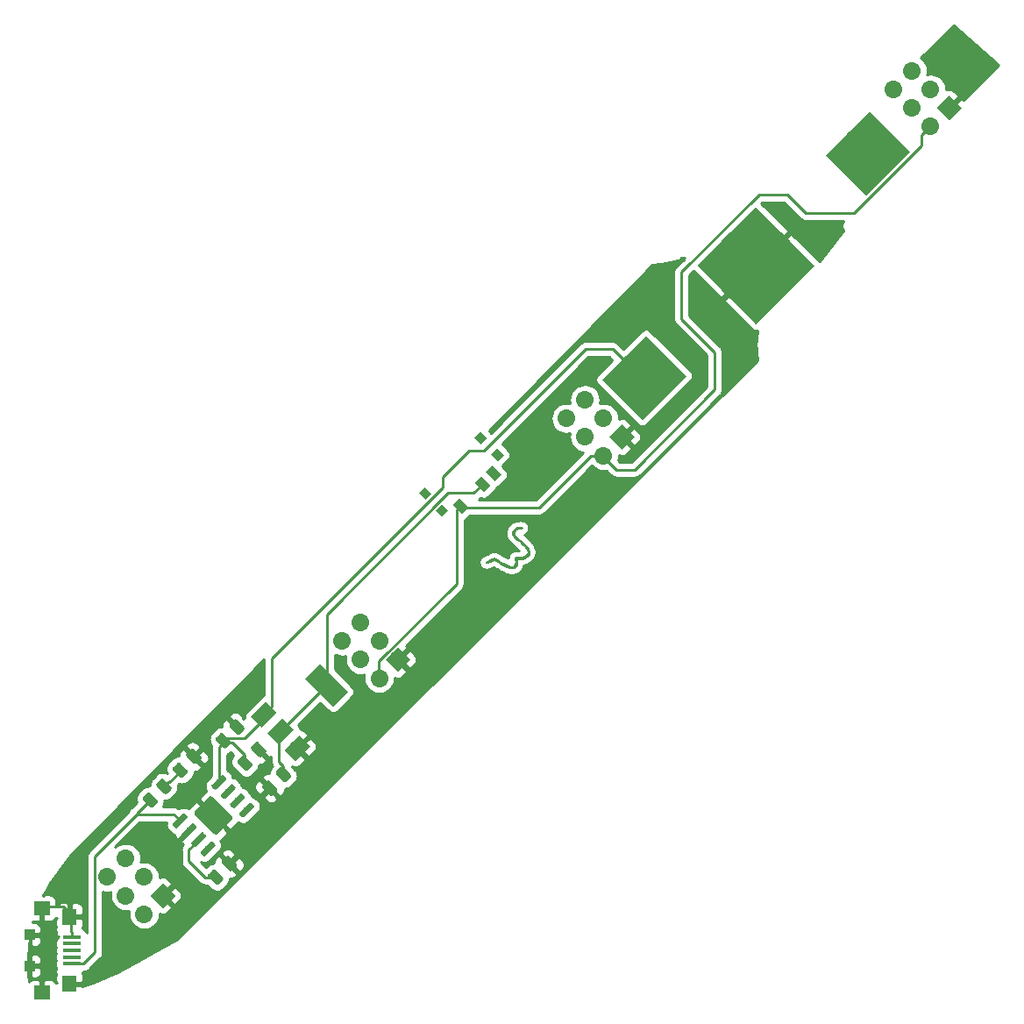
<source format=gbr>
G04 #@! TF.GenerationSoftware,KiCad,Pcbnew,5.1.2*
G04 #@! TF.CreationDate,2019-07-05T21:59:41-05:00*
G04 #@! TF.ProjectId,Master_Sword_(Ocarina_of_Time),4d617374-6572-45f5-9377-6f72645f284f,rev?*
G04 #@! TF.SameCoordinates,Original*
G04 #@! TF.FileFunction,Copper,L2,Bot*
G04 #@! TF.FilePolarity,Positive*
%FSLAX46Y46*%
G04 Gerber Fmt 4.6, Leading zero omitted, Abs format (unit mm)*
G04 Created by KiCad (PCBNEW 5.1.2) date 2019-07-05 21:59:41*
%MOMM*%
%LPD*%
G04 APERTURE LIST*
%ADD10C,0.010000*%
%ADD11C,5.500000*%
%ADD12C,0.100000*%
%ADD13C,8.000000*%
%ADD14C,0.975000*%
%ADD15C,1.700000*%
%ADD16C,1.700000*%
%ADD17R,1.000000X1.100000*%
%ADD18R,1.500000X1.350000*%
%ADD19R,1.800000X0.400000*%
%ADD20R,1.400000X1.500000*%
%ADD21C,0.800000*%
%ADD22C,0.900000*%
%ADD23C,2.410000*%
%ADD24C,0.500000*%
%ADD25C,0.600000*%
%ADD26C,2.000000*%
%ADD27C,1.500000*%
%ADD28C,0.250000*%
%ADD29C,0.254000*%
G04 APERTURE END LIST*
D10*
G36*
X143621165Y-108625167D02*
G01*
X143557014Y-108819906D01*
X143555508Y-109010637D01*
X143558210Y-109023777D01*
X143580560Y-109100584D01*
X143618115Y-109168532D01*
X143684775Y-109244346D01*
X143794444Y-109344756D01*
X143900048Y-109435085D01*
X144056863Y-109572676D01*
X144247160Y-109747147D01*
X144445363Y-109934713D01*
X144603575Y-110089294D01*
X144767085Y-110253851D01*
X144879620Y-110373222D01*
X144951432Y-110460706D01*
X144992770Y-110529600D01*
X145013882Y-110593203D01*
X145020513Y-110630249D01*
X145019811Y-110750986D01*
X144967594Y-110859389D01*
X144921904Y-110916708D01*
X144733103Y-111078454D01*
X144503269Y-111170818D01*
X144226297Y-111195958D01*
X144144363Y-111191636D01*
X143990035Y-111185331D01*
X143868245Y-111191066D01*
X143804040Y-111207577D01*
X143802562Y-111208887D01*
X143786634Y-111271650D01*
X143793859Y-111382716D01*
X143804447Y-111439016D01*
X143835114Y-111678088D01*
X143809697Y-111864865D01*
X143730801Y-111994382D01*
X143601025Y-112061673D01*
X143474486Y-112068551D01*
X143340496Y-112048662D01*
X143200321Y-112007879D01*
X143036707Y-111939227D01*
X142832403Y-111835731D01*
X142648300Y-111734531D01*
X142457177Y-111627504D01*
X142257995Y-111516333D01*
X142087062Y-111421272D01*
X142052454Y-111402098D01*
X141801741Y-111263348D01*
X141383405Y-111450506D01*
X141173668Y-111549071D01*
X141038823Y-111624139D01*
X140973431Y-111678959D01*
X140965068Y-111700499D01*
X140985148Y-111763757D01*
X141050632Y-111782661D01*
X141169385Y-111756523D01*
X141349275Y-111684660D01*
X141397332Y-111662878D01*
X141554213Y-111594018D01*
X141687145Y-111541733D01*
X141773371Y-111514786D01*
X141786731Y-111512953D01*
X141846351Y-111532675D01*
X141963376Y-111587773D01*
X142122379Y-111670447D01*
X142307933Y-111772898D01*
X142362419Y-111803994D01*
X142710542Y-111995827D01*
X143001194Y-112136450D01*
X143242529Y-112228154D01*
X143442701Y-112273225D01*
X143609863Y-112273952D01*
X143752169Y-112232622D01*
X143799809Y-112207336D01*
X143924602Y-112086494D01*
X144007517Y-111909470D01*
X144039756Y-111698019D01*
X144037430Y-111619763D01*
X144019456Y-111388161D01*
X144264721Y-111393054D01*
X144512928Y-111380328D01*
X144715298Y-111323440D01*
X144903978Y-111211185D01*
X144993719Y-111138991D01*
X145109502Y-111032117D01*
X145175642Y-110944017D01*
X145211935Y-110845022D01*
X145222430Y-110796248D01*
X145222693Y-110615142D01*
X145154955Y-110418161D01*
X145016975Y-110202339D01*
X144806505Y-109964707D01*
X144521301Y-109702300D01*
X144196896Y-109440987D01*
X143998930Y-109283698D01*
X143864114Y-109159127D01*
X143784512Y-109053996D01*
X143752192Y-108955026D01*
X143759218Y-108848941D01*
X143786439Y-108754079D01*
X143857165Y-108619683D01*
X143968072Y-108534917D01*
X144133903Y-108491790D01*
X144288238Y-108482130D01*
X144416169Y-108475056D01*
X144482148Y-108452496D01*
X144508662Y-108405163D01*
X144511516Y-108389965D01*
X144513463Y-108324802D01*
X144474381Y-108294599D01*
X144405537Y-108279740D01*
X144247961Y-108276929D01*
X144064590Y-108309284D01*
X143889646Y-108367549D01*
X143757351Y-108442469D01*
X143737134Y-108460501D01*
X143621165Y-108625167D01*
X143621165Y-108625167D01*
G37*
X143621165Y-108625167D02*
X143557014Y-108819906D01*
X143555508Y-109010637D01*
X143558210Y-109023777D01*
X143580560Y-109100584D01*
X143618115Y-109168532D01*
X143684775Y-109244346D01*
X143794444Y-109344756D01*
X143900048Y-109435085D01*
X144056863Y-109572676D01*
X144247160Y-109747147D01*
X144445363Y-109934713D01*
X144603575Y-110089294D01*
X144767085Y-110253851D01*
X144879620Y-110373222D01*
X144951432Y-110460706D01*
X144992770Y-110529600D01*
X145013882Y-110593203D01*
X145020513Y-110630249D01*
X145019811Y-110750986D01*
X144967594Y-110859389D01*
X144921904Y-110916708D01*
X144733103Y-111078454D01*
X144503269Y-111170818D01*
X144226297Y-111195958D01*
X144144363Y-111191636D01*
X143990035Y-111185331D01*
X143868245Y-111191066D01*
X143804040Y-111207577D01*
X143802562Y-111208887D01*
X143786634Y-111271650D01*
X143793859Y-111382716D01*
X143804447Y-111439016D01*
X143835114Y-111678088D01*
X143809697Y-111864865D01*
X143730801Y-111994382D01*
X143601025Y-112061673D01*
X143474486Y-112068551D01*
X143340496Y-112048662D01*
X143200321Y-112007879D01*
X143036707Y-111939227D01*
X142832403Y-111835731D01*
X142648300Y-111734531D01*
X142457177Y-111627504D01*
X142257995Y-111516333D01*
X142087062Y-111421272D01*
X142052454Y-111402098D01*
X141801741Y-111263348D01*
X141383405Y-111450506D01*
X141173668Y-111549071D01*
X141038823Y-111624139D01*
X140973431Y-111678959D01*
X140965068Y-111700499D01*
X140985148Y-111763757D01*
X141050632Y-111782661D01*
X141169385Y-111756523D01*
X141349275Y-111684660D01*
X141397332Y-111662878D01*
X141554213Y-111594018D01*
X141687145Y-111541733D01*
X141773371Y-111514786D01*
X141786731Y-111512953D01*
X141846351Y-111532675D01*
X141963376Y-111587773D01*
X142122379Y-111670447D01*
X142307933Y-111772898D01*
X142362419Y-111803994D01*
X142710542Y-111995827D01*
X143001194Y-112136450D01*
X143242529Y-112228154D01*
X143442701Y-112273225D01*
X143609863Y-112273952D01*
X143752169Y-112232622D01*
X143799809Y-112207336D01*
X143924602Y-112086494D01*
X144007517Y-111909470D01*
X144039756Y-111698019D01*
X144037430Y-111619763D01*
X144019456Y-111388161D01*
X144264721Y-111393054D01*
X144512928Y-111380328D01*
X144715298Y-111323440D01*
X144903978Y-111211185D01*
X144993719Y-111138991D01*
X145109502Y-111032117D01*
X145175642Y-110944017D01*
X145211935Y-110845022D01*
X145222430Y-110796248D01*
X145222693Y-110615142D01*
X145154955Y-110418161D01*
X145016975Y-110202339D01*
X144806505Y-109964707D01*
X144521301Y-109702300D01*
X144196896Y-109440987D01*
X143998930Y-109283698D01*
X143864114Y-109159127D01*
X143784512Y-109053996D01*
X143752192Y-108955026D01*
X143759218Y-108848941D01*
X143786439Y-108754079D01*
X143857165Y-108619683D01*
X143968072Y-108534917D01*
X144133903Y-108491790D01*
X144288238Y-108482130D01*
X144416169Y-108475056D01*
X144482148Y-108452496D01*
X144508662Y-108405163D01*
X144511516Y-108389965D01*
X144513463Y-108324802D01*
X144474381Y-108294599D01*
X144405537Y-108279740D01*
X144247961Y-108276929D01*
X144064590Y-108309284D01*
X143889646Y-108367549D01*
X143757351Y-108442469D01*
X143737134Y-108460501D01*
X143621165Y-108625167D01*
D11*
X156272532Y-93877468D03*
D12*
G36*
X156095755Y-97943332D02*
G01*
X152206668Y-94054245D01*
X156449309Y-89811604D01*
X160338396Y-93700691D01*
X156095755Y-97943332D01*
X156095755Y-97943332D01*
G37*
D11*
X177910000Y-72240000D03*
D12*
G36*
X177733223Y-76305864D02*
G01*
X173844136Y-72416777D01*
X178086777Y-68174136D01*
X181975864Y-72063223D01*
X177733223Y-76305864D01*
X177733223Y-76305864D01*
G37*
D13*
X167091266Y-83058734D03*
D12*
G36*
X167091266Y-88715588D02*
G01*
X161434412Y-83058734D01*
X167091266Y-77401880D01*
X172748120Y-83058734D01*
X167091266Y-88715588D01*
X167091266Y-88715588D01*
G37*
G36*
X108453632Y-133922449D02*
G01*
X108477293Y-133925959D01*
X108500497Y-133931771D01*
X108523019Y-133939829D01*
X108544643Y-133950057D01*
X108565160Y-133962354D01*
X108584373Y-133976604D01*
X108602097Y-133992668D01*
X109247332Y-134637903D01*
X109263396Y-134655627D01*
X109277646Y-134674840D01*
X109289943Y-134695357D01*
X109300171Y-134716981D01*
X109308229Y-134739503D01*
X109314041Y-134762707D01*
X109317551Y-134786368D01*
X109318725Y-134810260D01*
X109317551Y-134834152D01*
X109314041Y-134857813D01*
X109308229Y-134881017D01*
X109300171Y-134903539D01*
X109289943Y-134925163D01*
X109277646Y-134945680D01*
X109263396Y-134964893D01*
X109247332Y-134982617D01*
X108902617Y-135327332D01*
X108884893Y-135343396D01*
X108865680Y-135357646D01*
X108845163Y-135369943D01*
X108823539Y-135380171D01*
X108801017Y-135388229D01*
X108777813Y-135394041D01*
X108754152Y-135397551D01*
X108730260Y-135398725D01*
X108706368Y-135397551D01*
X108682707Y-135394041D01*
X108659503Y-135388229D01*
X108636981Y-135380171D01*
X108615357Y-135369943D01*
X108594840Y-135357646D01*
X108575627Y-135343396D01*
X108557903Y-135327332D01*
X107912668Y-134682097D01*
X107896604Y-134664373D01*
X107882354Y-134645160D01*
X107870057Y-134624643D01*
X107859829Y-134603019D01*
X107851771Y-134580497D01*
X107845959Y-134557293D01*
X107842449Y-134533632D01*
X107841275Y-134509740D01*
X107842449Y-134485848D01*
X107845959Y-134462187D01*
X107851771Y-134438983D01*
X107859829Y-134416461D01*
X107870057Y-134394837D01*
X107882354Y-134374320D01*
X107896604Y-134355107D01*
X107912668Y-134337383D01*
X108257383Y-133992668D01*
X108275107Y-133976604D01*
X108294320Y-133962354D01*
X108314837Y-133950057D01*
X108336461Y-133939829D01*
X108358983Y-133931771D01*
X108382187Y-133925959D01*
X108405848Y-133922449D01*
X108429740Y-133921275D01*
X108453632Y-133922449D01*
X108453632Y-133922449D01*
G37*
D14*
X108580000Y-134660000D03*
D12*
G36*
X109779458Y-132596623D02*
G01*
X109803119Y-132600133D01*
X109826323Y-132605945D01*
X109848845Y-132614003D01*
X109870469Y-132624231D01*
X109890986Y-132636528D01*
X109910199Y-132650778D01*
X109927923Y-132666842D01*
X110573158Y-133312077D01*
X110589222Y-133329801D01*
X110603472Y-133349014D01*
X110615769Y-133369531D01*
X110625997Y-133391155D01*
X110634055Y-133413677D01*
X110639867Y-133436881D01*
X110643377Y-133460542D01*
X110644551Y-133484434D01*
X110643377Y-133508326D01*
X110639867Y-133531987D01*
X110634055Y-133555191D01*
X110625997Y-133577713D01*
X110615769Y-133599337D01*
X110603472Y-133619854D01*
X110589222Y-133639067D01*
X110573158Y-133656791D01*
X110228443Y-134001506D01*
X110210719Y-134017570D01*
X110191506Y-134031820D01*
X110170989Y-134044117D01*
X110149365Y-134054345D01*
X110126843Y-134062403D01*
X110103639Y-134068215D01*
X110079978Y-134071725D01*
X110056086Y-134072899D01*
X110032194Y-134071725D01*
X110008533Y-134068215D01*
X109985329Y-134062403D01*
X109962807Y-134054345D01*
X109941183Y-134044117D01*
X109920666Y-134031820D01*
X109901453Y-134017570D01*
X109883729Y-134001506D01*
X109238494Y-133356271D01*
X109222430Y-133338547D01*
X109208180Y-133319334D01*
X109195883Y-133298817D01*
X109185655Y-133277193D01*
X109177597Y-133254671D01*
X109171785Y-133231467D01*
X109168275Y-133207806D01*
X109167101Y-133183914D01*
X109168275Y-133160022D01*
X109171785Y-133136361D01*
X109177597Y-133113157D01*
X109185655Y-133090635D01*
X109195883Y-133069011D01*
X109208180Y-133048494D01*
X109222430Y-133029281D01*
X109238494Y-133011557D01*
X109583209Y-132666842D01*
X109600933Y-132650778D01*
X109620146Y-132636528D01*
X109640663Y-132624231D01*
X109662287Y-132614003D01*
X109684809Y-132605945D01*
X109708013Y-132600133D01*
X109731674Y-132596623D01*
X109755566Y-132595449D01*
X109779458Y-132596623D01*
X109779458Y-132596623D01*
G37*
D14*
X109905826Y-133334174D03*
D12*
G36*
X117593632Y-130362449D02*
G01*
X117617293Y-130365959D01*
X117640497Y-130371771D01*
X117663019Y-130379829D01*
X117684643Y-130390057D01*
X117705160Y-130402354D01*
X117724373Y-130416604D01*
X117742097Y-130432668D01*
X118387332Y-131077903D01*
X118403396Y-131095627D01*
X118417646Y-131114840D01*
X118429943Y-131135357D01*
X118440171Y-131156981D01*
X118448229Y-131179503D01*
X118454041Y-131202707D01*
X118457551Y-131226368D01*
X118458725Y-131250260D01*
X118457551Y-131274152D01*
X118454041Y-131297813D01*
X118448229Y-131321017D01*
X118440171Y-131343539D01*
X118429943Y-131365163D01*
X118417646Y-131385680D01*
X118403396Y-131404893D01*
X118387332Y-131422617D01*
X118042617Y-131767332D01*
X118024893Y-131783396D01*
X118005680Y-131797646D01*
X117985163Y-131809943D01*
X117963539Y-131820171D01*
X117941017Y-131828229D01*
X117917813Y-131834041D01*
X117894152Y-131837551D01*
X117870260Y-131838725D01*
X117846368Y-131837551D01*
X117822707Y-131834041D01*
X117799503Y-131828229D01*
X117776981Y-131820171D01*
X117755357Y-131809943D01*
X117734840Y-131797646D01*
X117715627Y-131783396D01*
X117697903Y-131767332D01*
X117052668Y-131122097D01*
X117036604Y-131104373D01*
X117022354Y-131085160D01*
X117010057Y-131064643D01*
X116999829Y-131043019D01*
X116991771Y-131020497D01*
X116985959Y-130997293D01*
X116982449Y-130973632D01*
X116981275Y-130949740D01*
X116982449Y-130925848D01*
X116985959Y-130902187D01*
X116991771Y-130878983D01*
X116999829Y-130856461D01*
X117010057Y-130834837D01*
X117022354Y-130814320D01*
X117036604Y-130795107D01*
X117052668Y-130777383D01*
X117397383Y-130432668D01*
X117415107Y-130416604D01*
X117434320Y-130402354D01*
X117454837Y-130390057D01*
X117476461Y-130379829D01*
X117498983Y-130371771D01*
X117522187Y-130365959D01*
X117545848Y-130362449D01*
X117569740Y-130361275D01*
X117593632Y-130362449D01*
X117593632Y-130362449D01*
G37*
D14*
X117720000Y-131100000D03*
D12*
G36*
X118919458Y-129036623D02*
G01*
X118943119Y-129040133D01*
X118966323Y-129045945D01*
X118988845Y-129054003D01*
X119010469Y-129064231D01*
X119030986Y-129076528D01*
X119050199Y-129090778D01*
X119067923Y-129106842D01*
X119713158Y-129752077D01*
X119729222Y-129769801D01*
X119743472Y-129789014D01*
X119755769Y-129809531D01*
X119765997Y-129831155D01*
X119774055Y-129853677D01*
X119779867Y-129876881D01*
X119783377Y-129900542D01*
X119784551Y-129924434D01*
X119783377Y-129948326D01*
X119779867Y-129971987D01*
X119774055Y-129995191D01*
X119765997Y-130017713D01*
X119755769Y-130039337D01*
X119743472Y-130059854D01*
X119729222Y-130079067D01*
X119713158Y-130096791D01*
X119368443Y-130441506D01*
X119350719Y-130457570D01*
X119331506Y-130471820D01*
X119310989Y-130484117D01*
X119289365Y-130494345D01*
X119266843Y-130502403D01*
X119243639Y-130508215D01*
X119219978Y-130511725D01*
X119196086Y-130512899D01*
X119172194Y-130511725D01*
X119148533Y-130508215D01*
X119125329Y-130502403D01*
X119102807Y-130494345D01*
X119081183Y-130484117D01*
X119060666Y-130471820D01*
X119041453Y-130457570D01*
X119023729Y-130441506D01*
X118378494Y-129796271D01*
X118362430Y-129778547D01*
X118348180Y-129759334D01*
X118335883Y-129738817D01*
X118325655Y-129717193D01*
X118317597Y-129694671D01*
X118311785Y-129671467D01*
X118308275Y-129647806D01*
X118307101Y-129623914D01*
X118308275Y-129600022D01*
X118311785Y-129576361D01*
X118317597Y-129553157D01*
X118325655Y-129530635D01*
X118335883Y-129509011D01*
X118348180Y-129488494D01*
X118362430Y-129469281D01*
X118378494Y-129451557D01*
X118723209Y-129106842D01*
X118740933Y-129090778D01*
X118760146Y-129076528D01*
X118780663Y-129064231D01*
X118802287Y-129054003D01*
X118824809Y-129045945D01*
X118848013Y-129040133D01*
X118871674Y-129036623D01*
X118895566Y-129035449D01*
X118919458Y-129036623D01*
X118919458Y-129036623D01*
G37*
D14*
X119045826Y-129774174D03*
D12*
G36*
X116829458Y-126856623D02*
G01*
X116853119Y-126860133D01*
X116876323Y-126865945D01*
X116898845Y-126874003D01*
X116920469Y-126884231D01*
X116940986Y-126896528D01*
X116960199Y-126910778D01*
X116977923Y-126926842D01*
X117623158Y-127572077D01*
X117639222Y-127589801D01*
X117653472Y-127609014D01*
X117665769Y-127629531D01*
X117675997Y-127651155D01*
X117684055Y-127673677D01*
X117689867Y-127696881D01*
X117693377Y-127720542D01*
X117694551Y-127744434D01*
X117693377Y-127768326D01*
X117689867Y-127791987D01*
X117684055Y-127815191D01*
X117675997Y-127837713D01*
X117665769Y-127859337D01*
X117653472Y-127879854D01*
X117639222Y-127899067D01*
X117623158Y-127916791D01*
X117278443Y-128261506D01*
X117260719Y-128277570D01*
X117241506Y-128291820D01*
X117220989Y-128304117D01*
X117199365Y-128314345D01*
X117176843Y-128322403D01*
X117153639Y-128328215D01*
X117129978Y-128331725D01*
X117106086Y-128332899D01*
X117082194Y-128331725D01*
X117058533Y-128328215D01*
X117035329Y-128322403D01*
X117012807Y-128314345D01*
X116991183Y-128304117D01*
X116970666Y-128291820D01*
X116951453Y-128277570D01*
X116933729Y-128261506D01*
X116288494Y-127616271D01*
X116272430Y-127598547D01*
X116258180Y-127579334D01*
X116245883Y-127558817D01*
X116235655Y-127537193D01*
X116227597Y-127514671D01*
X116221785Y-127491467D01*
X116218275Y-127467806D01*
X116217101Y-127443914D01*
X116218275Y-127420022D01*
X116221785Y-127396361D01*
X116227597Y-127373157D01*
X116235655Y-127350635D01*
X116245883Y-127329011D01*
X116258180Y-127308494D01*
X116272430Y-127289281D01*
X116288494Y-127271557D01*
X116633209Y-126926842D01*
X116650933Y-126910778D01*
X116670146Y-126896528D01*
X116690663Y-126884231D01*
X116712287Y-126874003D01*
X116734809Y-126865945D01*
X116758013Y-126860133D01*
X116781674Y-126856623D01*
X116805566Y-126855449D01*
X116829458Y-126856623D01*
X116829458Y-126856623D01*
G37*
D14*
X116955826Y-127594174D03*
D12*
G36*
X115503632Y-128182449D02*
G01*
X115527293Y-128185959D01*
X115550497Y-128191771D01*
X115573019Y-128199829D01*
X115594643Y-128210057D01*
X115615160Y-128222354D01*
X115634373Y-128236604D01*
X115652097Y-128252668D01*
X116297332Y-128897903D01*
X116313396Y-128915627D01*
X116327646Y-128934840D01*
X116339943Y-128955357D01*
X116350171Y-128976981D01*
X116358229Y-128999503D01*
X116364041Y-129022707D01*
X116367551Y-129046368D01*
X116368725Y-129070260D01*
X116367551Y-129094152D01*
X116364041Y-129117813D01*
X116358229Y-129141017D01*
X116350171Y-129163539D01*
X116339943Y-129185163D01*
X116327646Y-129205680D01*
X116313396Y-129224893D01*
X116297332Y-129242617D01*
X115952617Y-129587332D01*
X115934893Y-129603396D01*
X115915680Y-129617646D01*
X115895163Y-129629943D01*
X115873539Y-129640171D01*
X115851017Y-129648229D01*
X115827813Y-129654041D01*
X115804152Y-129657551D01*
X115780260Y-129658725D01*
X115756368Y-129657551D01*
X115732707Y-129654041D01*
X115709503Y-129648229D01*
X115686981Y-129640171D01*
X115665357Y-129629943D01*
X115644840Y-129617646D01*
X115625627Y-129603396D01*
X115607903Y-129587332D01*
X114962668Y-128942097D01*
X114946604Y-128924373D01*
X114932354Y-128905160D01*
X114920057Y-128884643D01*
X114909829Y-128863019D01*
X114901771Y-128840497D01*
X114895959Y-128817293D01*
X114892449Y-128793632D01*
X114891275Y-128769740D01*
X114892449Y-128745848D01*
X114895959Y-128722187D01*
X114901771Y-128698983D01*
X114909829Y-128676461D01*
X114920057Y-128654837D01*
X114932354Y-128634320D01*
X114946604Y-128615107D01*
X114962668Y-128597383D01*
X115307383Y-128252668D01*
X115325107Y-128236604D01*
X115344320Y-128222354D01*
X115364837Y-128210057D01*
X115386461Y-128199829D01*
X115408983Y-128191771D01*
X115432187Y-128185959D01*
X115455848Y-128182449D01*
X115479740Y-128181275D01*
X115503632Y-128182449D01*
X115503632Y-128182449D01*
G37*
D14*
X115630000Y-128920000D03*
D12*
G36*
X119990719Y-132775362D02*
G01*
X120014380Y-132778872D01*
X120037584Y-132784684D01*
X120060106Y-132792742D01*
X120081730Y-132802970D01*
X120102247Y-132815267D01*
X120121460Y-132829517D01*
X120139184Y-132845581D01*
X120784419Y-133490816D01*
X120800483Y-133508540D01*
X120814733Y-133527753D01*
X120827030Y-133548270D01*
X120837258Y-133569894D01*
X120845316Y-133592416D01*
X120851128Y-133615620D01*
X120854638Y-133639281D01*
X120855812Y-133663173D01*
X120854638Y-133687065D01*
X120851128Y-133710726D01*
X120845316Y-133733930D01*
X120837258Y-133756452D01*
X120827030Y-133778076D01*
X120814733Y-133798593D01*
X120800483Y-133817806D01*
X120784419Y-133835530D01*
X120439704Y-134180245D01*
X120421980Y-134196309D01*
X120402767Y-134210559D01*
X120382250Y-134222856D01*
X120360626Y-134233084D01*
X120338104Y-134241142D01*
X120314900Y-134246954D01*
X120291239Y-134250464D01*
X120267347Y-134251638D01*
X120243455Y-134250464D01*
X120219794Y-134246954D01*
X120196590Y-134241142D01*
X120174068Y-134233084D01*
X120152444Y-134222856D01*
X120131927Y-134210559D01*
X120112714Y-134196309D01*
X120094990Y-134180245D01*
X119449755Y-133535010D01*
X119433691Y-133517286D01*
X119419441Y-133498073D01*
X119407144Y-133477556D01*
X119396916Y-133455932D01*
X119388858Y-133433410D01*
X119383046Y-133410206D01*
X119379536Y-133386545D01*
X119378362Y-133362653D01*
X119379536Y-133338761D01*
X119383046Y-133315100D01*
X119388858Y-133291896D01*
X119396916Y-133269374D01*
X119407144Y-133247750D01*
X119419441Y-133227233D01*
X119433691Y-133208020D01*
X119449755Y-133190296D01*
X119794470Y-132845581D01*
X119812194Y-132829517D01*
X119831407Y-132815267D01*
X119851924Y-132802970D01*
X119873548Y-132792742D01*
X119896070Y-132784684D01*
X119919274Y-132778872D01*
X119942935Y-132775362D01*
X119966827Y-132774188D01*
X119990719Y-132775362D01*
X119990719Y-132775362D01*
G37*
D14*
X120117087Y-133512913D03*
D12*
G36*
X121316545Y-131449536D02*
G01*
X121340206Y-131453046D01*
X121363410Y-131458858D01*
X121385932Y-131466916D01*
X121407556Y-131477144D01*
X121428073Y-131489441D01*
X121447286Y-131503691D01*
X121465010Y-131519755D01*
X122110245Y-132164990D01*
X122126309Y-132182714D01*
X122140559Y-132201927D01*
X122152856Y-132222444D01*
X122163084Y-132244068D01*
X122171142Y-132266590D01*
X122176954Y-132289794D01*
X122180464Y-132313455D01*
X122181638Y-132337347D01*
X122180464Y-132361239D01*
X122176954Y-132384900D01*
X122171142Y-132408104D01*
X122163084Y-132430626D01*
X122152856Y-132452250D01*
X122140559Y-132472767D01*
X122126309Y-132491980D01*
X122110245Y-132509704D01*
X121765530Y-132854419D01*
X121747806Y-132870483D01*
X121728593Y-132884733D01*
X121708076Y-132897030D01*
X121686452Y-132907258D01*
X121663930Y-132915316D01*
X121640726Y-132921128D01*
X121617065Y-132924638D01*
X121593173Y-132925812D01*
X121569281Y-132924638D01*
X121545620Y-132921128D01*
X121522416Y-132915316D01*
X121499894Y-132907258D01*
X121478270Y-132897030D01*
X121457753Y-132884733D01*
X121438540Y-132870483D01*
X121420816Y-132854419D01*
X120775581Y-132209184D01*
X120759517Y-132191460D01*
X120745267Y-132172247D01*
X120732970Y-132151730D01*
X120722742Y-132130106D01*
X120714684Y-132107584D01*
X120708872Y-132084380D01*
X120705362Y-132060719D01*
X120704188Y-132036827D01*
X120705362Y-132012935D01*
X120708872Y-131989274D01*
X120714684Y-131966070D01*
X120722742Y-131943548D01*
X120732970Y-131921924D01*
X120745267Y-131901407D01*
X120759517Y-131882194D01*
X120775581Y-131864470D01*
X121120296Y-131519755D01*
X121138020Y-131503691D01*
X121157233Y-131489441D01*
X121177750Y-131477144D01*
X121199374Y-131466916D01*
X121221896Y-131458858D01*
X121245100Y-131453046D01*
X121268761Y-131449536D01*
X121292653Y-131448362D01*
X121316545Y-131449536D01*
X121316545Y-131449536D01*
G37*
D14*
X121442913Y-132187087D03*
D15*
X104410000Y-142090000D03*
D16*
X104410000Y-142090000D02*
X104410000Y-142090000D01*
D15*
X106206052Y-140293949D03*
D16*
X106206052Y-140293949D02*
X106206052Y-140293949D01*
D15*
X106206052Y-143886051D03*
D16*
X106206052Y-143886051D02*
X106206052Y-143886051D01*
D15*
X108002103Y-142090000D03*
D16*
X108002103Y-142090000D02*
X108002103Y-142090000D01*
D15*
X108002103Y-145682102D03*
D16*
X108002103Y-145682102D02*
X108002103Y-145682102D01*
D15*
X109798154Y-143886051D03*
D12*
G36*
X109798154Y-142683969D02*
G01*
X111000236Y-143886051D01*
X109798154Y-145088133D01*
X108596072Y-143886051D01*
X109798154Y-142683969D01*
X109798154Y-142683969D01*
G37*
D15*
X132490000Y-121100000D03*
D12*
G36*
X132490000Y-119897918D02*
G01*
X133692082Y-121100000D01*
X132490000Y-122302082D01*
X131287918Y-121100000D01*
X132490000Y-119897918D01*
X132490000Y-119897918D01*
G37*
D15*
X130693949Y-122896051D03*
D16*
X130693949Y-122896051D02*
X130693949Y-122896051D01*
D15*
X130693949Y-119303949D03*
D16*
X130693949Y-119303949D02*
X130693949Y-119303949D01*
D15*
X128897898Y-121100000D03*
D16*
X128897898Y-121100000D02*
X128897898Y-121100000D01*
D15*
X128897898Y-117507898D03*
D16*
X128897898Y-117507898D02*
X128897898Y-117507898D01*
D15*
X127101846Y-119303949D03*
D16*
X127101846Y-119303949D02*
X127101846Y-119303949D01*
D15*
X154150000Y-99590000D03*
D12*
G36*
X154150000Y-98387918D02*
G01*
X155352082Y-99590000D01*
X154150000Y-100792082D01*
X152947918Y-99590000D01*
X154150000Y-98387918D01*
X154150000Y-98387918D01*
G37*
D15*
X152353949Y-101386051D03*
D16*
X152353949Y-101386051D02*
X152353949Y-101386051D01*
D15*
X152353949Y-97793949D03*
D16*
X152353949Y-97793949D02*
X152353949Y-97793949D01*
D15*
X150557898Y-99590000D03*
D16*
X150557898Y-99590000D02*
X150557898Y-99590000D01*
D15*
X150557898Y-95997898D03*
D16*
X150557898Y-95997898D02*
X150557898Y-95997898D01*
D15*
X148761846Y-97793949D03*
D16*
X148761846Y-97793949D02*
X148761846Y-97793949D01*
D15*
X180353948Y-66023949D03*
D16*
X180353948Y-66023949D02*
X180353948Y-66023949D01*
D15*
X182150000Y-64227898D03*
D16*
X182150000Y-64227898D02*
X182150000Y-64227898D01*
D15*
X182150000Y-67820000D03*
D16*
X182150000Y-67820000D02*
X182150000Y-67820000D01*
D15*
X183946051Y-66023949D03*
D16*
X183946051Y-66023949D02*
X183946051Y-66023949D01*
D15*
X183946051Y-69616051D03*
D16*
X183946051Y-69616051D02*
X183946051Y-69616051D01*
D15*
X185742102Y-67820000D03*
D12*
G36*
X185742102Y-66617918D02*
G01*
X186944184Y-67820000D01*
X185742102Y-69022082D01*
X184540020Y-67820000D01*
X185742102Y-66617918D01*
X185742102Y-66617918D01*
G37*
D17*
X96930000Y-147680000D03*
X96930000Y-150680000D03*
D18*
X98110000Y-145105000D03*
X98110000Y-153255000D03*
D19*
X100980000Y-147880000D03*
X100980000Y-150480000D03*
X100980000Y-148530000D03*
X100980000Y-149830000D03*
X100980000Y-149180000D03*
D20*
X100780000Y-145930000D03*
X100780000Y-152430000D03*
D12*
G36*
X114760719Y-141375362D02*
G01*
X114784380Y-141378872D01*
X114807584Y-141384684D01*
X114830106Y-141392742D01*
X114851730Y-141402970D01*
X114872247Y-141415267D01*
X114891460Y-141429517D01*
X114909184Y-141445581D01*
X115554419Y-142090816D01*
X115570483Y-142108540D01*
X115584733Y-142127753D01*
X115597030Y-142148270D01*
X115607258Y-142169894D01*
X115615316Y-142192416D01*
X115621128Y-142215620D01*
X115624638Y-142239281D01*
X115625812Y-142263173D01*
X115624638Y-142287065D01*
X115621128Y-142310726D01*
X115615316Y-142333930D01*
X115607258Y-142356452D01*
X115597030Y-142378076D01*
X115584733Y-142398593D01*
X115570483Y-142417806D01*
X115554419Y-142435530D01*
X115209704Y-142780245D01*
X115191980Y-142796309D01*
X115172767Y-142810559D01*
X115152250Y-142822856D01*
X115130626Y-142833084D01*
X115108104Y-142841142D01*
X115084900Y-142846954D01*
X115061239Y-142850464D01*
X115037347Y-142851638D01*
X115013455Y-142850464D01*
X114989794Y-142846954D01*
X114966590Y-142841142D01*
X114944068Y-142833084D01*
X114922444Y-142822856D01*
X114901927Y-142810559D01*
X114882714Y-142796309D01*
X114864990Y-142780245D01*
X114219755Y-142135010D01*
X114203691Y-142117286D01*
X114189441Y-142098073D01*
X114177144Y-142077556D01*
X114166916Y-142055932D01*
X114158858Y-142033410D01*
X114153046Y-142010206D01*
X114149536Y-141986545D01*
X114148362Y-141962653D01*
X114149536Y-141938761D01*
X114153046Y-141915100D01*
X114158858Y-141891896D01*
X114166916Y-141869374D01*
X114177144Y-141847750D01*
X114189441Y-141827233D01*
X114203691Y-141808020D01*
X114219755Y-141790296D01*
X114564470Y-141445581D01*
X114582194Y-141429517D01*
X114601407Y-141415267D01*
X114621924Y-141402970D01*
X114643548Y-141392742D01*
X114666070Y-141384684D01*
X114689274Y-141378872D01*
X114712935Y-141375362D01*
X114736827Y-141374188D01*
X114760719Y-141375362D01*
X114760719Y-141375362D01*
G37*
D14*
X114887087Y-142112913D03*
D12*
G36*
X116086545Y-140049536D02*
G01*
X116110206Y-140053046D01*
X116133410Y-140058858D01*
X116155932Y-140066916D01*
X116177556Y-140077144D01*
X116198073Y-140089441D01*
X116217286Y-140103691D01*
X116235010Y-140119755D01*
X116880245Y-140764990D01*
X116896309Y-140782714D01*
X116910559Y-140801927D01*
X116922856Y-140822444D01*
X116933084Y-140844068D01*
X116941142Y-140866590D01*
X116946954Y-140889794D01*
X116950464Y-140913455D01*
X116951638Y-140937347D01*
X116950464Y-140961239D01*
X116946954Y-140984900D01*
X116941142Y-141008104D01*
X116933084Y-141030626D01*
X116922856Y-141052250D01*
X116910559Y-141072767D01*
X116896309Y-141091980D01*
X116880245Y-141109704D01*
X116535530Y-141454419D01*
X116517806Y-141470483D01*
X116498593Y-141484733D01*
X116478076Y-141497030D01*
X116456452Y-141507258D01*
X116433930Y-141515316D01*
X116410726Y-141521128D01*
X116387065Y-141524638D01*
X116363173Y-141525812D01*
X116339281Y-141524638D01*
X116315620Y-141521128D01*
X116292416Y-141515316D01*
X116269894Y-141507258D01*
X116248270Y-141497030D01*
X116227753Y-141484733D01*
X116208540Y-141470483D01*
X116190816Y-141454419D01*
X115545581Y-140809184D01*
X115529517Y-140791460D01*
X115515267Y-140772247D01*
X115502970Y-140751730D01*
X115492742Y-140730106D01*
X115484684Y-140707584D01*
X115478872Y-140684380D01*
X115475362Y-140660719D01*
X115474188Y-140636827D01*
X115475362Y-140612935D01*
X115478872Y-140589274D01*
X115484684Y-140566070D01*
X115492742Y-140543548D01*
X115502970Y-140521924D01*
X115515267Y-140501407D01*
X115529517Y-140482194D01*
X115545581Y-140464470D01*
X115890296Y-140119755D01*
X115908020Y-140103691D01*
X115927233Y-140089441D01*
X115947750Y-140077144D01*
X115969374Y-140066916D01*
X115991896Y-140058858D01*
X116015100Y-140053046D01*
X116038761Y-140049536D01*
X116062653Y-140048362D01*
X116086545Y-140049536D01*
X116086545Y-140049536D01*
G37*
D14*
X116212913Y-140787087D03*
D12*
G36*
X111347806Y-131028275D02*
G01*
X111371467Y-131031785D01*
X111394671Y-131037597D01*
X111417193Y-131045655D01*
X111438817Y-131055883D01*
X111459334Y-131068180D01*
X111478547Y-131082430D01*
X111496271Y-131098494D01*
X112141506Y-131743729D01*
X112157570Y-131761453D01*
X112171820Y-131780666D01*
X112184117Y-131801183D01*
X112194345Y-131822807D01*
X112202403Y-131845329D01*
X112208215Y-131868533D01*
X112211725Y-131892194D01*
X112212899Y-131916086D01*
X112211725Y-131939978D01*
X112208215Y-131963639D01*
X112202403Y-131986843D01*
X112194345Y-132009365D01*
X112184117Y-132030989D01*
X112171820Y-132051506D01*
X112157570Y-132070719D01*
X112141506Y-132088443D01*
X111796791Y-132433158D01*
X111779067Y-132449222D01*
X111759854Y-132463472D01*
X111739337Y-132475769D01*
X111717713Y-132485997D01*
X111695191Y-132494055D01*
X111671987Y-132499867D01*
X111648326Y-132503377D01*
X111624434Y-132504551D01*
X111600542Y-132503377D01*
X111576881Y-132499867D01*
X111553677Y-132494055D01*
X111531155Y-132485997D01*
X111509531Y-132475769D01*
X111489014Y-132463472D01*
X111469801Y-132449222D01*
X111452077Y-132433158D01*
X110806842Y-131787923D01*
X110790778Y-131770199D01*
X110776528Y-131750986D01*
X110764231Y-131730469D01*
X110754003Y-131708845D01*
X110745945Y-131686323D01*
X110740133Y-131663119D01*
X110736623Y-131639458D01*
X110735449Y-131615566D01*
X110736623Y-131591674D01*
X110740133Y-131568013D01*
X110745945Y-131544809D01*
X110754003Y-131522287D01*
X110764231Y-131500663D01*
X110776528Y-131480146D01*
X110790778Y-131460933D01*
X110806842Y-131443209D01*
X111151557Y-131098494D01*
X111169281Y-131082430D01*
X111188494Y-131068180D01*
X111209011Y-131055883D01*
X111230635Y-131045655D01*
X111253157Y-131037597D01*
X111276361Y-131031785D01*
X111300022Y-131028275D01*
X111323914Y-131027101D01*
X111347806Y-131028275D01*
X111347806Y-131028275D01*
G37*
D14*
X111474174Y-131765826D03*
D12*
G36*
X112673632Y-129702449D02*
G01*
X112697293Y-129705959D01*
X112720497Y-129711771D01*
X112743019Y-129719829D01*
X112764643Y-129730057D01*
X112785160Y-129742354D01*
X112804373Y-129756604D01*
X112822097Y-129772668D01*
X113467332Y-130417903D01*
X113483396Y-130435627D01*
X113497646Y-130454840D01*
X113509943Y-130475357D01*
X113520171Y-130496981D01*
X113528229Y-130519503D01*
X113534041Y-130542707D01*
X113537551Y-130566368D01*
X113538725Y-130590260D01*
X113537551Y-130614152D01*
X113534041Y-130637813D01*
X113528229Y-130661017D01*
X113520171Y-130683539D01*
X113509943Y-130705163D01*
X113497646Y-130725680D01*
X113483396Y-130744893D01*
X113467332Y-130762617D01*
X113122617Y-131107332D01*
X113104893Y-131123396D01*
X113085680Y-131137646D01*
X113065163Y-131149943D01*
X113043539Y-131160171D01*
X113021017Y-131168229D01*
X112997813Y-131174041D01*
X112974152Y-131177551D01*
X112950260Y-131178725D01*
X112926368Y-131177551D01*
X112902707Y-131174041D01*
X112879503Y-131168229D01*
X112856981Y-131160171D01*
X112835357Y-131149943D01*
X112814840Y-131137646D01*
X112795627Y-131123396D01*
X112777903Y-131107332D01*
X112132668Y-130462097D01*
X112116604Y-130444373D01*
X112102354Y-130425160D01*
X112090057Y-130404643D01*
X112079829Y-130383019D01*
X112071771Y-130360497D01*
X112065959Y-130337293D01*
X112062449Y-130313632D01*
X112061275Y-130289740D01*
X112062449Y-130265848D01*
X112065959Y-130242187D01*
X112071771Y-130218983D01*
X112079829Y-130196461D01*
X112090057Y-130174837D01*
X112102354Y-130154320D01*
X112116604Y-130135107D01*
X112132668Y-130117383D01*
X112477383Y-129772668D01*
X112495107Y-129756604D01*
X112514320Y-129742354D01*
X112534837Y-129730057D01*
X112556461Y-129719829D01*
X112578983Y-129711771D01*
X112602187Y-129705959D01*
X112625848Y-129702449D01*
X112649740Y-129701275D01*
X112673632Y-129702449D01*
X112673632Y-129702449D01*
G37*
D14*
X112800000Y-130440000D03*
D21*
X140503833Y-99679821D03*
D12*
G36*
X140468478Y-99078780D02*
G01*
X141104874Y-99715176D01*
X140539188Y-100280862D01*
X139902792Y-99644466D01*
X140468478Y-99078780D01*
X140468478Y-99078780D01*
G37*
D21*
X135129821Y-105053833D03*
D12*
G36*
X135094466Y-104452792D02*
G01*
X135730862Y-105089188D01*
X135165176Y-105654874D01*
X134528780Y-105018478D01*
X135094466Y-104452792D01*
X135094466Y-104452792D01*
G37*
D21*
X136749096Y-106687250D03*
D12*
G36*
X136713741Y-106086209D02*
G01*
X137350137Y-106722605D01*
X136784451Y-107288291D01*
X136148055Y-106651895D01*
X136713741Y-106086209D01*
X136713741Y-106086209D01*
G37*
D21*
X142130179Y-101306167D03*
D12*
G36*
X142094824Y-100705126D02*
G01*
X142731220Y-101341522D01*
X142165534Y-101907208D01*
X141529138Y-101270812D01*
X142094824Y-100705126D01*
X142094824Y-100705126D01*
G37*
D22*
X141723592Y-103091612D03*
D12*
G36*
X141599848Y-102331472D02*
G01*
X142483732Y-103215356D01*
X141847336Y-103851752D01*
X140963452Y-102967868D01*
X141599848Y-102331472D01*
X141599848Y-102331472D01*
G37*
D22*
X140662932Y-104152272D03*
D12*
G36*
X140539188Y-103392132D02*
G01*
X141423072Y-104276016D01*
X140786676Y-104912412D01*
X139902792Y-104028528D01*
X140539188Y-103392132D01*
X140539188Y-103392132D01*
G37*
D22*
X138541612Y-106273592D03*
D12*
G36*
X138417868Y-105513452D02*
G01*
X139301752Y-106397336D01*
X138665356Y-107033732D01*
X137781472Y-106149848D01*
X138417868Y-105513452D01*
X138417868Y-105513452D01*
G37*
G36*
X114460552Y-134306677D02*
G01*
X114484820Y-134310277D01*
X114508619Y-134316238D01*
X114531718Y-134324503D01*
X114553896Y-134334992D01*
X114574939Y-134347605D01*
X114594645Y-134362220D01*
X114612823Y-134378696D01*
X116451304Y-136217177D01*
X116467780Y-136235355D01*
X116482395Y-136255061D01*
X116495008Y-136276104D01*
X116505497Y-136298282D01*
X116513762Y-136321381D01*
X116519723Y-136345180D01*
X116523323Y-136369448D01*
X116524527Y-136393952D01*
X116523323Y-136418456D01*
X116519723Y-136442724D01*
X116513762Y-136466523D01*
X116505497Y-136489622D01*
X116495008Y-136511800D01*
X116482395Y-136532843D01*
X116467780Y-136552549D01*
X116451304Y-136570727D01*
X115100727Y-137921304D01*
X115082549Y-137937780D01*
X115062843Y-137952395D01*
X115041800Y-137965008D01*
X115019622Y-137975497D01*
X114996523Y-137983762D01*
X114972724Y-137989723D01*
X114948456Y-137993323D01*
X114923952Y-137994527D01*
X114899448Y-137993323D01*
X114875180Y-137989723D01*
X114851381Y-137983762D01*
X114828282Y-137975497D01*
X114806104Y-137965008D01*
X114785061Y-137952395D01*
X114765355Y-137937780D01*
X114747177Y-137921304D01*
X112908696Y-136082823D01*
X112892220Y-136064645D01*
X112877605Y-136044939D01*
X112864992Y-136023896D01*
X112854503Y-136001718D01*
X112846238Y-135978619D01*
X112840277Y-135954820D01*
X112836677Y-135930552D01*
X112835473Y-135906048D01*
X112836677Y-135881544D01*
X112840277Y-135857276D01*
X112846238Y-135833477D01*
X112854503Y-135810378D01*
X112864992Y-135788200D01*
X112877605Y-135767157D01*
X112892220Y-135747451D01*
X112908696Y-135729273D01*
X114259273Y-134378696D01*
X114277451Y-134362220D01*
X114297157Y-134347605D01*
X114318200Y-134334992D01*
X114340378Y-134324503D01*
X114363477Y-134316238D01*
X114387276Y-134310277D01*
X114411544Y-134306677D01*
X114436048Y-134305473D01*
X114460552Y-134306677D01*
X114460552Y-134306677D01*
G37*
D23*
X114680000Y-136150000D03*
D24*
X114923952Y-137744526D03*
X116274526Y-136393952D03*
X114004713Y-136825287D03*
X115355287Y-135474713D03*
X113085474Y-135906048D03*
X114436048Y-134555474D03*
D12*
G36*
X114521461Y-138655908D02*
G01*
X114536022Y-138658068D01*
X114550301Y-138661645D01*
X114564161Y-138666604D01*
X114577468Y-138672898D01*
X114590094Y-138680466D01*
X114601917Y-138689234D01*
X114612824Y-138699120D01*
X114824956Y-138911252D01*
X114834842Y-138922159D01*
X114843610Y-138933982D01*
X114851178Y-138946608D01*
X114857472Y-138959915D01*
X114862431Y-138973775D01*
X114866008Y-138988054D01*
X114868168Y-139002615D01*
X114868890Y-139017318D01*
X114868168Y-139032021D01*
X114866008Y-139046582D01*
X114862431Y-139060861D01*
X114857472Y-139074721D01*
X114851178Y-139088028D01*
X114843610Y-139100654D01*
X114834842Y-139112477D01*
X114824956Y-139123384D01*
X113905718Y-140042622D01*
X113894811Y-140052508D01*
X113882988Y-140061276D01*
X113870362Y-140068844D01*
X113857055Y-140075138D01*
X113843195Y-140080097D01*
X113828916Y-140083674D01*
X113814355Y-140085834D01*
X113799652Y-140086556D01*
X113784949Y-140085834D01*
X113770388Y-140083674D01*
X113756109Y-140080097D01*
X113742249Y-140075138D01*
X113728942Y-140068844D01*
X113716316Y-140061276D01*
X113704493Y-140052508D01*
X113693586Y-140042622D01*
X113481454Y-139830490D01*
X113471568Y-139819583D01*
X113462800Y-139807760D01*
X113455232Y-139795134D01*
X113448938Y-139781827D01*
X113443979Y-139767967D01*
X113440402Y-139753688D01*
X113438242Y-139739127D01*
X113437520Y-139724424D01*
X113438242Y-139709721D01*
X113440402Y-139695160D01*
X113443979Y-139680881D01*
X113448938Y-139667021D01*
X113455232Y-139653714D01*
X113462800Y-139641088D01*
X113471568Y-139629265D01*
X113481454Y-139618358D01*
X114400692Y-138699120D01*
X114411599Y-138689234D01*
X114423422Y-138680466D01*
X114436048Y-138672898D01*
X114449355Y-138666604D01*
X114463215Y-138661645D01*
X114477494Y-138658068D01*
X114492055Y-138655908D01*
X114506758Y-138655186D01*
X114521461Y-138655908D01*
X114521461Y-138655908D01*
G37*
D25*
X114153205Y-139370871D03*
D12*
G36*
X113623436Y-137757883D02*
G01*
X113637997Y-137760043D01*
X113652276Y-137763620D01*
X113666136Y-137768579D01*
X113679443Y-137774873D01*
X113692069Y-137782441D01*
X113703892Y-137791209D01*
X113714799Y-137801095D01*
X113926931Y-138013227D01*
X113936817Y-138024134D01*
X113945585Y-138035957D01*
X113953153Y-138048583D01*
X113959447Y-138061890D01*
X113964406Y-138075750D01*
X113967983Y-138090029D01*
X113970143Y-138104590D01*
X113970865Y-138119293D01*
X113970143Y-138133996D01*
X113967983Y-138148557D01*
X113964406Y-138162836D01*
X113959447Y-138176696D01*
X113953153Y-138190003D01*
X113945585Y-138202629D01*
X113936817Y-138214452D01*
X113926931Y-138225359D01*
X113007693Y-139144597D01*
X112996786Y-139154483D01*
X112984963Y-139163251D01*
X112972337Y-139170819D01*
X112959030Y-139177113D01*
X112945170Y-139182072D01*
X112930891Y-139185649D01*
X112916330Y-139187809D01*
X112901627Y-139188531D01*
X112886924Y-139187809D01*
X112872363Y-139185649D01*
X112858084Y-139182072D01*
X112844224Y-139177113D01*
X112830917Y-139170819D01*
X112818291Y-139163251D01*
X112806468Y-139154483D01*
X112795561Y-139144597D01*
X112583429Y-138932465D01*
X112573543Y-138921558D01*
X112564775Y-138909735D01*
X112557207Y-138897109D01*
X112550913Y-138883802D01*
X112545954Y-138869942D01*
X112542377Y-138855663D01*
X112540217Y-138841102D01*
X112539495Y-138826399D01*
X112540217Y-138811696D01*
X112542377Y-138797135D01*
X112545954Y-138782856D01*
X112550913Y-138768996D01*
X112557207Y-138755689D01*
X112564775Y-138743063D01*
X112573543Y-138731240D01*
X112583429Y-138720333D01*
X113502667Y-137801095D01*
X113513574Y-137791209D01*
X113525397Y-137782441D01*
X113538023Y-137774873D01*
X113551330Y-137768579D01*
X113565190Y-137763620D01*
X113579469Y-137760043D01*
X113594030Y-137757883D01*
X113608733Y-137757161D01*
X113623436Y-137757883D01*
X113623436Y-137757883D01*
G37*
D25*
X113255180Y-138472846D03*
D12*
G36*
X112725410Y-136859857D02*
G01*
X112739971Y-136862017D01*
X112754250Y-136865594D01*
X112768110Y-136870553D01*
X112781417Y-136876847D01*
X112794043Y-136884415D01*
X112805866Y-136893183D01*
X112816773Y-136903069D01*
X113028905Y-137115201D01*
X113038791Y-137126108D01*
X113047559Y-137137931D01*
X113055127Y-137150557D01*
X113061421Y-137163864D01*
X113066380Y-137177724D01*
X113069957Y-137192003D01*
X113072117Y-137206564D01*
X113072839Y-137221267D01*
X113072117Y-137235970D01*
X113069957Y-137250531D01*
X113066380Y-137264810D01*
X113061421Y-137278670D01*
X113055127Y-137291977D01*
X113047559Y-137304603D01*
X113038791Y-137316426D01*
X113028905Y-137327333D01*
X112109667Y-138246571D01*
X112098760Y-138256457D01*
X112086937Y-138265225D01*
X112074311Y-138272793D01*
X112061004Y-138279087D01*
X112047144Y-138284046D01*
X112032865Y-138287623D01*
X112018304Y-138289783D01*
X112003601Y-138290505D01*
X111988898Y-138289783D01*
X111974337Y-138287623D01*
X111960058Y-138284046D01*
X111946198Y-138279087D01*
X111932891Y-138272793D01*
X111920265Y-138265225D01*
X111908442Y-138256457D01*
X111897535Y-138246571D01*
X111685403Y-138034439D01*
X111675517Y-138023532D01*
X111666749Y-138011709D01*
X111659181Y-137999083D01*
X111652887Y-137985776D01*
X111647928Y-137971916D01*
X111644351Y-137957637D01*
X111642191Y-137943076D01*
X111641469Y-137928373D01*
X111642191Y-137913670D01*
X111644351Y-137899109D01*
X111647928Y-137884830D01*
X111652887Y-137870970D01*
X111659181Y-137857663D01*
X111666749Y-137845037D01*
X111675517Y-137833214D01*
X111685403Y-137822307D01*
X112604641Y-136903069D01*
X112615548Y-136893183D01*
X112627371Y-136884415D01*
X112639997Y-136876847D01*
X112653304Y-136870553D01*
X112667164Y-136865594D01*
X112681443Y-136862017D01*
X112696004Y-136859857D01*
X112710707Y-136859135D01*
X112725410Y-136859857D01*
X112725410Y-136859857D01*
G37*
D25*
X112357154Y-137574820D03*
D12*
G36*
X111827385Y-135961832D02*
G01*
X111841946Y-135963992D01*
X111856225Y-135967569D01*
X111870085Y-135972528D01*
X111883392Y-135978822D01*
X111896018Y-135986390D01*
X111907841Y-135995158D01*
X111918748Y-136005044D01*
X112130880Y-136217176D01*
X112140766Y-136228083D01*
X112149534Y-136239906D01*
X112157102Y-136252532D01*
X112163396Y-136265839D01*
X112168355Y-136279699D01*
X112171932Y-136293978D01*
X112174092Y-136308539D01*
X112174814Y-136323242D01*
X112174092Y-136337945D01*
X112171932Y-136352506D01*
X112168355Y-136366785D01*
X112163396Y-136380645D01*
X112157102Y-136393952D01*
X112149534Y-136406578D01*
X112140766Y-136418401D01*
X112130880Y-136429308D01*
X111211642Y-137348546D01*
X111200735Y-137358432D01*
X111188912Y-137367200D01*
X111176286Y-137374768D01*
X111162979Y-137381062D01*
X111149119Y-137386021D01*
X111134840Y-137389598D01*
X111120279Y-137391758D01*
X111105576Y-137392480D01*
X111090873Y-137391758D01*
X111076312Y-137389598D01*
X111062033Y-137386021D01*
X111048173Y-137381062D01*
X111034866Y-137374768D01*
X111022240Y-137367200D01*
X111010417Y-137358432D01*
X110999510Y-137348546D01*
X110787378Y-137136414D01*
X110777492Y-137125507D01*
X110768724Y-137113684D01*
X110761156Y-137101058D01*
X110754862Y-137087751D01*
X110749903Y-137073891D01*
X110746326Y-137059612D01*
X110744166Y-137045051D01*
X110743444Y-137030348D01*
X110744166Y-137015645D01*
X110746326Y-137001084D01*
X110749903Y-136986805D01*
X110754862Y-136972945D01*
X110761156Y-136959638D01*
X110768724Y-136947012D01*
X110777492Y-136935189D01*
X110787378Y-136924282D01*
X111706616Y-136005044D01*
X111717523Y-135995158D01*
X111729346Y-135986390D01*
X111741972Y-135978822D01*
X111755279Y-135972528D01*
X111769139Y-135967569D01*
X111783418Y-135963992D01*
X111797979Y-135961832D01*
X111812682Y-135961110D01*
X111827385Y-135961832D01*
X111827385Y-135961832D01*
G37*
D25*
X111459129Y-136676795D03*
D12*
G36*
X115575051Y-132214166D02*
G01*
X115589612Y-132216326D01*
X115603891Y-132219903D01*
X115617751Y-132224862D01*
X115631058Y-132231156D01*
X115643684Y-132238724D01*
X115655507Y-132247492D01*
X115666414Y-132257378D01*
X115878546Y-132469510D01*
X115888432Y-132480417D01*
X115897200Y-132492240D01*
X115904768Y-132504866D01*
X115911062Y-132518173D01*
X115916021Y-132532033D01*
X115919598Y-132546312D01*
X115921758Y-132560873D01*
X115922480Y-132575576D01*
X115921758Y-132590279D01*
X115919598Y-132604840D01*
X115916021Y-132619119D01*
X115911062Y-132632979D01*
X115904768Y-132646286D01*
X115897200Y-132658912D01*
X115888432Y-132670735D01*
X115878546Y-132681642D01*
X114959308Y-133600880D01*
X114948401Y-133610766D01*
X114936578Y-133619534D01*
X114923952Y-133627102D01*
X114910645Y-133633396D01*
X114896785Y-133638355D01*
X114882506Y-133641932D01*
X114867945Y-133644092D01*
X114853242Y-133644814D01*
X114838539Y-133644092D01*
X114823978Y-133641932D01*
X114809699Y-133638355D01*
X114795839Y-133633396D01*
X114782532Y-133627102D01*
X114769906Y-133619534D01*
X114758083Y-133610766D01*
X114747176Y-133600880D01*
X114535044Y-133388748D01*
X114525158Y-133377841D01*
X114516390Y-133366018D01*
X114508822Y-133353392D01*
X114502528Y-133340085D01*
X114497569Y-133326225D01*
X114493992Y-133311946D01*
X114491832Y-133297385D01*
X114491110Y-133282682D01*
X114491832Y-133267979D01*
X114493992Y-133253418D01*
X114497569Y-133239139D01*
X114502528Y-133225279D01*
X114508822Y-133211972D01*
X114516390Y-133199346D01*
X114525158Y-133187523D01*
X114535044Y-133176616D01*
X115454282Y-132257378D01*
X115465189Y-132247492D01*
X115477012Y-132238724D01*
X115489638Y-132231156D01*
X115502945Y-132224862D01*
X115516805Y-132219903D01*
X115531084Y-132216326D01*
X115545645Y-132214166D01*
X115560348Y-132213444D01*
X115575051Y-132214166D01*
X115575051Y-132214166D01*
G37*
D25*
X115206795Y-132929129D03*
D12*
G36*
X116473076Y-133112191D02*
G01*
X116487637Y-133114351D01*
X116501916Y-133117928D01*
X116515776Y-133122887D01*
X116529083Y-133129181D01*
X116541709Y-133136749D01*
X116553532Y-133145517D01*
X116564439Y-133155403D01*
X116776571Y-133367535D01*
X116786457Y-133378442D01*
X116795225Y-133390265D01*
X116802793Y-133402891D01*
X116809087Y-133416198D01*
X116814046Y-133430058D01*
X116817623Y-133444337D01*
X116819783Y-133458898D01*
X116820505Y-133473601D01*
X116819783Y-133488304D01*
X116817623Y-133502865D01*
X116814046Y-133517144D01*
X116809087Y-133531004D01*
X116802793Y-133544311D01*
X116795225Y-133556937D01*
X116786457Y-133568760D01*
X116776571Y-133579667D01*
X115857333Y-134498905D01*
X115846426Y-134508791D01*
X115834603Y-134517559D01*
X115821977Y-134525127D01*
X115808670Y-134531421D01*
X115794810Y-134536380D01*
X115780531Y-134539957D01*
X115765970Y-134542117D01*
X115751267Y-134542839D01*
X115736564Y-134542117D01*
X115722003Y-134539957D01*
X115707724Y-134536380D01*
X115693864Y-134531421D01*
X115680557Y-134525127D01*
X115667931Y-134517559D01*
X115656108Y-134508791D01*
X115645201Y-134498905D01*
X115433069Y-134286773D01*
X115423183Y-134275866D01*
X115414415Y-134264043D01*
X115406847Y-134251417D01*
X115400553Y-134238110D01*
X115395594Y-134224250D01*
X115392017Y-134209971D01*
X115389857Y-134195410D01*
X115389135Y-134180707D01*
X115389857Y-134166004D01*
X115392017Y-134151443D01*
X115395594Y-134137164D01*
X115400553Y-134123304D01*
X115406847Y-134109997D01*
X115414415Y-134097371D01*
X115423183Y-134085548D01*
X115433069Y-134074641D01*
X116352307Y-133155403D01*
X116363214Y-133145517D01*
X116375037Y-133136749D01*
X116387663Y-133129181D01*
X116400970Y-133122887D01*
X116414830Y-133117928D01*
X116429109Y-133114351D01*
X116443670Y-133112191D01*
X116458373Y-133111469D01*
X116473076Y-133112191D01*
X116473076Y-133112191D01*
G37*
D25*
X116104820Y-133827154D03*
D12*
G36*
X117371102Y-134010217D02*
G01*
X117385663Y-134012377D01*
X117399942Y-134015954D01*
X117413802Y-134020913D01*
X117427109Y-134027207D01*
X117439735Y-134034775D01*
X117451558Y-134043543D01*
X117462465Y-134053429D01*
X117674597Y-134265561D01*
X117684483Y-134276468D01*
X117693251Y-134288291D01*
X117700819Y-134300917D01*
X117707113Y-134314224D01*
X117712072Y-134328084D01*
X117715649Y-134342363D01*
X117717809Y-134356924D01*
X117718531Y-134371627D01*
X117717809Y-134386330D01*
X117715649Y-134400891D01*
X117712072Y-134415170D01*
X117707113Y-134429030D01*
X117700819Y-134442337D01*
X117693251Y-134454963D01*
X117684483Y-134466786D01*
X117674597Y-134477693D01*
X116755359Y-135396931D01*
X116744452Y-135406817D01*
X116732629Y-135415585D01*
X116720003Y-135423153D01*
X116706696Y-135429447D01*
X116692836Y-135434406D01*
X116678557Y-135437983D01*
X116663996Y-135440143D01*
X116649293Y-135440865D01*
X116634590Y-135440143D01*
X116620029Y-135437983D01*
X116605750Y-135434406D01*
X116591890Y-135429447D01*
X116578583Y-135423153D01*
X116565957Y-135415585D01*
X116554134Y-135406817D01*
X116543227Y-135396931D01*
X116331095Y-135184799D01*
X116321209Y-135173892D01*
X116312441Y-135162069D01*
X116304873Y-135149443D01*
X116298579Y-135136136D01*
X116293620Y-135122276D01*
X116290043Y-135107997D01*
X116287883Y-135093436D01*
X116287161Y-135078733D01*
X116287883Y-135064030D01*
X116290043Y-135049469D01*
X116293620Y-135035190D01*
X116298579Y-135021330D01*
X116304873Y-135008023D01*
X116312441Y-134995397D01*
X116321209Y-134983574D01*
X116331095Y-134972667D01*
X117250333Y-134053429D01*
X117261240Y-134043543D01*
X117273063Y-134034775D01*
X117285689Y-134027207D01*
X117298996Y-134020913D01*
X117312856Y-134015954D01*
X117327135Y-134012377D01*
X117341696Y-134010217D01*
X117356399Y-134009495D01*
X117371102Y-134010217D01*
X117371102Y-134010217D01*
G37*
D25*
X117002846Y-134725180D03*
D12*
G36*
X118269127Y-134908242D02*
G01*
X118283688Y-134910402D01*
X118297967Y-134913979D01*
X118311827Y-134918938D01*
X118325134Y-134925232D01*
X118337760Y-134932800D01*
X118349583Y-134941568D01*
X118360490Y-134951454D01*
X118572622Y-135163586D01*
X118582508Y-135174493D01*
X118591276Y-135186316D01*
X118598844Y-135198942D01*
X118605138Y-135212249D01*
X118610097Y-135226109D01*
X118613674Y-135240388D01*
X118615834Y-135254949D01*
X118616556Y-135269652D01*
X118615834Y-135284355D01*
X118613674Y-135298916D01*
X118610097Y-135313195D01*
X118605138Y-135327055D01*
X118598844Y-135340362D01*
X118591276Y-135352988D01*
X118582508Y-135364811D01*
X118572622Y-135375718D01*
X117653384Y-136294956D01*
X117642477Y-136304842D01*
X117630654Y-136313610D01*
X117618028Y-136321178D01*
X117604721Y-136327472D01*
X117590861Y-136332431D01*
X117576582Y-136336008D01*
X117562021Y-136338168D01*
X117547318Y-136338890D01*
X117532615Y-136338168D01*
X117518054Y-136336008D01*
X117503775Y-136332431D01*
X117489915Y-136327472D01*
X117476608Y-136321178D01*
X117463982Y-136313610D01*
X117452159Y-136304842D01*
X117441252Y-136294956D01*
X117229120Y-136082824D01*
X117219234Y-136071917D01*
X117210466Y-136060094D01*
X117202898Y-136047468D01*
X117196604Y-136034161D01*
X117191645Y-136020301D01*
X117188068Y-136006022D01*
X117185908Y-135991461D01*
X117185186Y-135976758D01*
X117185908Y-135962055D01*
X117188068Y-135947494D01*
X117191645Y-135933215D01*
X117196604Y-135919355D01*
X117202898Y-135906048D01*
X117210466Y-135893422D01*
X117219234Y-135881599D01*
X117229120Y-135870692D01*
X118148358Y-134951454D01*
X118159265Y-134941568D01*
X118171088Y-134932800D01*
X118183714Y-134925232D01*
X118197021Y-134918938D01*
X118210881Y-134913979D01*
X118225160Y-134910402D01*
X118239721Y-134908242D01*
X118254424Y-134907520D01*
X118269127Y-134908242D01*
X118269127Y-134908242D01*
G37*
D25*
X117900871Y-135623205D03*
D26*
X125630000Y-123570000D03*
D12*
G36*
X126266396Y-125620610D02*
G01*
X123579390Y-122933604D01*
X124993604Y-121519390D01*
X127680610Y-124206396D01*
X126266396Y-125620610D01*
X126266396Y-125620610D01*
G37*
D27*
X121175228Y-128024772D03*
D12*
G36*
X120998451Y-129262209D02*
G01*
X119937791Y-128201549D01*
X121352005Y-126787335D01*
X122412665Y-127847995D01*
X120998451Y-129262209D01*
X120998451Y-129262209D01*
G37*
D27*
X119548882Y-126398427D03*
D12*
G36*
X119372105Y-127635864D02*
G01*
X118311445Y-126575204D01*
X119725659Y-125160990D01*
X120786319Y-126221650D01*
X119372105Y-127635864D01*
X119372105Y-127635864D01*
G37*
D27*
X122801573Y-129651118D03*
D12*
G36*
X122624796Y-130888555D02*
G01*
X121564136Y-129827895D01*
X122978350Y-128413681D01*
X124039010Y-129474341D01*
X122624796Y-130888555D01*
X122624796Y-130888555D01*
G37*
D25*
X169580000Y-77970000D03*
X172270000Y-80230000D03*
X160020000Y-82420000D03*
D28*
X115206795Y-132929129D02*
X115206795Y-129553205D01*
X115206795Y-129553205D02*
X115770000Y-128990000D01*
X115770000Y-128990000D02*
X115770000Y-128960000D01*
X116019561Y-128710439D02*
X117659561Y-128710439D01*
X115770000Y-128960000D02*
X116019561Y-128710439D01*
X117659561Y-128710439D02*
X119500000Y-126870000D01*
X117720000Y-130314534D02*
X116485466Y-129080000D01*
X117720000Y-131100000D02*
X117720000Y-130314534D01*
X116485466Y-129080000D02*
X115800000Y-129080000D01*
X136794339Y-104485347D02*
X136794339Y-103485661D01*
X119548882Y-126398427D02*
X120326699Y-125620610D01*
X120326699Y-120952987D02*
X136794339Y-104485347D01*
X120326699Y-125620610D02*
X120326699Y-120952987D01*
X136794339Y-103485661D02*
X139330000Y-100950000D01*
X139330000Y-100950000D02*
X140780000Y-100950000D01*
X140780000Y-100950000D02*
X150610000Y-91120000D01*
X150610000Y-91120000D02*
X153220000Y-91120000D01*
X153220000Y-91120000D02*
X155770000Y-93670000D01*
X100980000Y-147430000D02*
X100910000Y-147360000D01*
X100980000Y-147880000D02*
X100980000Y-147430000D01*
X100910000Y-147360000D02*
X100910000Y-145700000D01*
X100910000Y-145700000D02*
X100190000Y-144980000D01*
X100190000Y-144980000D02*
X98110000Y-144980000D01*
X103234999Y-149375001D02*
X103234999Y-140085001D01*
X100980000Y-150480000D02*
X102130000Y-150480000D01*
X102130000Y-150480000D02*
X103234999Y-149375001D01*
X103234999Y-140085001D02*
X107260000Y-136060000D01*
X107260000Y-136060000D02*
X110880000Y-136060000D01*
X110880000Y-136060000D02*
X111390000Y-136570000D01*
X107260000Y-136060000D02*
X107260000Y-135930000D01*
X107260000Y-135930000D02*
X108520000Y-134670000D01*
X110321250Y-132918750D02*
X110451250Y-132918750D01*
X109905826Y-133334174D02*
X110321250Y-132918750D01*
X110451250Y-132918750D02*
X111510000Y-131860000D01*
X121442913Y-131401621D02*
X121030000Y-130988708D01*
X121442913Y-132187087D02*
X121442913Y-131401621D01*
X121030000Y-130988708D02*
X121030000Y-128400000D01*
X121175228Y-128024772D02*
X125430000Y-123770000D01*
X125430000Y-123770000D02*
X125430000Y-123750000D01*
X137324653Y-105015661D02*
X139824339Y-105015661D01*
X125630000Y-123570000D02*
X125630000Y-116710314D01*
X125630000Y-116710314D02*
X137324653Y-105015661D01*
X139824339Y-105015661D02*
X140710000Y-104130000D01*
X138152704Y-113775578D02*
X130670000Y-121258282D01*
X138541612Y-106273592D02*
X138152704Y-106662500D01*
X138152704Y-106662500D02*
X138152704Y-113775578D01*
X130670000Y-121258282D02*
X130670000Y-123090000D01*
X183096052Y-70466050D02*
X183096052Y-71433948D01*
X183946051Y-69616051D02*
X183096052Y-70466050D01*
X183096052Y-71433948D02*
X176570000Y-77960000D01*
X176570000Y-77960000D02*
X171860000Y-77960000D01*
X171860000Y-77960000D02*
X170070000Y-76170000D01*
X167375251Y-76170000D02*
X159870000Y-83675251D01*
X170070000Y-76170000D02*
X167375251Y-76170000D01*
X159870000Y-83675251D02*
X159870000Y-88180000D01*
X159870000Y-88180000D02*
X163090000Y-91400000D01*
X163090000Y-91400000D02*
X163090000Y-95020000D01*
X163090000Y-95020000D02*
X155370000Y-102740000D01*
X155370000Y-102740000D02*
X153590000Y-102740000D01*
X153590000Y-102740000D02*
X152420000Y-101570000D01*
X151151868Y-101386051D02*
X146147919Y-106390000D01*
X152353949Y-101386051D02*
X151151868Y-101386051D01*
X146147919Y-106390000D02*
X138650000Y-106390000D01*
X114887087Y-142112913D02*
X113852913Y-142112913D01*
X113852913Y-142112913D02*
X112320000Y-140580000D01*
X112320000Y-140580000D02*
X112320000Y-139450000D01*
X112320000Y-139450000D02*
X113130000Y-138640000D01*
D29*
G36*
X98237000Y-144978000D02*
G01*
X98257000Y-144978000D01*
X98257000Y-145232000D01*
X98237000Y-145232000D01*
X98237000Y-146256250D01*
X98395750Y-146415000D01*
X98860000Y-146418072D01*
X98984482Y-146405812D01*
X99104180Y-146369502D01*
X99214494Y-146310537D01*
X99311185Y-146231185D01*
X99390537Y-146134494D01*
X99445000Y-146032603D01*
X99445000Y-146057002D01*
X99603748Y-146057002D01*
X99445000Y-146215750D01*
X99441928Y-146680000D01*
X99454188Y-146804482D01*
X99485234Y-146906828D01*
X99479010Y-146921855D01*
X99445000Y-147092835D01*
X99445000Y-147267165D01*
X99479010Y-147438145D01*
X99485546Y-147453925D01*
X99455865Y-147547370D01*
X99445000Y-147648250D01*
X99603750Y-147807000D01*
X99705421Y-147807000D01*
X99710335Y-147811914D01*
X99628815Y-147878815D01*
X99549463Y-147975506D01*
X99512968Y-148043782D01*
X99445000Y-148111750D01*
X99454860Y-148203302D01*
X99454188Y-148205518D01*
X99441928Y-148330000D01*
X99441928Y-148730000D01*
X99454188Y-148854482D01*
X99454345Y-148855000D01*
X99454188Y-148855518D01*
X99441928Y-148980000D01*
X99441928Y-149380000D01*
X99454188Y-149504482D01*
X99454345Y-149505000D01*
X99454188Y-149505518D01*
X99441928Y-149630000D01*
X99441928Y-150030000D01*
X99454188Y-150154482D01*
X99454345Y-150155000D01*
X99454188Y-150155518D01*
X99441928Y-150280000D01*
X99441928Y-150680000D01*
X99454188Y-150804482D01*
X99485234Y-150906828D01*
X99479010Y-150921855D01*
X99445000Y-151092835D01*
X99445000Y-151267165D01*
X99479010Y-151438145D01*
X99485234Y-151453172D01*
X99454188Y-151555518D01*
X99441928Y-151680000D01*
X99445000Y-152144250D01*
X99603748Y-152302998D01*
X99445000Y-152302998D01*
X99445000Y-152327397D01*
X99390537Y-152225506D01*
X99311185Y-152128815D01*
X99214494Y-152049463D01*
X99104180Y-151990498D01*
X98984482Y-151954188D01*
X98860000Y-151941928D01*
X98395750Y-151945000D01*
X98237000Y-152103750D01*
X98237000Y-153128000D01*
X98257000Y-153128000D01*
X98257000Y-153382000D01*
X98237000Y-153382000D01*
X98237000Y-153402000D01*
X97983000Y-153402000D01*
X97983000Y-153382000D01*
X97963000Y-153382000D01*
X97963000Y-153128000D01*
X97983000Y-153128000D01*
X97983000Y-152103750D01*
X97824250Y-151945000D01*
X97360000Y-151941928D01*
X97235518Y-151954188D01*
X97115820Y-151990498D01*
X97005506Y-152049463D01*
X96908815Y-152128815D01*
X96840138Y-152212499D01*
X96803000Y-151466879D01*
X96803000Y-150807000D01*
X97057000Y-150807000D01*
X97057000Y-151706250D01*
X97215750Y-151865000D01*
X97430000Y-151868072D01*
X97554482Y-151855812D01*
X97674180Y-151819502D01*
X97784494Y-151760537D01*
X97881185Y-151681185D01*
X97960537Y-151584494D01*
X98019502Y-151474180D01*
X98055812Y-151354482D01*
X98068072Y-151230000D01*
X98065000Y-150965750D01*
X97906250Y-150807000D01*
X97057000Y-150807000D01*
X96803000Y-150807000D01*
X96788048Y-150807000D01*
X96787016Y-150553000D01*
X96803000Y-150553000D01*
X96803000Y-149653750D01*
X97057000Y-149653750D01*
X97057000Y-150553000D01*
X97906250Y-150553000D01*
X98065000Y-150394250D01*
X98068072Y-150130000D01*
X98055812Y-150005518D01*
X98019502Y-149885820D01*
X97960537Y-149775506D01*
X97881185Y-149678815D01*
X97784494Y-149599463D01*
X97674180Y-149540498D01*
X97554482Y-149504188D01*
X97430000Y-149491928D01*
X97215750Y-149495000D01*
X97057000Y-149653750D01*
X96803000Y-149653750D01*
X96801669Y-149652419D01*
X96837551Y-148910143D01*
X96943958Y-147913006D01*
X96962122Y-147807000D01*
X97057000Y-147807000D01*
X97057000Y-148706250D01*
X97215750Y-148865000D01*
X97430000Y-148868072D01*
X97554482Y-148855812D01*
X97674180Y-148819502D01*
X97784494Y-148760537D01*
X97881185Y-148681185D01*
X97960537Y-148584494D01*
X98019502Y-148474180D01*
X98055812Y-148354482D01*
X98068072Y-148230000D01*
X98065000Y-147965750D01*
X97906250Y-147807000D01*
X97057000Y-147807000D01*
X96962122Y-147807000D01*
X97009074Y-147533000D01*
X97057000Y-147533000D01*
X97057000Y-147553000D01*
X97906250Y-147553000D01*
X98065000Y-147394250D01*
X98068072Y-147130000D01*
X98055812Y-147005518D01*
X98019502Y-146885820D01*
X97960537Y-146775506D01*
X97881185Y-146678815D01*
X97784494Y-146599463D01*
X97674180Y-146540498D01*
X97554482Y-146504188D01*
X97430000Y-146491928D01*
X97222547Y-146494903D01*
X97243894Y-146406637D01*
X97360000Y-146418072D01*
X97824250Y-146415000D01*
X97983000Y-146256250D01*
X97983000Y-145232000D01*
X97963000Y-145232000D01*
X97963000Y-144978000D01*
X97983000Y-144978000D01*
X97983000Y-144958000D01*
X98237000Y-144958000D01*
X98237000Y-144978000D01*
X98237000Y-144978000D01*
G37*
X98237000Y-144978000D02*
X98257000Y-144978000D01*
X98257000Y-145232000D01*
X98237000Y-145232000D01*
X98237000Y-146256250D01*
X98395750Y-146415000D01*
X98860000Y-146418072D01*
X98984482Y-146405812D01*
X99104180Y-146369502D01*
X99214494Y-146310537D01*
X99311185Y-146231185D01*
X99390537Y-146134494D01*
X99445000Y-146032603D01*
X99445000Y-146057002D01*
X99603748Y-146057002D01*
X99445000Y-146215750D01*
X99441928Y-146680000D01*
X99454188Y-146804482D01*
X99485234Y-146906828D01*
X99479010Y-146921855D01*
X99445000Y-147092835D01*
X99445000Y-147267165D01*
X99479010Y-147438145D01*
X99485546Y-147453925D01*
X99455865Y-147547370D01*
X99445000Y-147648250D01*
X99603750Y-147807000D01*
X99705421Y-147807000D01*
X99710335Y-147811914D01*
X99628815Y-147878815D01*
X99549463Y-147975506D01*
X99512968Y-148043782D01*
X99445000Y-148111750D01*
X99454860Y-148203302D01*
X99454188Y-148205518D01*
X99441928Y-148330000D01*
X99441928Y-148730000D01*
X99454188Y-148854482D01*
X99454345Y-148855000D01*
X99454188Y-148855518D01*
X99441928Y-148980000D01*
X99441928Y-149380000D01*
X99454188Y-149504482D01*
X99454345Y-149505000D01*
X99454188Y-149505518D01*
X99441928Y-149630000D01*
X99441928Y-150030000D01*
X99454188Y-150154482D01*
X99454345Y-150155000D01*
X99454188Y-150155518D01*
X99441928Y-150280000D01*
X99441928Y-150680000D01*
X99454188Y-150804482D01*
X99485234Y-150906828D01*
X99479010Y-150921855D01*
X99445000Y-151092835D01*
X99445000Y-151267165D01*
X99479010Y-151438145D01*
X99485234Y-151453172D01*
X99454188Y-151555518D01*
X99441928Y-151680000D01*
X99445000Y-152144250D01*
X99603748Y-152302998D01*
X99445000Y-152302998D01*
X99445000Y-152327397D01*
X99390537Y-152225506D01*
X99311185Y-152128815D01*
X99214494Y-152049463D01*
X99104180Y-151990498D01*
X98984482Y-151954188D01*
X98860000Y-151941928D01*
X98395750Y-151945000D01*
X98237000Y-152103750D01*
X98237000Y-153128000D01*
X98257000Y-153128000D01*
X98257000Y-153382000D01*
X98237000Y-153382000D01*
X98237000Y-153402000D01*
X97983000Y-153402000D01*
X97983000Y-153382000D01*
X97963000Y-153382000D01*
X97963000Y-153128000D01*
X97983000Y-153128000D01*
X97983000Y-152103750D01*
X97824250Y-151945000D01*
X97360000Y-151941928D01*
X97235518Y-151954188D01*
X97115820Y-151990498D01*
X97005506Y-152049463D01*
X96908815Y-152128815D01*
X96840138Y-152212499D01*
X96803000Y-151466879D01*
X96803000Y-150807000D01*
X97057000Y-150807000D01*
X97057000Y-151706250D01*
X97215750Y-151865000D01*
X97430000Y-151868072D01*
X97554482Y-151855812D01*
X97674180Y-151819502D01*
X97784494Y-151760537D01*
X97881185Y-151681185D01*
X97960537Y-151584494D01*
X98019502Y-151474180D01*
X98055812Y-151354482D01*
X98068072Y-151230000D01*
X98065000Y-150965750D01*
X97906250Y-150807000D01*
X97057000Y-150807000D01*
X96803000Y-150807000D01*
X96788048Y-150807000D01*
X96787016Y-150553000D01*
X96803000Y-150553000D01*
X96803000Y-149653750D01*
X97057000Y-149653750D01*
X97057000Y-150553000D01*
X97906250Y-150553000D01*
X98065000Y-150394250D01*
X98068072Y-150130000D01*
X98055812Y-150005518D01*
X98019502Y-149885820D01*
X97960537Y-149775506D01*
X97881185Y-149678815D01*
X97784494Y-149599463D01*
X97674180Y-149540498D01*
X97554482Y-149504188D01*
X97430000Y-149491928D01*
X97215750Y-149495000D01*
X97057000Y-149653750D01*
X96803000Y-149653750D01*
X96801669Y-149652419D01*
X96837551Y-148910143D01*
X96943958Y-147913006D01*
X96962122Y-147807000D01*
X97057000Y-147807000D01*
X97057000Y-148706250D01*
X97215750Y-148865000D01*
X97430000Y-148868072D01*
X97554482Y-148855812D01*
X97674180Y-148819502D01*
X97784494Y-148760537D01*
X97881185Y-148681185D01*
X97960537Y-148584494D01*
X98019502Y-148474180D01*
X98055812Y-148354482D01*
X98068072Y-148230000D01*
X98065000Y-147965750D01*
X97906250Y-147807000D01*
X97057000Y-147807000D01*
X96962122Y-147807000D01*
X97009074Y-147533000D01*
X97057000Y-147533000D01*
X97057000Y-147553000D01*
X97906250Y-147553000D01*
X98065000Y-147394250D01*
X98068072Y-147130000D01*
X98055812Y-147005518D01*
X98019502Y-146885820D01*
X97960537Y-146775506D01*
X97881185Y-146678815D01*
X97784494Y-146599463D01*
X97674180Y-146540498D01*
X97554482Y-146504188D01*
X97430000Y-146491928D01*
X97222547Y-146494903D01*
X97243894Y-146406637D01*
X97360000Y-146418072D01*
X97824250Y-146415000D01*
X97983000Y-146256250D01*
X97983000Y-145232000D01*
X97963000Y-145232000D01*
X97963000Y-144978000D01*
X97983000Y-144978000D01*
X97983000Y-144958000D01*
X98237000Y-144958000D01*
X98237000Y-144978000D01*
G36*
X171296201Y-78471003D02*
G01*
X171319999Y-78500001D01*
X171435724Y-78594974D01*
X171567753Y-78665546D01*
X171711014Y-78709003D01*
X171822667Y-78720000D01*
X171822676Y-78720000D01*
X171859999Y-78723676D01*
X171897322Y-78720000D01*
X175562719Y-78720000D01*
X175545376Y-78737495D01*
X175544821Y-78738177D01*
X175520469Y-78762867D01*
X175502353Y-78790388D01*
X175481566Y-78815944D01*
X175465351Y-78846600D01*
X175446279Y-78875574D01*
X175433882Y-78906098D01*
X175418478Y-78935220D01*
X175408554Y-78968457D01*
X175395503Y-79000589D01*
X175389299Y-79032942D01*
X175379872Y-79064513D01*
X175376623Y-79099042D01*
X175370091Y-79133107D01*
X175370318Y-79166058D01*
X175367233Y-79198852D01*
X175370783Y-79233353D01*
X175371022Y-79268036D01*
X175377670Y-79300297D01*
X175381043Y-79333076D01*
X175391257Y-79366227D01*
X175398257Y-79400192D01*
X175411074Y-79430541D01*
X175420775Y-79462027D01*
X175437257Y-79492542D01*
X175437598Y-79493349D01*
X175453416Y-79522458D01*
X175484901Y-79580749D01*
X175485455Y-79581418D01*
X175533174Y-79669232D01*
X173199646Y-82607964D01*
X173199305Y-82607549D01*
X170570762Y-79983350D01*
X170346255Y-79983350D01*
X167270871Y-83058734D01*
X167285014Y-83072877D01*
X167105409Y-83252482D01*
X167091266Y-83238339D01*
X164015882Y-86313723D01*
X164015882Y-86538230D01*
X166640081Y-89166773D01*
X166736772Y-89246126D01*
X166847086Y-89305090D01*
X166966785Y-89341400D01*
X167091266Y-89353660D01*
X167215747Y-89341400D01*
X167228171Y-89337631D01*
X167206831Y-89428585D01*
X167200646Y-89452043D01*
X167199157Y-89461295D01*
X167197013Y-89470431D01*
X167193810Y-89494506D01*
X167143212Y-89808793D01*
X167138792Y-89831865D01*
X167137866Y-89842000D01*
X167136250Y-89852038D01*
X167134809Y-89875463D01*
X167104277Y-90209639D01*
X167101528Y-90231554D01*
X167101221Y-90243092D01*
X167100169Y-90254604D01*
X167100325Y-90276722D01*
X167090871Y-90631793D01*
X167089538Y-90652660D01*
X167089976Y-90665413D01*
X167089637Y-90678158D01*
X167091131Y-90698998D01*
X167104100Y-91076290D01*
X167103952Y-91095541D01*
X167105255Y-91109899D01*
X167105750Y-91124300D01*
X167108293Y-91143373D01*
X167144663Y-91544152D01*
X167145451Y-91561941D01*
X167147701Y-91577631D01*
X167149134Y-91593420D01*
X167152475Y-91610916D01*
X167213513Y-92036518D01*
X167214955Y-92052377D01*
X167218286Y-92069801D01*
X167220804Y-92087360D01*
X167224598Y-92102824D01*
X167246289Y-92216294D01*
X111130495Y-148124364D01*
X109251483Y-149209264D01*
X107308404Y-150283700D01*
X106348095Y-150785294D01*
X105392126Y-151258698D01*
X104443376Y-151697927D01*
X103502860Y-152098024D01*
X102571669Y-152454140D01*
X102033171Y-152633921D01*
X101956250Y-152557000D01*
X100907000Y-152557000D01*
X100907000Y-152577000D01*
X100653000Y-152577000D01*
X100653000Y-152557000D01*
X100633000Y-152557000D01*
X100633000Y-152303000D01*
X100653000Y-152303000D01*
X100653000Y-152283000D01*
X100907000Y-152283000D01*
X100907000Y-152303000D01*
X101956250Y-152303000D01*
X102115000Y-152144250D01*
X102118072Y-151680000D01*
X102105812Y-151555518D01*
X102069502Y-151435820D01*
X102010537Y-151325506D01*
X101995130Y-151306733D01*
X102004482Y-151305812D01*
X102124180Y-151269502D01*
X102182093Y-151238546D01*
X102278986Y-151229003D01*
X102422247Y-151185546D01*
X102554276Y-151114974D01*
X102670001Y-151020001D01*
X102693804Y-150990998D01*
X103746003Y-149938799D01*
X103775000Y-149915002D01*
X103869973Y-149799277D01*
X103940545Y-149667248D01*
X103984002Y-149523987D01*
X103994999Y-149412334D01*
X103994999Y-149412333D01*
X103998676Y-149375001D01*
X103994999Y-149337668D01*
X103994999Y-143515931D01*
X104118889Y-143553513D01*
X104337050Y-143575000D01*
X104482950Y-143575000D01*
X104701111Y-143553513D01*
X104760578Y-143535474D01*
X104742539Y-143594940D01*
X104713867Y-143886051D01*
X104742539Y-144177162D01*
X104827453Y-144457085D01*
X104965346Y-144715065D01*
X105150918Y-144941185D01*
X105377038Y-145126757D01*
X105635018Y-145264650D01*
X105914941Y-145349564D01*
X106133102Y-145371051D01*
X106279002Y-145371051D01*
X106497163Y-145349564D01*
X106556629Y-145331525D01*
X106538590Y-145390991D01*
X106509918Y-145682102D01*
X106538590Y-145973213D01*
X106623504Y-146253136D01*
X106761397Y-146511116D01*
X106946969Y-146737236D01*
X107173089Y-146922808D01*
X107431069Y-147060701D01*
X107710992Y-147145615D01*
X107929153Y-147167102D01*
X108075053Y-147167102D01*
X108293214Y-147145615D01*
X108573137Y-147060701D01*
X108831117Y-146922808D01*
X109057237Y-146737236D01*
X109242809Y-146511116D01*
X109380702Y-146253136D01*
X109465616Y-145973213D01*
X109494288Y-145682102D01*
X109490507Y-145643711D01*
X109553974Y-145677635D01*
X109673673Y-145713944D01*
X109798154Y-145726204D01*
X109922635Y-145713944D01*
X110042334Y-145677635D01*
X110152648Y-145618671D01*
X110249339Y-145539318D01*
X110646152Y-145138160D01*
X110646152Y-144913654D01*
X109798154Y-144065656D01*
X109784012Y-144079799D01*
X109604407Y-143900194D01*
X109618549Y-143886051D01*
X109977759Y-143886051D01*
X110825757Y-144734049D01*
X111050263Y-144734049D01*
X111451421Y-144337236D01*
X111530774Y-144240545D01*
X111589738Y-144130231D01*
X111626047Y-144010532D01*
X111638307Y-143886051D01*
X111626047Y-143761570D01*
X111589738Y-143641871D01*
X111530774Y-143531557D01*
X111451421Y-143434866D01*
X111050263Y-143038053D01*
X110825757Y-143038053D01*
X109977759Y-143886051D01*
X109618549Y-143886051D01*
X109604407Y-143871909D01*
X109784012Y-143692304D01*
X109798154Y-143706446D01*
X110646152Y-142858448D01*
X110646152Y-142633942D01*
X110249339Y-142232784D01*
X110152648Y-142153431D01*
X110042334Y-142094467D01*
X109922635Y-142058158D01*
X109798154Y-142045898D01*
X109673673Y-142058158D01*
X109553974Y-142094467D01*
X109490507Y-142128391D01*
X109494288Y-142090000D01*
X109465616Y-141798889D01*
X109380702Y-141518966D01*
X109242809Y-141260986D01*
X109057237Y-141034866D01*
X108831117Y-140849294D01*
X108573137Y-140711401D01*
X108293214Y-140626487D01*
X108075053Y-140605000D01*
X107929153Y-140605000D01*
X107710992Y-140626487D01*
X107651526Y-140644526D01*
X107669565Y-140585060D01*
X107698237Y-140293949D01*
X107669565Y-140002838D01*
X107584651Y-139722915D01*
X107446758Y-139464935D01*
X107261186Y-139238815D01*
X107035066Y-139053243D01*
X106777086Y-138915350D01*
X106497163Y-138830436D01*
X106279002Y-138808949D01*
X106133102Y-138808949D01*
X105914941Y-138830436D01*
X105635018Y-138915350D01*
X105377038Y-139053243D01*
X105179182Y-139215619D01*
X107574802Y-136820000D01*
X110137685Y-136820000D01*
X110120515Y-136876603D01*
X110105372Y-137030348D01*
X110120515Y-137184093D01*
X110165360Y-137331930D01*
X110238186Y-137468177D01*
X110336193Y-137587599D01*
X110548325Y-137799731D01*
X110667747Y-137897738D01*
X110803994Y-137970564D01*
X110949776Y-138014786D01*
X110953525Y-138052855D01*
X110989834Y-138172553D01*
X111048799Y-138282867D01*
X111128152Y-138379558D01*
X111140400Y-138387462D01*
X111364906Y-138387462D01*
X112177549Y-137574820D01*
X112163407Y-137560678D01*
X112343012Y-137381073D01*
X112357154Y-137395215D01*
X112371296Y-137381072D01*
X112550902Y-137560678D01*
X112536759Y-137574820D01*
X112550902Y-137588963D01*
X112371297Y-137768568D01*
X112357154Y-137754425D01*
X111544512Y-138567068D01*
X111544512Y-138791574D01*
X111552416Y-138803822D01*
X111649107Y-138883175D01*
X111755390Y-138939986D01*
X111685026Y-139025724D01*
X111614454Y-139157754D01*
X111570998Y-139301015D01*
X111556324Y-139450000D01*
X111560001Y-139487332D01*
X111560000Y-140542677D01*
X111556324Y-140580000D01*
X111560000Y-140617322D01*
X111560000Y-140617332D01*
X111570997Y-140728985D01*
X111607305Y-140848677D01*
X111614454Y-140872246D01*
X111685026Y-141004276D01*
X111705509Y-141029234D01*
X111779999Y-141120001D01*
X111809003Y-141143804D01*
X113289114Y-142623916D01*
X113312912Y-142652914D01*
X113428637Y-142747887D01*
X113560666Y-142818459D01*
X113703927Y-142861916D01*
X113815580Y-142872913D01*
X113815589Y-142872913D01*
X113852912Y-142876589D01*
X113890235Y-142872913D01*
X114055288Y-142872913D01*
X114413805Y-143231430D01*
X114547433Y-143341096D01*
X114699888Y-143422585D01*
X114865312Y-143472766D01*
X115037347Y-143489710D01*
X115209382Y-143472766D01*
X115374806Y-143422585D01*
X115527261Y-143341096D01*
X115660889Y-143231430D01*
X116005604Y-142886715D01*
X116115270Y-142753087D01*
X116196759Y-142600632D01*
X116246940Y-142435208D01*
X116263884Y-142263173D01*
X116263078Y-142254990D01*
X116363173Y-142264848D01*
X116487654Y-142252588D01*
X116607353Y-142216278D01*
X116717667Y-142157314D01*
X116814358Y-142077961D01*
X116954845Y-141933130D01*
X116954845Y-141708624D01*
X116212913Y-140966692D01*
X116198771Y-140980835D01*
X116019166Y-140801230D01*
X116033308Y-140787087D01*
X116392518Y-140787087D01*
X117134450Y-141529019D01*
X117358956Y-141529019D01*
X117503787Y-141388532D01*
X117583140Y-141291841D01*
X117642104Y-141181527D01*
X117678414Y-141061828D01*
X117690674Y-140937347D01*
X117678414Y-140812866D01*
X117642104Y-140693168D01*
X117583140Y-140582853D01*
X117503787Y-140486162D01*
X117208696Y-140195415D01*
X116984190Y-140195415D01*
X116392518Y-140787087D01*
X116033308Y-140787087D01*
X115291376Y-140045155D01*
X115066870Y-140045155D01*
X114922039Y-140185642D01*
X114842686Y-140282333D01*
X114783722Y-140392647D01*
X114747412Y-140512346D01*
X114735152Y-140636827D01*
X114745010Y-140736922D01*
X114736827Y-140736116D01*
X114564792Y-140753060D01*
X114399368Y-140803241D01*
X114246913Y-140884730D01*
X114113285Y-140994396D01*
X113961241Y-141146440D01*
X113458050Y-140643249D01*
X113498070Y-140664640D01*
X113645907Y-140709485D01*
X113799652Y-140724628D01*
X113953397Y-140709485D01*
X114101234Y-140664640D01*
X114237481Y-140591814D01*
X114356903Y-140493807D01*
X115209666Y-139641044D01*
X115470981Y-139641044D01*
X115470981Y-139865550D01*
X116212913Y-140607482D01*
X116804585Y-140015810D01*
X116804585Y-139791304D01*
X116513838Y-139496213D01*
X116417147Y-139416860D01*
X116306832Y-139357896D01*
X116187134Y-139321586D01*
X116062653Y-139309326D01*
X115938172Y-139321586D01*
X115818473Y-139357896D01*
X115708159Y-139416860D01*
X115611468Y-139496213D01*
X115470981Y-139641044D01*
X115209666Y-139641044D01*
X115276141Y-139574569D01*
X115374148Y-139455147D01*
X115446974Y-139318900D01*
X115491819Y-139171063D01*
X115506962Y-139017318D01*
X115491819Y-138863573D01*
X115446974Y-138715736D01*
X115374148Y-138579489D01*
X115359724Y-138561913D01*
X115375137Y-138549264D01*
X116022973Y-137897084D01*
X116022973Y-137672578D01*
X115731154Y-137380759D01*
X115707677Y-137324291D01*
X115610634Y-137179469D01*
X115487202Y-137056361D01*
X115342125Y-136959699D01*
X115287444Y-136937049D01*
X114811915Y-136461520D01*
X114788438Y-136405052D01*
X114691395Y-136260230D01*
X114567963Y-136137122D01*
X114422886Y-136040460D01*
X114368205Y-136017810D01*
X113892676Y-135542281D01*
X113869199Y-135485813D01*
X113772156Y-135340991D01*
X113648724Y-135217883D01*
X113503647Y-135121221D01*
X113448966Y-135098571D01*
X113157422Y-134807027D01*
X112932916Y-134807027D01*
X112280736Y-135454863D01*
X112268087Y-135470276D01*
X112250511Y-135455852D01*
X112114264Y-135383026D01*
X111966427Y-135338181D01*
X111812682Y-135323038D01*
X111658937Y-135338181D01*
X111511100Y-135383026D01*
X111374853Y-135455852D01*
X111358345Y-135469400D01*
X111304276Y-135425026D01*
X111172247Y-135354454D01*
X111028986Y-135310997D01*
X110917333Y-135300000D01*
X110917322Y-135300000D01*
X110880000Y-135296324D01*
X110842678Y-135300000D01*
X109808276Y-135300000D01*
X109889672Y-135147719D01*
X109939853Y-134982295D01*
X109956797Y-134810260D01*
X109945949Y-134700123D01*
X110056086Y-134710971D01*
X110228121Y-134694027D01*
X110393545Y-134643846D01*
X110546000Y-134562357D01*
X110679628Y-134452691D01*
X111024343Y-134107976D01*
X111134009Y-133974348D01*
X111215498Y-133821893D01*
X111265679Y-133656469D01*
X111282623Y-133484434D01*
X111265679Y-133312399D01*
X111234659Y-133210142D01*
X111350142Y-133094660D01*
X111452399Y-133125679D01*
X111624434Y-133142623D01*
X111796469Y-133125679D01*
X111961893Y-133075498D01*
X112114348Y-132994009D01*
X112247976Y-132884343D01*
X112592691Y-132539628D01*
X112702357Y-132406000D01*
X112783846Y-132253545D01*
X112834027Y-132088121D01*
X112850971Y-131916086D01*
X112850165Y-131907903D01*
X112950260Y-131917761D01*
X113074741Y-131905501D01*
X113194440Y-131869191D01*
X113304754Y-131810227D01*
X113401445Y-131730874D01*
X113541932Y-131586043D01*
X113541932Y-131361537D01*
X112800000Y-130619605D01*
X112785858Y-130633748D01*
X112606253Y-130454143D01*
X112620395Y-130440000D01*
X112979605Y-130440000D01*
X113721537Y-131181932D01*
X113946043Y-131181932D01*
X114090874Y-131041445D01*
X114170227Y-130944754D01*
X114229191Y-130834440D01*
X114265501Y-130714741D01*
X114277761Y-130590260D01*
X114265501Y-130465779D01*
X114229191Y-130346081D01*
X114170227Y-130235766D01*
X114090874Y-130139075D01*
X113795783Y-129848328D01*
X113571277Y-129848328D01*
X112979605Y-130440000D01*
X112620395Y-130440000D01*
X111878463Y-129698068D01*
X111653957Y-129698068D01*
X111509126Y-129838555D01*
X111429773Y-129935246D01*
X111370809Y-130045560D01*
X111334499Y-130165259D01*
X111322239Y-130289740D01*
X111332097Y-130389835D01*
X111323914Y-130389029D01*
X111151879Y-130405973D01*
X110986455Y-130456154D01*
X110834000Y-130537643D01*
X110700372Y-130647309D01*
X110355657Y-130992024D01*
X110245991Y-131125652D01*
X110164502Y-131278107D01*
X110114321Y-131443531D01*
X110097377Y-131615566D01*
X110114321Y-131787601D01*
X110164502Y-131953025D01*
X110226390Y-132068809D01*
X110208809Y-132086390D01*
X110093025Y-132024502D01*
X109927601Y-131974321D01*
X109755566Y-131957377D01*
X109583531Y-131974321D01*
X109418107Y-132024502D01*
X109265652Y-132105991D01*
X109132024Y-132215657D01*
X108787309Y-132560372D01*
X108677643Y-132694000D01*
X108596154Y-132846455D01*
X108545973Y-133011879D01*
X108529029Y-133183914D01*
X108539877Y-133294051D01*
X108429740Y-133283203D01*
X108257705Y-133300147D01*
X108092281Y-133350328D01*
X107939826Y-133431817D01*
X107806198Y-133541483D01*
X107461483Y-133886198D01*
X107351817Y-134019826D01*
X107270328Y-134172281D01*
X107220147Y-134337705D01*
X107203203Y-134509740D01*
X107220147Y-134681775D01*
X107269786Y-134845412D01*
X106749001Y-135366198D01*
X106719999Y-135389999D01*
X106625026Y-135505724D01*
X106554454Y-135637753D01*
X106531380Y-135713818D01*
X102723997Y-139521202D01*
X102694999Y-139545000D01*
X102671201Y-139573998D01*
X102671200Y-139573999D01*
X102600025Y-139660725D01*
X102529453Y-139792755D01*
X102504725Y-139874276D01*
X102485997Y-139936015D01*
X102480680Y-139990001D01*
X102471323Y-140085001D01*
X102475000Y-140122333D01*
X102474999Y-147455643D01*
X102466268Y-147428155D01*
X102405871Y-147318619D01*
X102325264Y-147222971D01*
X102227547Y-147144886D01*
X102116473Y-147087365D01*
X101996312Y-147052619D01*
X101995705Y-147052567D01*
X102010537Y-147034494D01*
X102069502Y-146924180D01*
X102105812Y-146804482D01*
X102118072Y-146680000D01*
X102115000Y-146215750D01*
X101956250Y-146057000D01*
X100907000Y-146057000D01*
X100907000Y-146077000D01*
X100653000Y-146077000D01*
X100653000Y-146057000D01*
X100633000Y-146057000D01*
X100633000Y-145803000D01*
X100653000Y-145803000D01*
X100653000Y-144703750D01*
X100907000Y-144703750D01*
X100907000Y-145803000D01*
X101956250Y-145803000D01*
X102115000Y-145644250D01*
X102118072Y-145180000D01*
X102105812Y-145055518D01*
X102069502Y-144935820D01*
X102010537Y-144825506D01*
X101931185Y-144728815D01*
X101834494Y-144649463D01*
X101724180Y-144590498D01*
X101604482Y-144554188D01*
X101480000Y-144541928D01*
X101065750Y-144545000D01*
X100907000Y-144703750D01*
X100653000Y-144703750D01*
X100494250Y-144545000D01*
X100080000Y-144541928D01*
X99955518Y-144554188D01*
X99835820Y-144590498D01*
X99725506Y-144649463D01*
X99628815Y-144728815D01*
X99549463Y-144825506D01*
X99490498Y-144935820D01*
X99477703Y-144977998D01*
X99336252Y-144977998D01*
X99495000Y-144819250D01*
X99498072Y-144430000D01*
X99485812Y-144305518D01*
X99449502Y-144185820D01*
X99390537Y-144075506D01*
X99311185Y-143978815D01*
X99214494Y-143899463D01*
X99104180Y-143840498D01*
X98984482Y-143804188D01*
X98860000Y-143791928D01*
X98395750Y-143795000D01*
X98237002Y-143953748D01*
X98237002Y-143831904D01*
X98535226Y-143290063D01*
X98939172Y-142638607D01*
X99378371Y-141992269D01*
X99849823Y-141342555D01*
X100859806Y-140019564D01*
X111427460Y-129293957D01*
X112058068Y-129293957D01*
X112058068Y-129518463D01*
X112800000Y-130260395D01*
X113391672Y-129668723D01*
X113391672Y-129444217D01*
X113100925Y-129149126D01*
X113004234Y-129069773D01*
X112893919Y-129010809D01*
X112774221Y-128974499D01*
X112649740Y-128962239D01*
X112525259Y-128974499D01*
X112405560Y-129010809D01*
X112295246Y-129069773D01*
X112198555Y-129149126D01*
X112058068Y-129293957D01*
X111427460Y-129293957D01*
X119566700Y-121033062D01*
X119566699Y-124545637D01*
X119481479Y-124571488D01*
X119371165Y-124630453D01*
X119274474Y-124709805D01*
X117860260Y-126124019D01*
X117780908Y-126220710D01*
X117721943Y-126331024D01*
X117685633Y-126450722D01*
X117673373Y-126575204D01*
X117685633Y-126699686D01*
X117701675Y-126752569D01*
X117659749Y-126710643D01*
X117547498Y-126822894D01*
X117547498Y-126598391D01*
X117256751Y-126303300D01*
X117160060Y-126223947D01*
X117049745Y-126164983D01*
X116930047Y-126128673D01*
X116805566Y-126116413D01*
X116681085Y-126128673D01*
X116561386Y-126164983D01*
X116451072Y-126223947D01*
X116354381Y-126303300D01*
X116213894Y-126448131D01*
X116213894Y-126672637D01*
X116955826Y-127414569D01*
X116969969Y-127400427D01*
X117149574Y-127580032D01*
X117135431Y-127594174D01*
X117149574Y-127608317D01*
X116969969Y-127787922D01*
X116955826Y-127773779D01*
X116941684Y-127787922D01*
X116762079Y-127608317D01*
X116776221Y-127594174D01*
X116034289Y-126852242D01*
X115809783Y-126852242D01*
X115664952Y-126992729D01*
X115585599Y-127089420D01*
X115526635Y-127199734D01*
X115490325Y-127319433D01*
X115478065Y-127443914D01*
X115487923Y-127544009D01*
X115479740Y-127543203D01*
X115307705Y-127560147D01*
X115142281Y-127610328D01*
X114989826Y-127691817D01*
X114856198Y-127801483D01*
X114511483Y-128146198D01*
X114401817Y-128279826D01*
X114320328Y-128432281D01*
X114270147Y-128597705D01*
X114253203Y-128769740D01*
X114270147Y-128941775D01*
X114320328Y-129107199D01*
X114401817Y-129259654D01*
X114474705Y-129348468D01*
X114457793Y-129404219D01*
X114447938Y-129504276D01*
X114443119Y-129553205D01*
X114446796Y-129590537D01*
X114446795Y-132362495D01*
X114083859Y-132725431D01*
X113985852Y-132844853D01*
X113913026Y-132981100D01*
X113868181Y-133128937D01*
X113853038Y-133282682D01*
X113868181Y-133436427D01*
X113913026Y-133584264D01*
X113985852Y-133720511D01*
X114000276Y-133738087D01*
X113984863Y-133750736D01*
X113337027Y-134402916D01*
X113337027Y-134627422D01*
X113628846Y-134919241D01*
X113652323Y-134975709D01*
X113749366Y-135120531D01*
X113872798Y-135243639D01*
X114017875Y-135340301D01*
X114072556Y-135362951D01*
X114548085Y-135838480D01*
X114571562Y-135894948D01*
X114668605Y-136039770D01*
X114792037Y-136162878D01*
X114937114Y-136259540D01*
X114991795Y-136282190D01*
X115467324Y-136757719D01*
X115490801Y-136814187D01*
X115587844Y-136959009D01*
X115711276Y-137082117D01*
X115856353Y-137178779D01*
X115911034Y-137201429D01*
X116202578Y-137492973D01*
X116427084Y-137492973D01*
X117079264Y-136845137D01*
X117091913Y-136829724D01*
X117109489Y-136844148D01*
X117245736Y-136916974D01*
X117393573Y-136961819D01*
X117547318Y-136976962D01*
X117701063Y-136961819D01*
X117848900Y-136916974D01*
X117985147Y-136844148D01*
X118104569Y-136746141D01*
X119023807Y-135826903D01*
X119121814Y-135707481D01*
X119194640Y-135571234D01*
X119239485Y-135423397D01*
X119254628Y-135269652D01*
X119239485Y-135115907D01*
X119194640Y-134968070D01*
X119121814Y-134831823D01*
X119023807Y-134712401D01*
X118811675Y-134500269D01*
X118692253Y-134402262D01*
X118556006Y-134329436D01*
X118408169Y-134284591D01*
X118404098Y-134284190D01*
X119525415Y-134284190D01*
X119525415Y-134508696D01*
X119816162Y-134803787D01*
X119912853Y-134883140D01*
X120023168Y-134942104D01*
X120142866Y-134978414D01*
X120267347Y-134990674D01*
X120391828Y-134978414D01*
X120511527Y-134942104D01*
X120621841Y-134883140D01*
X120718532Y-134803787D01*
X120859019Y-134658956D01*
X120859019Y-134434450D01*
X120117087Y-133692518D01*
X119525415Y-134284190D01*
X118404098Y-134284190D01*
X118347441Y-134278610D01*
X118341460Y-134217882D01*
X118296615Y-134070045D01*
X118223789Y-133933798D01*
X118125782Y-133814376D01*
X117913650Y-133602244D01*
X117794228Y-133504237D01*
X117657981Y-133431411D01*
X117510144Y-133386566D01*
X117449415Y-133380585D01*
X117447649Y-133362653D01*
X118639326Y-133362653D01*
X118651586Y-133487134D01*
X118687896Y-133606832D01*
X118746860Y-133717147D01*
X118826213Y-133813838D01*
X119121304Y-134104585D01*
X119345810Y-134104585D01*
X119937482Y-133512913D01*
X119195550Y-132770981D01*
X118971044Y-132770981D01*
X118826213Y-132911468D01*
X118746860Y-133008159D01*
X118687896Y-133118473D01*
X118651586Y-133238172D01*
X118639326Y-133362653D01*
X117447649Y-133362653D01*
X117443434Y-133319856D01*
X117398589Y-133172019D01*
X117325763Y-133035772D01*
X117227756Y-132916350D01*
X117015624Y-132704218D01*
X116896202Y-132606211D01*
X116759955Y-132533385D01*
X116612118Y-132488540D01*
X116551390Y-132482559D01*
X116545409Y-132421831D01*
X116500564Y-132273994D01*
X116427738Y-132137747D01*
X116329731Y-132018325D01*
X116117599Y-131806193D01*
X115998177Y-131708186D01*
X115966795Y-131691412D01*
X115966795Y-130275454D01*
X116117719Y-130229672D01*
X116270174Y-130148183D01*
X116384787Y-130054122D01*
X116629173Y-130298508D01*
X116601483Y-130326198D01*
X116491817Y-130459826D01*
X116410328Y-130612281D01*
X116360147Y-130777705D01*
X116343203Y-130949740D01*
X116360147Y-131121775D01*
X116410328Y-131287199D01*
X116491817Y-131439654D01*
X116601483Y-131573282D01*
X117246718Y-132218517D01*
X117380346Y-132328183D01*
X117532801Y-132409672D01*
X117698225Y-132459853D01*
X117870260Y-132476797D01*
X118042295Y-132459853D01*
X118207719Y-132409672D01*
X118360174Y-132328183D01*
X118493802Y-132218517D01*
X118838517Y-131873802D01*
X118948183Y-131740174D01*
X119029672Y-131587719D01*
X119079853Y-131422295D01*
X119096797Y-131250260D01*
X119095991Y-131242077D01*
X119196086Y-131251935D01*
X119320567Y-131239675D01*
X119440266Y-131203365D01*
X119550580Y-131144401D01*
X119647271Y-131065048D01*
X119787758Y-130920217D01*
X119787758Y-130695711D01*
X119045826Y-129953779D01*
X119031684Y-129967922D01*
X118852079Y-129788317D01*
X118866221Y-129774174D01*
X118852079Y-129760032D01*
X119031684Y-129580427D01*
X119045826Y-129594569D01*
X119059969Y-129580427D01*
X119239574Y-129760032D01*
X119225431Y-129774174D01*
X119967363Y-130516106D01*
X120191869Y-130516106D01*
X120270000Y-130440318D01*
X120270000Y-130951385D01*
X120266324Y-130988708D01*
X120270000Y-131026030D01*
X120270000Y-131026040D01*
X120280997Y-131137693D01*
X120315864Y-131252635D01*
X120324454Y-131280954D01*
X120370528Y-131367153D01*
X120324396Y-131413285D01*
X120214730Y-131546913D01*
X120133241Y-131699368D01*
X120083060Y-131864792D01*
X120066116Y-132036827D01*
X120066922Y-132045010D01*
X119966827Y-132035152D01*
X119842346Y-132047412D01*
X119722647Y-132083722D01*
X119612333Y-132142686D01*
X119515642Y-132222039D01*
X119375155Y-132366870D01*
X119375155Y-132591376D01*
X120117087Y-133333308D01*
X120131230Y-133319166D01*
X120310835Y-133498771D01*
X120296692Y-133512913D01*
X121038624Y-134254845D01*
X121263130Y-134254845D01*
X121407961Y-134114358D01*
X121487314Y-134017667D01*
X121546278Y-133907353D01*
X121582588Y-133787654D01*
X121594848Y-133663173D01*
X121584990Y-133563078D01*
X121593173Y-133563884D01*
X121765208Y-133546940D01*
X121930632Y-133496759D01*
X122083087Y-133415270D01*
X122216715Y-133305604D01*
X122561430Y-132960889D01*
X122671096Y-132827261D01*
X122752585Y-132674806D01*
X122802766Y-132509382D01*
X122819710Y-132337347D01*
X122802766Y-132165312D01*
X122752585Y-131999888D01*
X122671096Y-131847433D01*
X122561430Y-131713805D01*
X122250315Y-131402690D01*
X122270302Y-131419093D01*
X122380617Y-131478057D01*
X122500315Y-131514366D01*
X122624796Y-131526627D01*
X122749278Y-131514366D01*
X122868976Y-131478057D01*
X122979290Y-131419093D01*
X123075981Y-131339740D01*
X123578860Y-130832517D01*
X123578860Y-130608010D01*
X122801573Y-129830723D01*
X122787431Y-129844866D01*
X122607826Y-129665261D01*
X122621968Y-129651118D01*
X122981178Y-129651118D01*
X123758465Y-130428405D01*
X123982972Y-130428405D01*
X124490195Y-129925526D01*
X124569548Y-129828835D01*
X124628512Y-129718521D01*
X124664821Y-129598823D01*
X124677082Y-129474341D01*
X124664821Y-129349860D01*
X124628512Y-129230162D01*
X124569548Y-129119847D01*
X124490195Y-129023156D01*
X124159748Y-128697054D01*
X123935242Y-128697054D01*
X122981178Y-129651118D01*
X122621968Y-129651118D01*
X122607826Y-129636976D01*
X122787431Y-129457371D01*
X122801573Y-129471513D01*
X123755637Y-128517449D01*
X123755637Y-128292943D01*
X123429535Y-127962496D01*
X123332844Y-127883143D01*
X123222529Y-127824179D01*
X123102831Y-127787870D01*
X123044247Y-127782100D01*
X123038477Y-127723513D01*
X123002167Y-127603815D01*
X122943202Y-127493501D01*
X122870224Y-127404577D01*
X125009109Y-125265693D01*
X125815211Y-126071795D01*
X125911902Y-126151147D01*
X126022216Y-126210112D01*
X126141914Y-126246422D01*
X126266396Y-126258682D01*
X126390878Y-126246422D01*
X126510576Y-126210112D01*
X126620890Y-126151147D01*
X126717581Y-126071795D01*
X128131795Y-124657581D01*
X128211147Y-124560890D01*
X128270112Y-124450576D01*
X128306422Y-124330878D01*
X128318682Y-124206396D01*
X128306422Y-124081914D01*
X128270112Y-123962216D01*
X128211147Y-123851902D01*
X128131795Y-123755211D01*
X126390000Y-122013416D01*
X126390000Y-120607283D01*
X126530812Y-120682548D01*
X126810735Y-120767462D01*
X127028896Y-120788949D01*
X127174796Y-120788949D01*
X127392957Y-120767462D01*
X127452424Y-120749423D01*
X127434385Y-120808889D01*
X127405713Y-121100000D01*
X127434385Y-121391111D01*
X127519299Y-121671034D01*
X127657192Y-121929014D01*
X127842764Y-122155134D01*
X128068884Y-122340706D01*
X128326864Y-122478599D01*
X128606787Y-122563513D01*
X128824948Y-122585000D01*
X128970848Y-122585000D01*
X129189009Y-122563513D01*
X129248475Y-122545474D01*
X129230436Y-122604940D01*
X129201764Y-122896051D01*
X129230436Y-123187162D01*
X129315350Y-123467085D01*
X129453243Y-123725065D01*
X129638815Y-123951185D01*
X129864935Y-124136757D01*
X130122915Y-124274650D01*
X130402838Y-124359564D01*
X130620999Y-124381051D01*
X130766899Y-124381051D01*
X130985060Y-124359564D01*
X131264983Y-124274650D01*
X131522963Y-124136757D01*
X131749083Y-123951185D01*
X131934655Y-123725065D01*
X132072548Y-123467085D01*
X132157462Y-123187162D01*
X132186134Y-122896051D01*
X132182353Y-122857660D01*
X132245820Y-122891584D01*
X132365519Y-122927893D01*
X132490000Y-122940153D01*
X132614481Y-122927893D01*
X132734180Y-122891584D01*
X132844494Y-122832620D01*
X132941185Y-122753267D01*
X133337998Y-122352109D01*
X133337998Y-122127603D01*
X132490000Y-121279605D01*
X132475858Y-121293748D01*
X132296253Y-121114143D01*
X132310395Y-121100000D01*
X132669605Y-121100000D01*
X133517603Y-121947998D01*
X133742109Y-121947998D01*
X134143267Y-121551185D01*
X134222620Y-121454494D01*
X134281584Y-121344180D01*
X134317893Y-121224481D01*
X134330153Y-121100000D01*
X134317893Y-120975519D01*
X134281584Y-120855820D01*
X134222620Y-120745506D01*
X134143267Y-120648815D01*
X133742109Y-120252002D01*
X133517603Y-120252002D01*
X132669605Y-121100000D01*
X132310395Y-121100000D01*
X132296253Y-121085858D01*
X132475858Y-120906253D01*
X132490000Y-120920395D01*
X133337998Y-120072397D01*
X133337998Y-119847891D01*
X133247093Y-119755991D01*
X138663712Y-114339373D01*
X138692705Y-114315579D01*
X138716499Y-114286586D01*
X138716503Y-114286582D01*
X138787677Y-114199855D01*
X138787678Y-114199854D01*
X138858250Y-114067825D01*
X138901707Y-113924564D01*
X138912704Y-113812911D01*
X138912704Y-113812902D01*
X138916380Y-113775579D01*
X138912704Y-113738256D01*
X138912704Y-111713691D01*
X140325204Y-111713691D01*
X140328130Y-111738299D01*
X140328135Y-111763075D01*
X140335486Y-111800164D01*
X140339952Y-111837723D01*
X140347602Y-111861294D01*
X140352419Y-111885597D01*
X140355063Y-111894133D01*
X140375143Y-111957391D01*
X140398635Y-112012172D01*
X140421629Y-112067150D01*
X140423238Y-112069544D01*
X140424371Y-112072187D01*
X140458031Y-112121326D01*
X140491291Y-112170826D01*
X140493330Y-112172859D01*
X140494959Y-112175236D01*
X140537570Y-112216948D01*
X140579763Y-112258998D01*
X140582158Y-112260595D01*
X140584217Y-112262611D01*
X140634156Y-112295276D01*
X140683677Y-112328305D01*
X140686333Y-112329405D01*
X140688748Y-112330985D01*
X140744051Y-112353316D01*
X140799072Y-112376110D01*
X140804429Y-112377697D01*
X140804568Y-112377753D01*
X140804710Y-112377780D01*
X140807640Y-112378648D01*
X140873124Y-112397552D01*
X140902335Y-112402967D01*
X140930852Y-112411353D01*
X140963613Y-112414327D01*
X140995938Y-112420319D01*
X141025648Y-112419957D01*
X141055247Y-112422644D01*
X141087952Y-112419199D01*
X141120835Y-112418799D01*
X141149914Y-112412673D01*
X141179465Y-112409560D01*
X141188205Y-112407700D01*
X141306959Y-112381562D01*
X141352414Y-112366781D01*
X141398489Y-112354111D01*
X141406810Y-112350854D01*
X141586700Y-112278991D01*
X141595691Y-112274335D01*
X141605320Y-112271210D01*
X141613485Y-112267578D01*
X141658094Y-112247359D01*
X141759227Y-112202968D01*
X141820059Y-112234598D01*
X141994630Y-112330985D01*
X142045189Y-112359840D01*
X142045477Y-112359969D01*
X142045743Y-112360157D01*
X142053539Y-112364524D01*
X142401662Y-112556357D01*
X142413182Y-112561308D01*
X142423790Y-112567993D01*
X142431807Y-112571941D01*
X142722459Y-112712564D01*
X142744575Y-112720709D01*
X142765531Y-112731482D01*
X142773862Y-112734714D01*
X143015197Y-112826418D01*
X143054626Y-112837135D01*
X143093241Y-112850499D01*
X143101945Y-112852523D01*
X143302117Y-112897594D01*
X143304574Y-112897900D01*
X143306917Y-112898654D01*
X143366505Y-112905601D01*
X143426068Y-112913008D01*
X143428524Y-112912831D01*
X143430982Y-112913118D01*
X143439918Y-112913219D01*
X143607080Y-112913946D01*
X143631832Y-112911628D01*
X143656679Y-112912237D01*
X143693866Y-112905817D01*
X143731442Y-112902298D01*
X143755265Y-112895218D01*
X143779764Y-112890989D01*
X143788363Y-112888556D01*
X143930668Y-112847226D01*
X143987292Y-112824584D01*
X144044296Y-112802063D01*
X144046534Y-112800895D01*
X144046646Y-112800850D01*
X144046753Y-112800781D01*
X144052218Y-112797928D01*
X144099858Y-112772642D01*
X144119070Y-112759898D01*
X144139701Y-112749621D01*
X144170995Y-112725453D01*
X144203945Y-112703596D01*
X144220310Y-112687369D01*
X144238558Y-112673276D01*
X144245021Y-112667104D01*
X144369814Y-112546262D01*
X144401677Y-112508718D01*
X144435072Y-112472525D01*
X144442026Y-112461176D01*
X144450637Y-112451030D01*
X144474594Y-112408026D01*
X144500331Y-112366023D01*
X144504177Y-112357957D01*
X144587093Y-112180933D01*
X144595362Y-112157579D01*
X144606324Y-112135368D01*
X144616157Y-112098848D01*
X144628782Y-112063190D01*
X144632357Y-112038679D01*
X144638797Y-112014758D01*
X144640206Y-112005933D01*
X144640304Y-112005290D01*
X144669222Y-112000950D01*
X144673261Y-111999501D01*
X144677505Y-111998806D01*
X144686125Y-111996447D01*
X144888495Y-111939559D01*
X144904401Y-111933357D01*
X144921025Y-111929473D01*
X144962482Y-111910711D01*
X145004868Y-111894184D01*
X145019262Y-111885014D01*
X145034819Y-111877973D01*
X145042530Y-111873457D01*
X145231210Y-111761202D01*
X145263880Y-111737159D01*
X145298139Y-111715405D01*
X145305141Y-111709852D01*
X145394882Y-111637657D01*
X145407248Y-111625541D01*
X145421204Y-111615286D01*
X145427813Y-111609270D01*
X145543595Y-111502397D01*
X145579189Y-111462434D01*
X145615906Y-111423468D01*
X145621321Y-111416359D01*
X145687461Y-111328259D01*
X145701301Y-111305493D01*
X145717600Y-111284430D01*
X145733664Y-111252258D01*
X145752346Y-111221528D01*
X145761498Y-111196516D01*
X145773399Y-111172681D01*
X145776533Y-111164312D01*
X145812826Y-111065317D01*
X145822902Y-111026452D01*
X145835674Y-110988376D01*
X145837614Y-110979653D01*
X145848109Y-110930880D01*
X145848148Y-110930540D01*
X145848250Y-110930220D01*
X145855248Y-110868645D01*
X145862343Y-110806787D01*
X145862316Y-110806451D01*
X145862354Y-110806113D01*
X145862429Y-110797177D01*
X145862692Y-110616072D01*
X145858901Y-110576822D01*
X145857953Y-110537399D01*
X145852911Y-110514798D01*
X145850684Y-110491744D01*
X145839341Y-110453977D01*
X145830755Y-110415491D01*
X145827908Y-110407021D01*
X145760170Y-110210039D01*
X145756406Y-110201809D01*
X145754065Y-110193068D01*
X145730461Y-110145081D01*
X145708219Y-110096449D01*
X145702929Y-110089108D01*
X145698935Y-110080988D01*
X145694174Y-110073425D01*
X145556194Y-109857604D01*
X145528103Y-109821896D01*
X145501954Y-109784732D01*
X145496076Y-109778001D01*
X145285605Y-109540369D01*
X145264906Y-109521156D01*
X145246373Y-109499823D01*
X145239839Y-109493727D01*
X144954634Y-109231320D01*
X144941388Y-109221333D01*
X144929700Y-109209541D01*
X144922780Y-109203888D01*
X144722786Y-109042790D01*
X144727158Y-109040799D01*
X144766157Y-109026028D01*
X144783883Y-109014976D01*
X144802892Y-109006322D01*
X144836760Y-108982006D01*
X144872148Y-108959941D01*
X144887391Y-108945655D01*
X144904355Y-108933475D01*
X144932858Y-108903040D01*
X144963283Y-108874525D01*
X144975458Y-108857555D01*
X144989737Y-108842308D01*
X145011782Y-108806923D01*
X145036093Y-108773036D01*
X145040514Y-108765270D01*
X145067028Y-108717937D01*
X145081870Y-108684055D01*
X145099363Y-108651478D01*
X145106866Y-108626991D01*
X145117145Y-108603526D01*
X145125120Y-108567420D01*
X145131166Y-108547689D01*
X145133277Y-108541665D01*
X145133507Y-108540048D01*
X145135957Y-108532054D01*
X145137667Y-108523283D01*
X145140521Y-108508084D01*
X145142044Y-108490800D01*
X145144085Y-108481560D01*
X145144492Y-108463025D01*
X145144501Y-108462919D01*
X145150902Y-108418009D01*
X145151231Y-108409079D01*
X145153178Y-108343916D01*
X145149993Y-108297065D01*
X145149090Y-108250102D01*
X145145764Y-108234853D01*
X145144707Y-108219297D01*
X145132487Y-108173973D01*
X145122475Y-108128065D01*
X145116251Y-108113752D01*
X145112192Y-108098698D01*
X145091398Y-108056602D01*
X145072663Y-108013521D01*
X145063782Y-108000696D01*
X145056873Y-107986710D01*
X145028289Y-107949444D01*
X145001551Y-107910833D01*
X144990347Y-107899977D01*
X144980854Y-107887600D01*
X144945580Y-107856599D01*
X144911849Y-107823914D01*
X144904816Y-107818400D01*
X144865734Y-107788197D01*
X144854739Y-107781301D01*
X144844936Y-107772785D01*
X144801903Y-107748160D01*
X144759920Y-107721828D01*
X144747793Y-107717198D01*
X144736523Y-107710749D01*
X144689527Y-107694951D01*
X144643230Y-107677275D01*
X144630438Y-107675089D01*
X144618128Y-107670951D01*
X144609406Y-107669005D01*
X144540563Y-107654146D01*
X144483194Y-107647529D01*
X144425886Y-107640063D01*
X144416952Y-107639842D01*
X144259376Y-107637031D01*
X144202527Y-107641583D01*
X144145565Y-107645173D01*
X144136754Y-107646665D01*
X143953383Y-107679020D01*
X143912444Y-107690455D01*
X143870857Y-107699310D01*
X143862359Y-107702075D01*
X143687415Y-107760340D01*
X143634947Y-107783723D01*
X143582074Y-107806300D01*
X143574268Y-107810650D01*
X143441973Y-107885570D01*
X143441023Y-107886238D01*
X143439961Y-107886714D01*
X143389870Y-107922220D01*
X143339811Y-107957433D01*
X143339010Y-107958272D01*
X143338059Y-107958946D01*
X143331349Y-107964847D01*
X143311132Y-107982879D01*
X143306898Y-107987472D01*
X143301929Y-107991250D01*
X143264607Y-108033352D01*
X143226475Y-108074720D01*
X143223216Y-108080044D01*
X143219073Y-108084718D01*
X143213877Y-108091988D01*
X143097908Y-108256654D01*
X143084328Y-108280602D01*
X143068215Y-108302917D01*
X143053596Y-108334798D01*
X143036296Y-108365307D01*
X143027630Y-108391427D01*
X143016153Y-108416455D01*
X143013298Y-108424923D01*
X142949147Y-108619662D01*
X142942082Y-108651186D01*
X142932070Y-108681904D01*
X142928455Y-108711985D01*
X142921830Y-108741545D01*
X142921022Y-108773837D01*
X142917167Y-108805917D01*
X142917034Y-108814853D01*
X142915528Y-109005584D01*
X142915565Y-109005992D01*
X142915523Y-109006391D01*
X142920255Y-109058192D01*
X142919949Y-109070922D01*
X142923003Y-109088557D01*
X142926735Y-109129986D01*
X142926848Y-109130370D01*
X142926885Y-109130779D01*
X142928624Y-109139544D01*
X142931326Y-109152684D01*
X142937628Y-109173018D01*
X142941261Y-109193996D01*
X142943698Y-109202593D01*
X142966048Y-109279400D01*
X142967520Y-109283075D01*
X142968296Y-109286949D01*
X142990715Y-109340996D01*
X143012484Y-109395354D01*
X143014638Y-109398668D01*
X143016154Y-109402322D01*
X143020422Y-109410173D01*
X143057977Y-109478122D01*
X143059233Y-109479948D01*
X143060121Y-109481968D01*
X143094627Y-109531389D01*
X143128778Y-109581023D01*
X143130357Y-109582563D01*
X143131627Y-109584381D01*
X143137481Y-109591133D01*
X143204141Y-109666947D01*
X143226190Y-109687563D01*
X143246043Y-109710302D01*
X143252592Y-109716382D01*
X143362260Y-109816791D01*
X143367344Y-109820605D01*
X143371688Y-109825254D01*
X143378439Y-109831109D01*
X143480963Y-109918803D01*
X143629503Y-110049134D01*
X143810922Y-110215465D01*
X144001717Y-110396020D01*
X144152935Y-110543768D01*
X144160894Y-110551777D01*
X144016160Y-110545864D01*
X143992504Y-110547212D01*
X143968860Y-110545681D01*
X143959931Y-110546039D01*
X143838141Y-110551774D01*
X143777797Y-110560573D01*
X143717518Y-110569068D01*
X143714678Y-110569777D01*
X143714542Y-110569797D01*
X143714406Y-110569845D01*
X143708848Y-110571233D01*
X143644643Y-110587744D01*
X143623982Y-110595273D01*
X143602537Y-110600126D01*
X143594779Y-110603572D01*
X143594620Y-110603610D01*
X143592041Y-110604789D01*
X143565436Y-110616607D01*
X143527286Y-110630509D01*
X143508480Y-110641908D01*
X143488387Y-110650834D01*
X143483036Y-110654602D01*
X143481014Y-110655526D01*
X143454434Y-110674668D01*
X143420471Y-110695255D01*
X143404243Y-110710084D01*
X143386260Y-110722747D01*
X143379531Y-110728628D01*
X143378053Y-110729938D01*
X143353226Y-110756704D01*
X143328264Y-110779514D01*
X143314161Y-110798658D01*
X143294407Y-110819812D01*
X143293836Y-110820731D01*
X143293110Y-110821514D01*
X143271521Y-110856540D01*
X143254181Y-110880078D01*
X143245450Y-110898651D01*
X143228514Y-110925924D01*
X143228136Y-110926927D01*
X143227571Y-110927844D01*
X143211636Y-110970582D01*
X143201042Y-110993117D01*
X143196830Y-111010040D01*
X143184485Y-111042812D01*
X143183974Y-111044770D01*
X143183933Y-111044879D01*
X143183913Y-111045003D01*
X143182227Y-111051458D01*
X143166298Y-111114221D01*
X143161292Y-111147168D01*
X143153303Y-111179505D01*
X143151935Y-111208753D01*
X143147535Y-111237710D01*
X143149023Y-111270992D01*
X143148671Y-111278512D01*
X143131246Y-111269685D01*
X142958816Y-111174901D01*
X142769879Y-111069098D01*
X142769828Y-111069076D01*
X142769090Y-111068657D01*
X142569909Y-110957486D01*
X142569852Y-110957461D01*
X142569052Y-110957009D01*
X142398119Y-110861948D01*
X142398068Y-110861926D01*
X142397223Y-110861450D01*
X142362614Y-110842276D01*
X142362596Y-110842268D01*
X142362352Y-110842131D01*
X142111639Y-110703381D01*
X142073388Y-110686859D01*
X142036270Y-110667867D01*
X142016153Y-110662138D01*
X141996972Y-110653853D01*
X141956243Y-110645076D01*
X141916140Y-110633655D01*
X141895299Y-110631943D01*
X141874869Y-110627540D01*
X141833203Y-110626841D01*
X141791654Y-110623427D01*
X141770884Y-110625795D01*
X141749980Y-110625444D01*
X141708950Y-110632855D01*
X141667551Y-110637575D01*
X141647642Y-110643930D01*
X141627063Y-110647647D01*
X141588265Y-110662882D01*
X141548560Y-110675556D01*
X141540378Y-110679148D01*
X141122042Y-110866306D01*
X141120737Y-110867050D01*
X141119314Y-110867534D01*
X141111200Y-110871279D01*
X140901463Y-110969844D01*
X140886392Y-110978818D01*
X140870206Y-110985590D01*
X140862368Y-110989882D01*
X140727523Y-111064950D01*
X140681350Y-111096928D01*
X140634549Y-111127991D01*
X140627661Y-111133684D01*
X140562269Y-111188504D01*
X140540335Y-111210882D01*
X140516316Y-111231023D01*
X140496718Y-111255382D01*
X140474836Y-111277707D01*
X140457662Y-111303926D01*
X140438018Y-111328342D01*
X140423525Y-111356041D01*
X140406395Y-111382193D01*
X140394643Y-111411242D01*
X140380112Y-111439014D01*
X140376820Y-111447322D01*
X140368457Y-111468862D01*
X140362027Y-111491863D01*
X140359551Y-111497983D01*
X140359491Y-111498295D01*
X140352348Y-111515636D01*
X140345009Y-111552738D01*
X140334828Y-111589156D01*
X140332919Y-111613856D01*
X140328110Y-111638168D01*
X140328118Y-111675989D01*
X140325204Y-111713691D01*
X138912704Y-111713691D01*
X138912704Y-107621541D01*
X139019850Y-107564269D01*
X139116541Y-107484917D01*
X139451458Y-107150000D01*
X146110597Y-107150000D01*
X146147919Y-107153676D01*
X146185241Y-107150000D01*
X146185252Y-107150000D01*
X146296905Y-107139003D01*
X146440166Y-107095546D01*
X146572195Y-107024974D01*
X146687920Y-106930001D01*
X146711723Y-106900997D01*
X151241443Y-102371278D01*
X151298815Y-102441185D01*
X151524935Y-102626757D01*
X151782915Y-102764650D01*
X152062838Y-102849564D01*
X152280999Y-102871051D01*
X152426899Y-102871051D01*
X152626582Y-102851384D01*
X153026201Y-103251003D01*
X153049999Y-103280001D01*
X153165724Y-103374974D01*
X153297753Y-103445546D01*
X153441014Y-103489003D01*
X153552667Y-103500000D01*
X153552677Y-103500000D01*
X153590000Y-103503676D01*
X153627323Y-103500000D01*
X155332678Y-103500000D01*
X155370000Y-103503676D01*
X155407322Y-103500000D01*
X155407333Y-103500000D01*
X155518986Y-103489003D01*
X155662247Y-103445546D01*
X155794276Y-103374974D01*
X155910001Y-103280001D01*
X155933804Y-103250997D01*
X163601003Y-95583799D01*
X163630001Y-95560001D01*
X163724974Y-95444276D01*
X163795546Y-95312247D01*
X163839003Y-95168986D01*
X163850000Y-95057333D01*
X163850000Y-95057325D01*
X163853676Y-95020000D01*
X163850000Y-94982675D01*
X163850000Y-91437325D01*
X163853676Y-91400000D01*
X163850000Y-91362675D01*
X163850000Y-91362667D01*
X163839003Y-91251014D01*
X163795546Y-91107753D01*
X163724974Y-90975724D01*
X163630001Y-90859999D01*
X163601004Y-90836202D01*
X160630000Y-87865199D01*
X160630000Y-83990052D01*
X161046733Y-83573320D01*
X163611770Y-86134118D01*
X163836277Y-86134118D01*
X166911661Y-83058734D01*
X166897519Y-83044592D01*
X167077124Y-82864987D01*
X167091266Y-82879129D01*
X170166650Y-79803745D01*
X170166650Y-79579238D01*
X167605852Y-77014201D01*
X167690053Y-76930000D01*
X169755199Y-76930000D01*
X171296201Y-78471003D01*
X171296201Y-78471003D01*
G37*
X171296201Y-78471003D02*
X171319999Y-78500001D01*
X171435724Y-78594974D01*
X171567753Y-78665546D01*
X171711014Y-78709003D01*
X171822667Y-78720000D01*
X171822676Y-78720000D01*
X171859999Y-78723676D01*
X171897322Y-78720000D01*
X175562719Y-78720000D01*
X175545376Y-78737495D01*
X175544821Y-78738177D01*
X175520469Y-78762867D01*
X175502353Y-78790388D01*
X175481566Y-78815944D01*
X175465351Y-78846600D01*
X175446279Y-78875574D01*
X175433882Y-78906098D01*
X175418478Y-78935220D01*
X175408554Y-78968457D01*
X175395503Y-79000589D01*
X175389299Y-79032942D01*
X175379872Y-79064513D01*
X175376623Y-79099042D01*
X175370091Y-79133107D01*
X175370318Y-79166058D01*
X175367233Y-79198852D01*
X175370783Y-79233353D01*
X175371022Y-79268036D01*
X175377670Y-79300297D01*
X175381043Y-79333076D01*
X175391257Y-79366227D01*
X175398257Y-79400192D01*
X175411074Y-79430541D01*
X175420775Y-79462027D01*
X175437257Y-79492542D01*
X175437598Y-79493349D01*
X175453416Y-79522458D01*
X175484901Y-79580749D01*
X175485455Y-79581418D01*
X175533174Y-79669232D01*
X173199646Y-82607964D01*
X173199305Y-82607549D01*
X170570762Y-79983350D01*
X170346255Y-79983350D01*
X167270871Y-83058734D01*
X167285014Y-83072877D01*
X167105409Y-83252482D01*
X167091266Y-83238339D01*
X164015882Y-86313723D01*
X164015882Y-86538230D01*
X166640081Y-89166773D01*
X166736772Y-89246126D01*
X166847086Y-89305090D01*
X166966785Y-89341400D01*
X167091266Y-89353660D01*
X167215747Y-89341400D01*
X167228171Y-89337631D01*
X167206831Y-89428585D01*
X167200646Y-89452043D01*
X167199157Y-89461295D01*
X167197013Y-89470431D01*
X167193810Y-89494506D01*
X167143212Y-89808793D01*
X167138792Y-89831865D01*
X167137866Y-89842000D01*
X167136250Y-89852038D01*
X167134809Y-89875463D01*
X167104277Y-90209639D01*
X167101528Y-90231554D01*
X167101221Y-90243092D01*
X167100169Y-90254604D01*
X167100325Y-90276722D01*
X167090871Y-90631793D01*
X167089538Y-90652660D01*
X167089976Y-90665413D01*
X167089637Y-90678158D01*
X167091131Y-90698998D01*
X167104100Y-91076290D01*
X167103952Y-91095541D01*
X167105255Y-91109899D01*
X167105750Y-91124300D01*
X167108293Y-91143373D01*
X167144663Y-91544152D01*
X167145451Y-91561941D01*
X167147701Y-91577631D01*
X167149134Y-91593420D01*
X167152475Y-91610916D01*
X167213513Y-92036518D01*
X167214955Y-92052377D01*
X167218286Y-92069801D01*
X167220804Y-92087360D01*
X167224598Y-92102824D01*
X167246289Y-92216294D01*
X111130495Y-148124364D01*
X109251483Y-149209264D01*
X107308404Y-150283700D01*
X106348095Y-150785294D01*
X105392126Y-151258698D01*
X104443376Y-151697927D01*
X103502860Y-152098024D01*
X102571669Y-152454140D01*
X102033171Y-152633921D01*
X101956250Y-152557000D01*
X100907000Y-152557000D01*
X100907000Y-152577000D01*
X100653000Y-152577000D01*
X100653000Y-152557000D01*
X100633000Y-152557000D01*
X100633000Y-152303000D01*
X100653000Y-152303000D01*
X100653000Y-152283000D01*
X100907000Y-152283000D01*
X100907000Y-152303000D01*
X101956250Y-152303000D01*
X102115000Y-152144250D01*
X102118072Y-151680000D01*
X102105812Y-151555518D01*
X102069502Y-151435820D01*
X102010537Y-151325506D01*
X101995130Y-151306733D01*
X102004482Y-151305812D01*
X102124180Y-151269502D01*
X102182093Y-151238546D01*
X102278986Y-151229003D01*
X102422247Y-151185546D01*
X102554276Y-151114974D01*
X102670001Y-151020001D01*
X102693804Y-150990998D01*
X103746003Y-149938799D01*
X103775000Y-149915002D01*
X103869973Y-149799277D01*
X103940545Y-149667248D01*
X103984002Y-149523987D01*
X103994999Y-149412334D01*
X103994999Y-149412333D01*
X103998676Y-149375001D01*
X103994999Y-149337668D01*
X103994999Y-143515931D01*
X104118889Y-143553513D01*
X104337050Y-143575000D01*
X104482950Y-143575000D01*
X104701111Y-143553513D01*
X104760578Y-143535474D01*
X104742539Y-143594940D01*
X104713867Y-143886051D01*
X104742539Y-144177162D01*
X104827453Y-144457085D01*
X104965346Y-144715065D01*
X105150918Y-144941185D01*
X105377038Y-145126757D01*
X105635018Y-145264650D01*
X105914941Y-145349564D01*
X106133102Y-145371051D01*
X106279002Y-145371051D01*
X106497163Y-145349564D01*
X106556629Y-145331525D01*
X106538590Y-145390991D01*
X106509918Y-145682102D01*
X106538590Y-145973213D01*
X106623504Y-146253136D01*
X106761397Y-146511116D01*
X106946969Y-146737236D01*
X107173089Y-146922808D01*
X107431069Y-147060701D01*
X107710992Y-147145615D01*
X107929153Y-147167102D01*
X108075053Y-147167102D01*
X108293214Y-147145615D01*
X108573137Y-147060701D01*
X108831117Y-146922808D01*
X109057237Y-146737236D01*
X109242809Y-146511116D01*
X109380702Y-146253136D01*
X109465616Y-145973213D01*
X109494288Y-145682102D01*
X109490507Y-145643711D01*
X109553974Y-145677635D01*
X109673673Y-145713944D01*
X109798154Y-145726204D01*
X109922635Y-145713944D01*
X110042334Y-145677635D01*
X110152648Y-145618671D01*
X110249339Y-145539318D01*
X110646152Y-145138160D01*
X110646152Y-144913654D01*
X109798154Y-144065656D01*
X109784012Y-144079799D01*
X109604407Y-143900194D01*
X109618549Y-143886051D01*
X109977759Y-143886051D01*
X110825757Y-144734049D01*
X111050263Y-144734049D01*
X111451421Y-144337236D01*
X111530774Y-144240545D01*
X111589738Y-144130231D01*
X111626047Y-144010532D01*
X111638307Y-143886051D01*
X111626047Y-143761570D01*
X111589738Y-143641871D01*
X111530774Y-143531557D01*
X111451421Y-143434866D01*
X111050263Y-143038053D01*
X110825757Y-143038053D01*
X109977759Y-143886051D01*
X109618549Y-143886051D01*
X109604407Y-143871909D01*
X109784012Y-143692304D01*
X109798154Y-143706446D01*
X110646152Y-142858448D01*
X110646152Y-142633942D01*
X110249339Y-142232784D01*
X110152648Y-142153431D01*
X110042334Y-142094467D01*
X109922635Y-142058158D01*
X109798154Y-142045898D01*
X109673673Y-142058158D01*
X109553974Y-142094467D01*
X109490507Y-142128391D01*
X109494288Y-142090000D01*
X109465616Y-141798889D01*
X109380702Y-141518966D01*
X109242809Y-141260986D01*
X109057237Y-141034866D01*
X108831117Y-140849294D01*
X108573137Y-140711401D01*
X108293214Y-140626487D01*
X108075053Y-140605000D01*
X107929153Y-140605000D01*
X107710992Y-140626487D01*
X107651526Y-140644526D01*
X107669565Y-140585060D01*
X107698237Y-140293949D01*
X107669565Y-140002838D01*
X107584651Y-139722915D01*
X107446758Y-139464935D01*
X107261186Y-139238815D01*
X107035066Y-139053243D01*
X106777086Y-138915350D01*
X106497163Y-138830436D01*
X106279002Y-138808949D01*
X106133102Y-138808949D01*
X105914941Y-138830436D01*
X105635018Y-138915350D01*
X105377038Y-139053243D01*
X105179182Y-139215619D01*
X107574802Y-136820000D01*
X110137685Y-136820000D01*
X110120515Y-136876603D01*
X110105372Y-137030348D01*
X110120515Y-137184093D01*
X110165360Y-137331930D01*
X110238186Y-137468177D01*
X110336193Y-137587599D01*
X110548325Y-137799731D01*
X110667747Y-137897738D01*
X110803994Y-137970564D01*
X110949776Y-138014786D01*
X110953525Y-138052855D01*
X110989834Y-138172553D01*
X111048799Y-138282867D01*
X111128152Y-138379558D01*
X111140400Y-138387462D01*
X111364906Y-138387462D01*
X112177549Y-137574820D01*
X112163407Y-137560678D01*
X112343012Y-137381073D01*
X112357154Y-137395215D01*
X112371296Y-137381072D01*
X112550902Y-137560678D01*
X112536759Y-137574820D01*
X112550902Y-137588963D01*
X112371297Y-137768568D01*
X112357154Y-137754425D01*
X111544512Y-138567068D01*
X111544512Y-138791574D01*
X111552416Y-138803822D01*
X111649107Y-138883175D01*
X111755390Y-138939986D01*
X111685026Y-139025724D01*
X111614454Y-139157754D01*
X111570998Y-139301015D01*
X111556324Y-139450000D01*
X111560001Y-139487332D01*
X111560000Y-140542677D01*
X111556324Y-140580000D01*
X111560000Y-140617322D01*
X111560000Y-140617332D01*
X111570997Y-140728985D01*
X111607305Y-140848677D01*
X111614454Y-140872246D01*
X111685026Y-141004276D01*
X111705509Y-141029234D01*
X111779999Y-141120001D01*
X111809003Y-141143804D01*
X113289114Y-142623916D01*
X113312912Y-142652914D01*
X113428637Y-142747887D01*
X113560666Y-142818459D01*
X113703927Y-142861916D01*
X113815580Y-142872913D01*
X113815589Y-142872913D01*
X113852912Y-142876589D01*
X113890235Y-142872913D01*
X114055288Y-142872913D01*
X114413805Y-143231430D01*
X114547433Y-143341096D01*
X114699888Y-143422585D01*
X114865312Y-143472766D01*
X115037347Y-143489710D01*
X115209382Y-143472766D01*
X115374806Y-143422585D01*
X115527261Y-143341096D01*
X115660889Y-143231430D01*
X116005604Y-142886715D01*
X116115270Y-142753087D01*
X116196759Y-142600632D01*
X116246940Y-142435208D01*
X116263884Y-142263173D01*
X116263078Y-142254990D01*
X116363173Y-142264848D01*
X116487654Y-142252588D01*
X116607353Y-142216278D01*
X116717667Y-142157314D01*
X116814358Y-142077961D01*
X116954845Y-141933130D01*
X116954845Y-141708624D01*
X116212913Y-140966692D01*
X116198771Y-140980835D01*
X116019166Y-140801230D01*
X116033308Y-140787087D01*
X116392518Y-140787087D01*
X117134450Y-141529019D01*
X117358956Y-141529019D01*
X117503787Y-141388532D01*
X117583140Y-141291841D01*
X117642104Y-141181527D01*
X117678414Y-141061828D01*
X117690674Y-140937347D01*
X117678414Y-140812866D01*
X117642104Y-140693168D01*
X117583140Y-140582853D01*
X117503787Y-140486162D01*
X117208696Y-140195415D01*
X116984190Y-140195415D01*
X116392518Y-140787087D01*
X116033308Y-140787087D01*
X115291376Y-140045155D01*
X115066870Y-140045155D01*
X114922039Y-140185642D01*
X114842686Y-140282333D01*
X114783722Y-140392647D01*
X114747412Y-140512346D01*
X114735152Y-140636827D01*
X114745010Y-140736922D01*
X114736827Y-140736116D01*
X114564792Y-140753060D01*
X114399368Y-140803241D01*
X114246913Y-140884730D01*
X114113285Y-140994396D01*
X113961241Y-141146440D01*
X113458050Y-140643249D01*
X113498070Y-140664640D01*
X113645907Y-140709485D01*
X113799652Y-140724628D01*
X113953397Y-140709485D01*
X114101234Y-140664640D01*
X114237481Y-140591814D01*
X114356903Y-140493807D01*
X115209666Y-139641044D01*
X115470981Y-139641044D01*
X115470981Y-139865550D01*
X116212913Y-140607482D01*
X116804585Y-140015810D01*
X116804585Y-139791304D01*
X116513838Y-139496213D01*
X116417147Y-139416860D01*
X116306832Y-139357896D01*
X116187134Y-139321586D01*
X116062653Y-139309326D01*
X115938172Y-139321586D01*
X115818473Y-139357896D01*
X115708159Y-139416860D01*
X115611468Y-139496213D01*
X115470981Y-139641044D01*
X115209666Y-139641044D01*
X115276141Y-139574569D01*
X115374148Y-139455147D01*
X115446974Y-139318900D01*
X115491819Y-139171063D01*
X115506962Y-139017318D01*
X115491819Y-138863573D01*
X115446974Y-138715736D01*
X115374148Y-138579489D01*
X115359724Y-138561913D01*
X115375137Y-138549264D01*
X116022973Y-137897084D01*
X116022973Y-137672578D01*
X115731154Y-137380759D01*
X115707677Y-137324291D01*
X115610634Y-137179469D01*
X115487202Y-137056361D01*
X115342125Y-136959699D01*
X115287444Y-136937049D01*
X114811915Y-136461520D01*
X114788438Y-136405052D01*
X114691395Y-136260230D01*
X114567963Y-136137122D01*
X114422886Y-136040460D01*
X114368205Y-136017810D01*
X113892676Y-135542281D01*
X113869199Y-135485813D01*
X113772156Y-135340991D01*
X113648724Y-135217883D01*
X113503647Y-135121221D01*
X113448966Y-135098571D01*
X113157422Y-134807027D01*
X112932916Y-134807027D01*
X112280736Y-135454863D01*
X112268087Y-135470276D01*
X112250511Y-135455852D01*
X112114264Y-135383026D01*
X111966427Y-135338181D01*
X111812682Y-135323038D01*
X111658937Y-135338181D01*
X111511100Y-135383026D01*
X111374853Y-135455852D01*
X111358345Y-135469400D01*
X111304276Y-135425026D01*
X111172247Y-135354454D01*
X111028986Y-135310997D01*
X110917333Y-135300000D01*
X110917322Y-135300000D01*
X110880000Y-135296324D01*
X110842678Y-135300000D01*
X109808276Y-135300000D01*
X109889672Y-135147719D01*
X109939853Y-134982295D01*
X109956797Y-134810260D01*
X109945949Y-134700123D01*
X110056086Y-134710971D01*
X110228121Y-134694027D01*
X110393545Y-134643846D01*
X110546000Y-134562357D01*
X110679628Y-134452691D01*
X111024343Y-134107976D01*
X111134009Y-133974348D01*
X111215498Y-133821893D01*
X111265679Y-133656469D01*
X111282623Y-133484434D01*
X111265679Y-133312399D01*
X111234659Y-133210142D01*
X111350142Y-133094660D01*
X111452399Y-133125679D01*
X111624434Y-133142623D01*
X111796469Y-133125679D01*
X111961893Y-133075498D01*
X112114348Y-132994009D01*
X112247976Y-132884343D01*
X112592691Y-132539628D01*
X112702357Y-132406000D01*
X112783846Y-132253545D01*
X112834027Y-132088121D01*
X112850971Y-131916086D01*
X112850165Y-131907903D01*
X112950260Y-131917761D01*
X113074741Y-131905501D01*
X113194440Y-131869191D01*
X113304754Y-131810227D01*
X113401445Y-131730874D01*
X113541932Y-131586043D01*
X113541932Y-131361537D01*
X112800000Y-130619605D01*
X112785858Y-130633748D01*
X112606253Y-130454143D01*
X112620395Y-130440000D01*
X112979605Y-130440000D01*
X113721537Y-131181932D01*
X113946043Y-131181932D01*
X114090874Y-131041445D01*
X114170227Y-130944754D01*
X114229191Y-130834440D01*
X114265501Y-130714741D01*
X114277761Y-130590260D01*
X114265501Y-130465779D01*
X114229191Y-130346081D01*
X114170227Y-130235766D01*
X114090874Y-130139075D01*
X113795783Y-129848328D01*
X113571277Y-129848328D01*
X112979605Y-130440000D01*
X112620395Y-130440000D01*
X111878463Y-129698068D01*
X111653957Y-129698068D01*
X111509126Y-129838555D01*
X111429773Y-129935246D01*
X111370809Y-130045560D01*
X111334499Y-130165259D01*
X111322239Y-130289740D01*
X111332097Y-130389835D01*
X111323914Y-130389029D01*
X111151879Y-130405973D01*
X110986455Y-130456154D01*
X110834000Y-130537643D01*
X110700372Y-130647309D01*
X110355657Y-130992024D01*
X110245991Y-131125652D01*
X110164502Y-131278107D01*
X110114321Y-131443531D01*
X110097377Y-131615566D01*
X110114321Y-131787601D01*
X110164502Y-131953025D01*
X110226390Y-132068809D01*
X110208809Y-132086390D01*
X110093025Y-132024502D01*
X109927601Y-131974321D01*
X109755566Y-131957377D01*
X109583531Y-131974321D01*
X109418107Y-132024502D01*
X109265652Y-132105991D01*
X109132024Y-132215657D01*
X108787309Y-132560372D01*
X108677643Y-132694000D01*
X108596154Y-132846455D01*
X108545973Y-133011879D01*
X108529029Y-133183914D01*
X108539877Y-133294051D01*
X108429740Y-133283203D01*
X108257705Y-133300147D01*
X108092281Y-133350328D01*
X107939826Y-133431817D01*
X107806198Y-133541483D01*
X107461483Y-133886198D01*
X107351817Y-134019826D01*
X107270328Y-134172281D01*
X107220147Y-134337705D01*
X107203203Y-134509740D01*
X107220147Y-134681775D01*
X107269786Y-134845412D01*
X106749001Y-135366198D01*
X106719999Y-135389999D01*
X106625026Y-135505724D01*
X106554454Y-135637753D01*
X106531380Y-135713818D01*
X102723997Y-139521202D01*
X102694999Y-139545000D01*
X102671201Y-139573998D01*
X102671200Y-139573999D01*
X102600025Y-139660725D01*
X102529453Y-139792755D01*
X102504725Y-139874276D01*
X102485997Y-139936015D01*
X102480680Y-139990001D01*
X102471323Y-140085001D01*
X102475000Y-140122333D01*
X102474999Y-147455643D01*
X102466268Y-147428155D01*
X102405871Y-147318619D01*
X102325264Y-147222971D01*
X102227547Y-147144886D01*
X102116473Y-147087365D01*
X101996312Y-147052619D01*
X101995705Y-147052567D01*
X102010537Y-147034494D01*
X102069502Y-146924180D01*
X102105812Y-146804482D01*
X102118072Y-146680000D01*
X102115000Y-146215750D01*
X101956250Y-146057000D01*
X100907000Y-146057000D01*
X100907000Y-146077000D01*
X100653000Y-146077000D01*
X100653000Y-146057000D01*
X100633000Y-146057000D01*
X100633000Y-145803000D01*
X100653000Y-145803000D01*
X100653000Y-144703750D01*
X100907000Y-144703750D01*
X100907000Y-145803000D01*
X101956250Y-145803000D01*
X102115000Y-145644250D01*
X102118072Y-145180000D01*
X102105812Y-145055518D01*
X102069502Y-144935820D01*
X102010537Y-144825506D01*
X101931185Y-144728815D01*
X101834494Y-144649463D01*
X101724180Y-144590498D01*
X101604482Y-144554188D01*
X101480000Y-144541928D01*
X101065750Y-144545000D01*
X100907000Y-144703750D01*
X100653000Y-144703750D01*
X100494250Y-144545000D01*
X100080000Y-144541928D01*
X99955518Y-144554188D01*
X99835820Y-144590498D01*
X99725506Y-144649463D01*
X99628815Y-144728815D01*
X99549463Y-144825506D01*
X99490498Y-144935820D01*
X99477703Y-144977998D01*
X99336252Y-144977998D01*
X99495000Y-144819250D01*
X99498072Y-144430000D01*
X99485812Y-144305518D01*
X99449502Y-144185820D01*
X99390537Y-144075506D01*
X99311185Y-143978815D01*
X99214494Y-143899463D01*
X99104180Y-143840498D01*
X98984482Y-143804188D01*
X98860000Y-143791928D01*
X98395750Y-143795000D01*
X98237002Y-143953748D01*
X98237002Y-143831904D01*
X98535226Y-143290063D01*
X98939172Y-142638607D01*
X99378371Y-141992269D01*
X99849823Y-141342555D01*
X100859806Y-140019564D01*
X111427460Y-129293957D01*
X112058068Y-129293957D01*
X112058068Y-129518463D01*
X112800000Y-130260395D01*
X113391672Y-129668723D01*
X113391672Y-129444217D01*
X113100925Y-129149126D01*
X113004234Y-129069773D01*
X112893919Y-129010809D01*
X112774221Y-128974499D01*
X112649740Y-128962239D01*
X112525259Y-128974499D01*
X112405560Y-129010809D01*
X112295246Y-129069773D01*
X112198555Y-129149126D01*
X112058068Y-129293957D01*
X111427460Y-129293957D01*
X119566700Y-121033062D01*
X119566699Y-124545637D01*
X119481479Y-124571488D01*
X119371165Y-124630453D01*
X119274474Y-124709805D01*
X117860260Y-126124019D01*
X117780908Y-126220710D01*
X117721943Y-126331024D01*
X117685633Y-126450722D01*
X117673373Y-126575204D01*
X117685633Y-126699686D01*
X117701675Y-126752569D01*
X117659749Y-126710643D01*
X117547498Y-126822894D01*
X117547498Y-126598391D01*
X117256751Y-126303300D01*
X117160060Y-126223947D01*
X117049745Y-126164983D01*
X116930047Y-126128673D01*
X116805566Y-126116413D01*
X116681085Y-126128673D01*
X116561386Y-126164983D01*
X116451072Y-126223947D01*
X116354381Y-126303300D01*
X116213894Y-126448131D01*
X116213894Y-126672637D01*
X116955826Y-127414569D01*
X116969969Y-127400427D01*
X117149574Y-127580032D01*
X117135431Y-127594174D01*
X117149574Y-127608317D01*
X116969969Y-127787922D01*
X116955826Y-127773779D01*
X116941684Y-127787922D01*
X116762079Y-127608317D01*
X116776221Y-127594174D01*
X116034289Y-126852242D01*
X115809783Y-126852242D01*
X115664952Y-126992729D01*
X115585599Y-127089420D01*
X115526635Y-127199734D01*
X115490325Y-127319433D01*
X115478065Y-127443914D01*
X115487923Y-127544009D01*
X115479740Y-127543203D01*
X115307705Y-127560147D01*
X115142281Y-127610328D01*
X114989826Y-127691817D01*
X114856198Y-127801483D01*
X114511483Y-128146198D01*
X114401817Y-128279826D01*
X114320328Y-128432281D01*
X114270147Y-128597705D01*
X114253203Y-128769740D01*
X114270147Y-128941775D01*
X114320328Y-129107199D01*
X114401817Y-129259654D01*
X114474705Y-129348468D01*
X114457793Y-129404219D01*
X114447938Y-129504276D01*
X114443119Y-129553205D01*
X114446796Y-129590537D01*
X114446795Y-132362495D01*
X114083859Y-132725431D01*
X113985852Y-132844853D01*
X113913026Y-132981100D01*
X113868181Y-133128937D01*
X113853038Y-133282682D01*
X113868181Y-133436427D01*
X113913026Y-133584264D01*
X113985852Y-133720511D01*
X114000276Y-133738087D01*
X113984863Y-133750736D01*
X113337027Y-134402916D01*
X113337027Y-134627422D01*
X113628846Y-134919241D01*
X113652323Y-134975709D01*
X113749366Y-135120531D01*
X113872798Y-135243639D01*
X114017875Y-135340301D01*
X114072556Y-135362951D01*
X114548085Y-135838480D01*
X114571562Y-135894948D01*
X114668605Y-136039770D01*
X114792037Y-136162878D01*
X114937114Y-136259540D01*
X114991795Y-136282190D01*
X115467324Y-136757719D01*
X115490801Y-136814187D01*
X115587844Y-136959009D01*
X115711276Y-137082117D01*
X115856353Y-137178779D01*
X115911034Y-137201429D01*
X116202578Y-137492973D01*
X116427084Y-137492973D01*
X117079264Y-136845137D01*
X117091913Y-136829724D01*
X117109489Y-136844148D01*
X117245736Y-136916974D01*
X117393573Y-136961819D01*
X117547318Y-136976962D01*
X117701063Y-136961819D01*
X117848900Y-136916974D01*
X117985147Y-136844148D01*
X118104569Y-136746141D01*
X119023807Y-135826903D01*
X119121814Y-135707481D01*
X119194640Y-135571234D01*
X119239485Y-135423397D01*
X119254628Y-135269652D01*
X119239485Y-135115907D01*
X119194640Y-134968070D01*
X119121814Y-134831823D01*
X119023807Y-134712401D01*
X118811675Y-134500269D01*
X118692253Y-134402262D01*
X118556006Y-134329436D01*
X118408169Y-134284591D01*
X118404098Y-134284190D01*
X119525415Y-134284190D01*
X119525415Y-134508696D01*
X119816162Y-134803787D01*
X119912853Y-134883140D01*
X120023168Y-134942104D01*
X120142866Y-134978414D01*
X120267347Y-134990674D01*
X120391828Y-134978414D01*
X120511527Y-134942104D01*
X120621841Y-134883140D01*
X120718532Y-134803787D01*
X120859019Y-134658956D01*
X120859019Y-134434450D01*
X120117087Y-133692518D01*
X119525415Y-134284190D01*
X118404098Y-134284190D01*
X118347441Y-134278610D01*
X118341460Y-134217882D01*
X118296615Y-134070045D01*
X118223789Y-133933798D01*
X118125782Y-133814376D01*
X117913650Y-133602244D01*
X117794228Y-133504237D01*
X117657981Y-133431411D01*
X117510144Y-133386566D01*
X117449415Y-133380585D01*
X117447649Y-133362653D01*
X118639326Y-133362653D01*
X118651586Y-133487134D01*
X118687896Y-133606832D01*
X118746860Y-133717147D01*
X118826213Y-133813838D01*
X119121304Y-134104585D01*
X119345810Y-134104585D01*
X119937482Y-133512913D01*
X119195550Y-132770981D01*
X118971044Y-132770981D01*
X118826213Y-132911468D01*
X118746860Y-133008159D01*
X118687896Y-133118473D01*
X118651586Y-133238172D01*
X118639326Y-133362653D01*
X117447649Y-133362653D01*
X117443434Y-133319856D01*
X117398589Y-133172019D01*
X117325763Y-133035772D01*
X117227756Y-132916350D01*
X117015624Y-132704218D01*
X116896202Y-132606211D01*
X116759955Y-132533385D01*
X116612118Y-132488540D01*
X116551390Y-132482559D01*
X116545409Y-132421831D01*
X116500564Y-132273994D01*
X116427738Y-132137747D01*
X116329731Y-132018325D01*
X116117599Y-131806193D01*
X115998177Y-131708186D01*
X115966795Y-131691412D01*
X115966795Y-130275454D01*
X116117719Y-130229672D01*
X116270174Y-130148183D01*
X116384787Y-130054122D01*
X116629173Y-130298508D01*
X116601483Y-130326198D01*
X116491817Y-130459826D01*
X116410328Y-130612281D01*
X116360147Y-130777705D01*
X116343203Y-130949740D01*
X116360147Y-131121775D01*
X116410328Y-131287199D01*
X116491817Y-131439654D01*
X116601483Y-131573282D01*
X117246718Y-132218517D01*
X117380346Y-132328183D01*
X117532801Y-132409672D01*
X117698225Y-132459853D01*
X117870260Y-132476797D01*
X118042295Y-132459853D01*
X118207719Y-132409672D01*
X118360174Y-132328183D01*
X118493802Y-132218517D01*
X118838517Y-131873802D01*
X118948183Y-131740174D01*
X119029672Y-131587719D01*
X119079853Y-131422295D01*
X119096797Y-131250260D01*
X119095991Y-131242077D01*
X119196086Y-131251935D01*
X119320567Y-131239675D01*
X119440266Y-131203365D01*
X119550580Y-131144401D01*
X119647271Y-131065048D01*
X119787758Y-130920217D01*
X119787758Y-130695711D01*
X119045826Y-129953779D01*
X119031684Y-129967922D01*
X118852079Y-129788317D01*
X118866221Y-129774174D01*
X118852079Y-129760032D01*
X119031684Y-129580427D01*
X119045826Y-129594569D01*
X119059969Y-129580427D01*
X119239574Y-129760032D01*
X119225431Y-129774174D01*
X119967363Y-130516106D01*
X120191869Y-130516106D01*
X120270000Y-130440318D01*
X120270000Y-130951385D01*
X120266324Y-130988708D01*
X120270000Y-131026030D01*
X120270000Y-131026040D01*
X120280997Y-131137693D01*
X120315864Y-131252635D01*
X120324454Y-131280954D01*
X120370528Y-131367153D01*
X120324396Y-131413285D01*
X120214730Y-131546913D01*
X120133241Y-131699368D01*
X120083060Y-131864792D01*
X120066116Y-132036827D01*
X120066922Y-132045010D01*
X119966827Y-132035152D01*
X119842346Y-132047412D01*
X119722647Y-132083722D01*
X119612333Y-132142686D01*
X119515642Y-132222039D01*
X119375155Y-132366870D01*
X119375155Y-132591376D01*
X120117087Y-133333308D01*
X120131230Y-133319166D01*
X120310835Y-133498771D01*
X120296692Y-133512913D01*
X121038624Y-134254845D01*
X121263130Y-134254845D01*
X121407961Y-134114358D01*
X121487314Y-134017667D01*
X121546278Y-133907353D01*
X121582588Y-133787654D01*
X121594848Y-133663173D01*
X121584990Y-133563078D01*
X121593173Y-133563884D01*
X121765208Y-133546940D01*
X121930632Y-133496759D01*
X122083087Y-133415270D01*
X122216715Y-133305604D01*
X122561430Y-132960889D01*
X122671096Y-132827261D01*
X122752585Y-132674806D01*
X122802766Y-132509382D01*
X122819710Y-132337347D01*
X122802766Y-132165312D01*
X122752585Y-131999888D01*
X122671096Y-131847433D01*
X122561430Y-131713805D01*
X122250315Y-131402690D01*
X122270302Y-131419093D01*
X122380617Y-131478057D01*
X122500315Y-131514366D01*
X122624796Y-131526627D01*
X122749278Y-131514366D01*
X122868976Y-131478057D01*
X122979290Y-131419093D01*
X123075981Y-131339740D01*
X123578860Y-130832517D01*
X123578860Y-130608010D01*
X122801573Y-129830723D01*
X122787431Y-129844866D01*
X122607826Y-129665261D01*
X122621968Y-129651118D01*
X122981178Y-129651118D01*
X123758465Y-130428405D01*
X123982972Y-130428405D01*
X124490195Y-129925526D01*
X124569548Y-129828835D01*
X124628512Y-129718521D01*
X124664821Y-129598823D01*
X124677082Y-129474341D01*
X124664821Y-129349860D01*
X124628512Y-129230162D01*
X124569548Y-129119847D01*
X124490195Y-129023156D01*
X124159748Y-128697054D01*
X123935242Y-128697054D01*
X122981178Y-129651118D01*
X122621968Y-129651118D01*
X122607826Y-129636976D01*
X122787431Y-129457371D01*
X122801573Y-129471513D01*
X123755637Y-128517449D01*
X123755637Y-128292943D01*
X123429535Y-127962496D01*
X123332844Y-127883143D01*
X123222529Y-127824179D01*
X123102831Y-127787870D01*
X123044247Y-127782100D01*
X123038477Y-127723513D01*
X123002167Y-127603815D01*
X122943202Y-127493501D01*
X122870224Y-127404577D01*
X125009109Y-125265693D01*
X125815211Y-126071795D01*
X125911902Y-126151147D01*
X126022216Y-126210112D01*
X126141914Y-126246422D01*
X126266396Y-126258682D01*
X126390878Y-126246422D01*
X126510576Y-126210112D01*
X126620890Y-126151147D01*
X126717581Y-126071795D01*
X128131795Y-124657581D01*
X128211147Y-124560890D01*
X128270112Y-124450576D01*
X128306422Y-124330878D01*
X128318682Y-124206396D01*
X128306422Y-124081914D01*
X128270112Y-123962216D01*
X128211147Y-123851902D01*
X128131795Y-123755211D01*
X126390000Y-122013416D01*
X126390000Y-120607283D01*
X126530812Y-120682548D01*
X126810735Y-120767462D01*
X127028896Y-120788949D01*
X127174796Y-120788949D01*
X127392957Y-120767462D01*
X127452424Y-120749423D01*
X127434385Y-120808889D01*
X127405713Y-121100000D01*
X127434385Y-121391111D01*
X127519299Y-121671034D01*
X127657192Y-121929014D01*
X127842764Y-122155134D01*
X128068884Y-122340706D01*
X128326864Y-122478599D01*
X128606787Y-122563513D01*
X128824948Y-122585000D01*
X128970848Y-122585000D01*
X129189009Y-122563513D01*
X129248475Y-122545474D01*
X129230436Y-122604940D01*
X129201764Y-122896051D01*
X129230436Y-123187162D01*
X129315350Y-123467085D01*
X129453243Y-123725065D01*
X129638815Y-123951185D01*
X129864935Y-124136757D01*
X130122915Y-124274650D01*
X130402838Y-124359564D01*
X130620999Y-124381051D01*
X130766899Y-124381051D01*
X130985060Y-124359564D01*
X131264983Y-124274650D01*
X131522963Y-124136757D01*
X131749083Y-123951185D01*
X131934655Y-123725065D01*
X132072548Y-123467085D01*
X132157462Y-123187162D01*
X132186134Y-122896051D01*
X132182353Y-122857660D01*
X132245820Y-122891584D01*
X132365519Y-122927893D01*
X132490000Y-122940153D01*
X132614481Y-122927893D01*
X132734180Y-122891584D01*
X132844494Y-122832620D01*
X132941185Y-122753267D01*
X133337998Y-122352109D01*
X133337998Y-122127603D01*
X132490000Y-121279605D01*
X132475858Y-121293748D01*
X132296253Y-121114143D01*
X132310395Y-121100000D01*
X132669605Y-121100000D01*
X133517603Y-121947998D01*
X133742109Y-121947998D01*
X134143267Y-121551185D01*
X134222620Y-121454494D01*
X134281584Y-121344180D01*
X134317893Y-121224481D01*
X134330153Y-121100000D01*
X134317893Y-120975519D01*
X134281584Y-120855820D01*
X134222620Y-120745506D01*
X134143267Y-120648815D01*
X133742109Y-120252002D01*
X133517603Y-120252002D01*
X132669605Y-121100000D01*
X132310395Y-121100000D01*
X132296253Y-121085858D01*
X132475858Y-120906253D01*
X132490000Y-120920395D01*
X133337998Y-120072397D01*
X133337998Y-119847891D01*
X133247093Y-119755991D01*
X138663712Y-114339373D01*
X138692705Y-114315579D01*
X138716499Y-114286586D01*
X138716503Y-114286582D01*
X138787677Y-114199855D01*
X138787678Y-114199854D01*
X138858250Y-114067825D01*
X138901707Y-113924564D01*
X138912704Y-113812911D01*
X138912704Y-113812902D01*
X138916380Y-113775579D01*
X138912704Y-113738256D01*
X138912704Y-111713691D01*
X140325204Y-111713691D01*
X140328130Y-111738299D01*
X140328135Y-111763075D01*
X140335486Y-111800164D01*
X140339952Y-111837723D01*
X140347602Y-111861294D01*
X140352419Y-111885597D01*
X140355063Y-111894133D01*
X140375143Y-111957391D01*
X140398635Y-112012172D01*
X140421629Y-112067150D01*
X140423238Y-112069544D01*
X140424371Y-112072187D01*
X140458031Y-112121326D01*
X140491291Y-112170826D01*
X140493330Y-112172859D01*
X140494959Y-112175236D01*
X140537570Y-112216948D01*
X140579763Y-112258998D01*
X140582158Y-112260595D01*
X140584217Y-112262611D01*
X140634156Y-112295276D01*
X140683677Y-112328305D01*
X140686333Y-112329405D01*
X140688748Y-112330985D01*
X140744051Y-112353316D01*
X140799072Y-112376110D01*
X140804429Y-112377697D01*
X140804568Y-112377753D01*
X140804710Y-112377780D01*
X140807640Y-112378648D01*
X140873124Y-112397552D01*
X140902335Y-112402967D01*
X140930852Y-112411353D01*
X140963613Y-112414327D01*
X140995938Y-112420319D01*
X141025648Y-112419957D01*
X141055247Y-112422644D01*
X141087952Y-112419199D01*
X141120835Y-112418799D01*
X141149914Y-112412673D01*
X141179465Y-112409560D01*
X141188205Y-112407700D01*
X141306959Y-112381562D01*
X141352414Y-112366781D01*
X141398489Y-112354111D01*
X141406810Y-112350854D01*
X141586700Y-112278991D01*
X141595691Y-112274335D01*
X141605320Y-112271210D01*
X141613485Y-112267578D01*
X141658094Y-112247359D01*
X141759227Y-112202968D01*
X141820059Y-112234598D01*
X141994630Y-112330985D01*
X142045189Y-112359840D01*
X142045477Y-112359969D01*
X142045743Y-112360157D01*
X142053539Y-112364524D01*
X142401662Y-112556357D01*
X142413182Y-112561308D01*
X142423790Y-112567993D01*
X142431807Y-112571941D01*
X142722459Y-112712564D01*
X142744575Y-112720709D01*
X142765531Y-112731482D01*
X142773862Y-112734714D01*
X143015197Y-112826418D01*
X143054626Y-112837135D01*
X143093241Y-112850499D01*
X143101945Y-112852523D01*
X143302117Y-112897594D01*
X143304574Y-112897900D01*
X143306917Y-112898654D01*
X143366505Y-112905601D01*
X143426068Y-112913008D01*
X143428524Y-112912831D01*
X143430982Y-112913118D01*
X143439918Y-112913219D01*
X143607080Y-112913946D01*
X143631832Y-112911628D01*
X143656679Y-112912237D01*
X143693866Y-112905817D01*
X143731442Y-112902298D01*
X143755265Y-112895218D01*
X143779764Y-112890989D01*
X143788363Y-112888556D01*
X143930668Y-112847226D01*
X143987292Y-112824584D01*
X144044296Y-112802063D01*
X144046534Y-112800895D01*
X144046646Y-112800850D01*
X144046753Y-112800781D01*
X144052218Y-112797928D01*
X144099858Y-112772642D01*
X144119070Y-112759898D01*
X144139701Y-112749621D01*
X144170995Y-112725453D01*
X144203945Y-112703596D01*
X144220310Y-112687369D01*
X144238558Y-112673276D01*
X144245021Y-112667104D01*
X144369814Y-112546262D01*
X144401677Y-112508718D01*
X144435072Y-112472525D01*
X144442026Y-112461176D01*
X144450637Y-112451030D01*
X144474594Y-112408026D01*
X144500331Y-112366023D01*
X144504177Y-112357957D01*
X144587093Y-112180933D01*
X144595362Y-112157579D01*
X144606324Y-112135368D01*
X144616157Y-112098848D01*
X144628782Y-112063190D01*
X144632357Y-112038679D01*
X144638797Y-112014758D01*
X144640206Y-112005933D01*
X144640304Y-112005290D01*
X144669222Y-112000950D01*
X144673261Y-111999501D01*
X144677505Y-111998806D01*
X144686125Y-111996447D01*
X144888495Y-111939559D01*
X144904401Y-111933357D01*
X144921025Y-111929473D01*
X144962482Y-111910711D01*
X145004868Y-111894184D01*
X145019262Y-111885014D01*
X145034819Y-111877973D01*
X145042530Y-111873457D01*
X145231210Y-111761202D01*
X145263880Y-111737159D01*
X145298139Y-111715405D01*
X145305141Y-111709852D01*
X145394882Y-111637657D01*
X145407248Y-111625541D01*
X145421204Y-111615286D01*
X145427813Y-111609270D01*
X145543595Y-111502397D01*
X145579189Y-111462434D01*
X145615906Y-111423468D01*
X145621321Y-111416359D01*
X145687461Y-111328259D01*
X145701301Y-111305493D01*
X145717600Y-111284430D01*
X145733664Y-111252258D01*
X145752346Y-111221528D01*
X145761498Y-111196516D01*
X145773399Y-111172681D01*
X145776533Y-111164312D01*
X145812826Y-111065317D01*
X145822902Y-111026452D01*
X145835674Y-110988376D01*
X145837614Y-110979653D01*
X145848109Y-110930880D01*
X145848148Y-110930540D01*
X145848250Y-110930220D01*
X145855248Y-110868645D01*
X145862343Y-110806787D01*
X145862316Y-110806451D01*
X145862354Y-110806113D01*
X145862429Y-110797177D01*
X145862692Y-110616072D01*
X145858901Y-110576822D01*
X145857953Y-110537399D01*
X145852911Y-110514798D01*
X145850684Y-110491744D01*
X145839341Y-110453977D01*
X145830755Y-110415491D01*
X145827908Y-110407021D01*
X145760170Y-110210039D01*
X145756406Y-110201809D01*
X145754065Y-110193068D01*
X145730461Y-110145081D01*
X145708219Y-110096449D01*
X145702929Y-110089108D01*
X145698935Y-110080988D01*
X145694174Y-110073425D01*
X145556194Y-109857604D01*
X145528103Y-109821896D01*
X145501954Y-109784732D01*
X145496076Y-109778001D01*
X145285605Y-109540369D01*
X145264906Y-109521156D01*
X145246373Y-109499823D01*
X145239839Y-109493727D01*
X144954634Y-109231320D01*
X144941388Y-109221333D01*
X144929700Y-109209541D01*
X144922780Y-109203888D01*
X144722786Y-109042790D01*
X144727158Y-109040799D01*
X144766157Y-109026028D01*
X144783883Y-109014976D01*
X144802892Y-109006322D01*
X144836760Y-108982006D01*
X144872148Y-108959941D01*
X144887391Y-108945655D01*
X144904355Y-108933475D01*
X144932858Y-108903040D01*
X144963283Y-108874525D01*
X144975458Y-108857555D01*
X144989737Y-108842308D01*
X145011782Y-108806923D01*
X145036093Y-108773036D01*
X145040514Y-108765270D01*
X145067028Y-108717937D01*
X145081870Y-108684055D01*
X145099363Y-108651478D01*
X145106866Y-108626991D01*
X145117145Y-108603526D01*
X145125120Y-108567420D01*
X145131166Y-108547689D01*
X145133277Y-108541665D01*
X145133507Y-108540048D01*
X145135957Y-108532054D01*
X145137667Y-108523283D01*
X145140521Y-108508084D01*
X145142044Y-108490800D01*
X145144085Y-108481560D01*
X145144492Y-108463025D01*
X145144501Y-108462919D01*
X145150902Y-108418009D01*
X145151231Y-108409079D01*
X145153178Y-108343916D01*
X145149993Y-108297065D01*
X145149090Y-108250102D01*
X145145764Y-108234853D01*
X145144707Y-108219297D01*
X145132487Y-108173973D01*
X145122475Y-108128065D01*
X145116251Y-108113752D01*
X145112192Y-108098698D01*
X145091398Y-108056602D01*
X145072663Y-108013521D01*
X145063782Y-108000696D01*
X145056873Y-107986710D01*
X145028289Y-107949444D01*
X145001551Y-107910833D01*
X144990347Y-107899977D01*
X144980854Y-107887600D01*
X144945580Y-107856599D01*
X144911849Y-107823914D01*
X144904816Y-107818400D01*
X144865734Y-107788197D01*
X144854739Y-107781301D01*
X144844936Y-107772785D01*
X144801903Y-107748160D01*
X144759920Y-107721828D01*
X144747793Y-107717198D01*
X144736523Y-107710749D01*
X144689527Y-107694951D01*
X144643230Y-107677275D01*
X144630438Y-107675089D01*
X144618128Y-107670951D01*
X144609406Y-107669005D01*
X144540563Y-107654146D01*
X144483194Y-107647529D01*
X144425886Y-107640063D01*
X144416952Y-107639842D01*
X144259376Y-107637031D01*
X144202527Y-107641583D01*
X144145565Y-107645173D01*
X144136754Y-107646665D01*
X143953383Y-107679020D01*
X143912444Y-107690455D01*
X143870857Y-107699310D01*
X143862359Y-107702075D01*
X143687415Y-107760340D01*
X143634947Y-107783723D01*
X143582074Y-107806300D01*
X143574268Y-107810650D01*
X143441973Y-107885570D01*
X143441023Y-107886238D01*
X143439961Y-107886714D01*
X143389870Y-107922220D01*
X143339811Y-107957433D01*
X143339010Y-107958272D01*
X143338059Y-107958946D01*
X143331349Y-107964847D01*
X143311132Y-107982879D01*
X143306898Y-107987472D01*
X143301929Y-107991250D01*
X143264607Y-108033352D01*
X143226475Y-108074720D01*
X143223216Y-108080044D01*
X143219073Y-108084718D01*
X143213877Y-108091988D01*
X143097908Y-108256654D01*
X143084328Y-108280602D01*
X143068215Y-108302917D01*
X143053596Y-108334798D01*
X143036296Y-108365307D01*
X143027630Y-108391427D01*
X143016153Y-108416455D01*
X143013298Y-108424923D01*
X142949147Y-108619662D01*
X142942082Y-108651186D01*
X142932070Y-108681904D01*
X142928455Y-108711985D01*
X142921830Y-108741545D01*
X142921022Y-108773837D01*
X142917167Y-108805917D01*
X142917034Y-108814853D01*
X142915528Y-109005584D01*
X142915565Y-109005992D01*
X142915523Y-109006391D01*
X142920255Y-109058192D01*
X142919949Y-109070922D01*
X142923003Y-109088557D01*
X142926735Y-109129986D01*
X142926848Y-109130370D01*
X142926885Y-109130779D01*
X142928624Y-109139544D01*
X142931326Y-109152684D01*
X142937628Y-109173018D01*
X142941261Y-109193996D01*
X142943698Y-109202593D01*
X142966048Y-109279400D01*
X142967520Y-109283075D01*
X142968296Y-109286949D01*
X142990715Y-109340996D01*
X143012484Y-109395354D01*
X143014638Y-109398668D01*
X143016154Y-109402322D01*
X143020422Y-109410173D01*
X143057977Y-109478122D01*
X143059233Y-109479948D01*
X143060121Y-109481968D01*
X143094627Y-109531389D01*
X143128778Y-109581023D01*
X143130357Y-109582563D01*
X143131627Y-109584381D01*
X143137481Y-109591133D01*
X143204141Y-109666947D01*
X143226190Y-109687563D01*
X143246043Y-109710302D01*
X143252592Y-109716382D01*
X143362260Y-109816791D01*
X143367344Y-109820605D01*
X143371688Y-109825254D01*
X143378439Y-109831109D01*
X143480963Y-109918803D01*
X143629503Y-110049134D01*
X143810922Y-110215465D01*
X144001717Y-110396020D01*
X144152935Y-110543768D01*
X144160894Y-110551777D01*
X144016160Y-110545864D01*
X143992504Y-110547212D01*
X143968860Y-110545681D01*
X143959931Y-110546039D01*
X143838141Y-110551774D01*
X143777797Y-110560573D01*
X143717518Y-110569068D01*
X143714678Y-110569777D01*
X143714542Y-110569797D01*
X143714406Y-110569845D01*
X143708848Y-110571233D01*
X143644643Y-110587744D01*
X143623982Y-110595273D01*
X143602537Y-110600126D01*
X143594779Y-110603572D01*
X143594620Y-110603610D01*
X143592041Y-110604789D01*
X143565436Y-110616607D01*
X143527286Y-110630509D01*
X143508480Y-110641908D01*
X143488387Y-110650834D01*
X143483036Y-110654602D01*
X143481014Y-110655526D01*
X143454434Y-110674668D01*
X143420471Y-110695255D01*
X143404243Y-110710084D01*
X143386260Y-110722747D01*
X143379531Y-110728628D01*
X143378053Y-110729938D01*
X143353226Y-110756704D01*
X143328264Y-110779514D01*
X143314161Y-110798658D01*
X143294407Y-110819812D01*
X143293836Y-110820731D01*
X143293110Y-110821514D01*
X143271521Y-110856540D01*
X143254181Y-110880078D01*
X143245450Y-110898651D01*
X143228514Y-110925924D01*
X143228136Y-110926927D01*
X143227571Y-110927844D01*
X143211636Y-110970582D01*
X143201042Y-110993117D01*
X143196830Y-111010040D01*
X143184485Y-111042812D01*
X143183974Y-111044770D01*
X143183933Y-111044879D01*
X143183913Y-111045003D01*
X143182227Y-111051458D01*
X143166298Y-111114221D01*
X143161292Y-111147168D01*
X143153303Y-111179505D01*
X143151935Y-111208753D01*
X143147535Y-111237710D01*
X143149023Y-111270992D01*
X143148671Y-111278512D01*
X143131246Y-111269685D01*
X142958816Y-111174901D01*
X142769879Y-111069098D01*
X142769828Y-111069076D01*
X142769090Y-111068657D01*
X142569909Y-110957486D01*
X142569852Y-110957461D01*
X142569052Y-110957009D01*
X142398119Y-110861948D01*
X142398068Y-110861926D01*
X142397223Y-110861450D01*
X142362614Y-110842276D01*
X142362596Y-110842268D01*
X142362352Y-110842131D01*
X142111639Y-110703381D01*
X142073388Y-110686859D01*
X142036270Y-110667867D01*
X142016153Y-110662138D01*
X141996972Y-110653853D01*
X141956243Y-110645076D01*
X141916140Y-110633655D01*
X141895299Y-110631943D01*
X141874869Y-110627540D01*
X141833203Y-110626841D01*
X141791654Y-110623427D01*
X141770884Y-110625795D01*
X141749980Y-110625444D01*
X141708950Y-110632855D01*
X141667551Y-110637575D01*
X141647642Y-110643930D01*
X141627063Y-110647647D01*
X141588265Y-110662882D01*
X141548560Y-110675556D01*
X141540378Y-110679148D01*
X141122042Y-110866306D01*
X141120737Y-110867050D01*
X141119314Y-110867534D01*
X141111200Y-110871279D01*
X140901463Y-110969844D01*
X140886392Y-110978818D01*
X140870206Y-110985590D01*
X140862368Y-110989882D01*
X140727523Y-111064950D01*
X140681350Y-111096928D01*
X140634549Y-111127991D01*
X140627661Y-111133684D01*
X140562269Y-111188504D01*
X140540335Y-111210882D01*
X140516316Y-111231023D01*
X140496718Y-111255382D01*
X140474836Y-111277707D01*
X140457662Y-111303926D01*
X140438018Y-111328342D01*
X140423525Y-111356041D01*
X140406395Y-111382193D01*
X140394643Y-111411242D01*
X140380112Y-111439014D01*
X140376820Y-111447322D01*
X140368457Y-111468862D01*
X140362027Y-111491863D01*
X140359551Y-111497983D01*
X140359491Y-111498295D01*
X140352348Y-111515636D01*
X140345009Y-111552738D01*
X140334828Y-111589156D01*
X140332919Y-111613856D01*
X140328110Y-111638168D01*
X140328118Y-111675989D01*
X140325204Y-111713691D01*
X138912704Y-111713691D01*
X138912704Y-107621541D01*
X139019850Y-107564269D01*
X139116541Y-107484917D01*
X139451458Y-107150000D01*
X146110597Y-107150000D01*
X146147919Y-107153676D01*
X146185241Y-107150000D01*
X146185252Y-107150000D01*
X146296905Y-107139003D01*
X146440166Y-107095546D01*
X146572195Y-107024974D01*
X146687920Y-106930001D01*
X146711723Y-106900997D01*
X151241443Y-102371278D01*
X151298815Y-102441185D01*
X151524935Y-102626757D01*
X151782915Y-102764650D01*
X152062838Y-102849564D01*
X152280999Y-102871051D01*
X152426899Y-102871051D01*
X152626582Y-102851384D01*
X153026201Y-103251003D01*
X153049999Y-103280001D01*
X153165724Y-103374974D01*
X153297753Y-103445546D01*
X153441014Y-103489003D01*
X153552667Y-103500000D01*
X153552677Y-103500000D01*
X153590000Y-103503676D01*
X153627323Y-103500000D01*
X155332678Y-103500000D01*
X155370000Y-103503676D01*
X155407322Y-103500000D01*
X155407333Y-103500000D01*
X155518986Y-103489003D01*
X155662247Y-103445546D01*
X155794276Y-103374974D01*
X155910001Y-103280001D01*
X155933804Y-103250997D01*
X163601003Y-95583799D01*
X163630001Y-95560001D01*
X163724974Y-95444276D01*
X163795546Y-95312247D01*
X163839003Y-95168986D01*
X163850000Y-95057333D01*
X163850000Y-95057325D01*
X163853676Y-95020000D01*
X163850000Y-94982675D01*
X163850000Y-91437325D01*
X163853676Y-91400000D01*
X163850000Y-91362675D01*
X163850000Y-91362667D01*
X163839003Y-91251014D01*
X163795546Y-91107753D01*
X163724974Y-90975724D01*
X163630001Y-90859999D01*
X163601004Y-90836202D01*
X160630000Y-87865199D01*
X160630000Y-83990052D01*
X161046733Y-83573320D01*
X163611770Y-86134118D01*
X163836277Y-86134118D01*
X166911661Y-83058734D01*
X166897519Y-83044592D01*
X167077124Y-82864987D01*
X167091266Y-82879129D01*
X170166650Y-79803745D01*
X170166650Y-79579238D01*
X167605852Y-77014201D01*
X167690053Y-76930000D01*
X169755199Y-76930000D01*
X171296201Y-78471003D01*
G36*
X159359003Y-83111447D02*
G01*
X159329999Y-83135250D01*
X159284322Y-83190908D01*
X159235026Y-83250975D01*
X159183716Y-83346969D01*
X159164454Y-83383005D01*
X159120997Y-83526266D01*
X159110000Y-83637919D01*
X159110000Y-83637929D01*
X159106324Y-83675251D01*
X159110000Y-83712574D01*
X159110001Y-88142668D01*
X159106324Y-88180000D01*
X159110001Y-88217333D01*
X159120119Y-88320056D01*
X159120998Y-88328985D01*
X159164454Y-88472246D01*
X159235026Y-88604276D01*
X159287710Y-88668471D01*
X159330000Y-88720001D01*
X159358998Y-88743799D01*
X162330000Y-91714802D01*
X162330001Y-94705197D01*
X155055199Y-101980000D01*
X153904802Y-101980000D01*
X153767306Y-101842504D01*
X153817462Y-101677162D01*
X153846134Y-101386051D01*
X153842353Y-101347660D01*
X153905820Y-101381584D01*
X154025519Y-101417893D01*
X154150000Y-101430153D01*
X154274481Y-101417893D01*
X154394180Y-101381584D01*
X154504494Y-101322620D01*
X154601185Y-101243267D01*
X154997998Y-100842109D01*
X154997998Y-100617603D01*
X154150000Y-99769605D01*
X154135858Y-99783748D01*
X153956253Y-99604143D01*
X153970395Y-99590000D01*
X154329605Y-99590000D01*
X155177603Y-100437998D01*
X155402109Y-100437998D01*
X155803267Y-100041185D01*
X155882620Y-99944494D01*
X155941584Y-99834180D01*
X155977893Y-99714481D01*
X155990153Y-99590000D01*
X155977893Y-99465519D01*
X155941584Y-99345820D01*
X155882620Y-99235506D01*
X155803267Y-99138815D01*
X155402109Y-98742002D01*
X155177603Y-98742002D01*
X154329605Y-99590000D01*
X153970395Y-99590000D01*
X153956253Y-99575858D01*
X154135858Y-99396253D01*
X154150000Y-99410395D01*
X154997998Y-98562397D01*
X154997998Y-98337891D01*
X154601185Y-97936733D01*
X154504494Y-97857380D01*
X154394180Y-97798416D01*
X154274481Y-97762107D01*
X154150000Y-97749847D01*
X154025519Y-97762107D01*
X153905820Y-97798416D01*
X153842353Y-97832340D01*
X153846134Y-97793949D01*
X153817462Y-97502838D01*
X153732548Y-97222915D01*
X153594655Y-96964935D01*
X153409083Y-96738815D01*
X153182963Y-96553243D01*
X152924983Y-96415350D01*
X152645060Y-96330436D01*
X152426899Y-96308949D01*
X152280999Y-96308949D01*
X152062838Y-96330436D01*
X152003372Y-96348475D01*
X152021411Y-96289009D01*
X152050083Y-95997898D01*
X152021411Y-95706787D01*
X151936497Y-95426864D01*
X151798604Y-95168884D01*
X151613032Y-94942764D01*
X151386912Y-94757192D01*
X151128932Y-94619299D01*
X150849009Y-94534385D01*
X150630848Y-94512898D01*
X150484948Y-94512898D01*
X150266787Y-94534385D01*
X149986864Y-94619299D01*
X149728884Y-94757192D01*
X149502764Y-94942764D01*
X149317192Y-95168884D01*
X149179299Y-95426864D01*
X149094385Y-95706787D01*
X149065713Y-95997898D01*
X149094385Y-96289009D01*
X149112424Y-96348475D01*
X149052957Y-96330436D01*
X148834796Y-96308949D01*
X148688896Y-96308949D01*
X148470735Y-96330436D01*
X148190812Y-96415350D01*
X147932832Y-96553243D01*
X147706712Y-96738815D01*
X147521140Y-96964935D01*
X147383247Y-97222915D01*
X147298333Y-97502838D01*
X147269661Y-97793949D01*
X147298333Y-98085060D01*
X147383247Y-98364983D01*
X147521140Y-98622963D01*
X147706712Y-98849083D01*
X147932832Y-99034655D01*
X148190812Y-99172548D01*
X148470735Y-99257462D01*
X148688896Y-99278949D01*
X148834796Y-99278949D01*
X149052957Y-99257462D01*
X149112424Y-99239423D01*
X149094385Y-99298889D01*
X149065713Y-99590000D01*
X149094385Y-99881111D01*
X149179299Y-100161034D01*
X149317192Y-100419014D01*
X149502764Y-100645134D01*
X149728884Y-100830706D01*
X149986864Y-100968599D01*
X150266787Y-101053513D01*
X150396799Y-101066318D01*
X145833118Y-105630000D01*
X140273759Y-105630000D01*
X140364340Y-105555662D01*
X140388142Y-105526659D01*
X140458034Y-105456767D01*
X140542496Y-105501914D01*
X140662194Y-105538224D01*
X140786676Y-105550484D01*
X140911158Y-105538224D01*
X141030856Y-105501914D01*
X141141170Y-105442949D01*
X141237861Y-105363597D01*
X141874257Y-104727201D01*
X141953609Y-104630510D01*
X142012574Y-104520196D01*
X142030947Y-104459627D01*
X142091516Y-104441254D01*
X142201830Y-104382289D01*
X142298521Y-104302937D01*
X142934917Y-103666541D01*
X143014269Y-103569850D01*
X143073234Y-103459536D01*
X143109544Y-103339838D01*
X143121804Y-103215356D01*
X143109544Y-103090874D01*
X143073234Y-102971176D01*
X143014269Y-102860862D01*
X142934917Y-102764171D01*
X142568616Y-102397870D01*
X142616719Y-102358393D01*
X143182405Y-101792707D01*
X143261757Y-101696016D01*
X143320722Y-101585702D01*
X143357032Y-101466004D01*
X143369292Y-101341522D01*
X143357032Y-101217040D01*
X143320722Y-101097342D01*
X143261757Y-100987028D01*
X143182405Y-100890337D01*
X142548435Y-100256367D01*
X150924802Y-91880000D01*
X152905199Y-91880000D01*
X153191871Y-92166672D01*
X151755483Y-93603060D01*
X151676131Y-93699751D01*
X151617166Y-93810065D01*
X151580856Y-93929763D01*
X151568596Y-94054245D01*
X151580856Y-94178727D01*
X151617166Y-94298425D01*
X151676131Y-94408739D01*
X151755483Y-94505430D01*
X155644570Y-98394517D01*
X155741261Y-98473869D01*
X155851575Y-98532834D01*
X155971273Y-98569144D01*
X156095755Y-98581404D01*
X156220237Y-98569144D01*
X156339935Y-98532834D01*
X156450249Y-98473869D01*
X156546940Y-98394517D01*
X160789581Y-94151876D01*
X160868933Y-94055185D01*
X160927898Y-93944871D01*
X160964208Y-93825173D01*
X160976468Y-93700691D01*
X160964208Y-93576209D01*
X160927898Y-93456511D01*
X160868933Y-93346197D01*
X160789581Y-93249506D01*
X156900494Y-89360419D01*
X156803803Y-89281067D01*
X156693489Y-89222102D01*
X156573791Y-89185792D01*
X156449309Y-89173532D01*
X156324827Y-89185792D01*
X156205129Y-89222102D01*
X156094815Y-89281067D01*
X155998124Y-89360419D01*
X154266672Y-91091871D01*
X153783804Y-90609003D01*
X153760001Y-90579999D01*
X153644276Y-90485026D01*
X153512247Y-90414454D01*
X153368986Y-90370997D01*
X153257333Y-90360000D01*
X153257322Y-90360000D01*
X153220000Y-90356324D01*
X153182678Y-90360000D01*
X150647322Y-90360000D01*
X150609999Y-90356324D01*
X150572676Y-90360000D01*
X150572667Y-90360000D01*
X150461014Y-90370997D01*
X150317753Y-90414454D01*
X150185724Y-90485026D01*
X150069999Y-90579999D01*
X150046201Y-90608997D01*
X141473633Y-99181565D01*
X141283616Y-98991548D01*
X157076961Y-82962142D01*
X157808463Y-82890073D01*
X157833256Y-82888271D01*
X157841928Y-82886776D01*
X157850676Y-82885914D01*
X157875042Y-82881067D01*
X158727270Y-82734131D01*
X158755154Y-82729773D01*
X158760356Y-82728427D01*
X158765662Y-82727512D01*
X158792914Y-82720001D01*
X159543202Y-82525845D01*
X159573405Y-82518250D01*
X159575612Y-82517458D01*
X159577892Y-82516868D01*
X159607253Y-82506104D01*
X160164210Y-82306240D01*
X159359003Y-83111447D01*
X159359003Y-83111447D01*
G37*
X159359003Y-83111447D02*
X159329999Y-83135250D01*
X159284322Y-83190908D01*
X159235026Y-83250975D01*
X159183716Y-83346969D01*
X159164454Y-83383005D01*
X159120997Y-83526266D01*
X159110000Y-83637919D01*
X159110000Y-83637929D01*
X159106324Y-83675251D01*
X159110000Y-83712574D01*
X159110001Y-88142668D01*
X159106324Y-88180000D01*
X159110001Y-88217333D01*
X159120119Y-88320056D01*
X159120998Y-88328985D01*
X159164454Y-88472246D01*
X159235026Y-88604276D01*
X159287710Y-88668471D01*
X159330000Y-88720001D01*
X159358998Y-88743799D01*
X162330000Y-91714802D01*
X162330001Y-94705197D01*
X155055199Y-101980000D01*
X153904802Y-101980000D01*
X153767306Y-101842504D01*
X153817462Y-101677162D01*
X153846134Y-101386051D01*
X153842353Y-101347660D01*
X153905820Y-101381584D01*
X154025519Y-101417893D01*
X154150000Y-101430153D01*
X154274481Y-101417893D01*
X154394180Y-101381584D01*
X154504494Y-101322620D01*
X154601185Y-101243267D01*
X154997998Y-100842109D01*
X154997998Y-100617603D01*
X154150000Y-99769605D01*
X154135858Y-99783748D01*
X153956253Y-99604143D01*
X153970395Y-99590000D01*
X154329605Y-99590000D01*
X155177603Y-100437998D01*
X155402109Y-100437998D01*
X155803267Y-100041185D01*
X155882620Y-99944494D01*
X155941584Y-99834180D01*
X155977893Y-99714481D01*
X155990153Y-99590000D01*
X155977893Y-99465519D01*
X155941584Y-99345820D01*
X155882620Y-99235506D01*
X155803267Y-99138815D01*
X155402109Y-98742002D01*
X155177603Y-98742002D01*
X154329605Y-99590000D01*
X153970395Y-99590000D01*
X153956253Y-99575858D01*
X154135858Y-99396253D01*
X154150000Y-99410395D01*
X154997998Y-98562397D01*
X154997998Y-98337891D01*
X154601185Y-97936733D01*
X154504494Y-97857380D01*
X154394180Y-97798416D01*
X154274481Y-97762107D01*
X154150000Y-97749847D01*
X154025519Y-97762107D01*
X153905820Y-97798416D01*
X153842353Y-97832340D01*
X153846134Y-97793949D01*
X153817462Y-97502838D01*
X153732548Y-97222915D01*
X153594655Y-96964935D01*
X153409083Y-96738815D01*
X153182963Y-96553243D01*
X152924983Y-96415350D01*
X152645060Y-96330436D01*
X152426899Y-96308949D01*
X152280999Y-96308949D01*
X152062838Y-96330436D01*
X152003372Y-96348475D01*
X152021411Y-96289009D01*
X152050083Y-95997898D01*
X152021411Y-95706787D01*
X151936497Y-95426864D01*
X151798604Y-95168884D01*
X151613032Y-94942764D01*
X151386912Y-94757192D01*
X151128932Y-94619299D01*
X150849009Y-94534385D01*
X150630848Y-94512898D01*
X150484948Y-94512898D01*
X150266787Y-94534385D01*
X149986864Y-94619299D01*
X149728884Y-94757192D01*
X149502764Y-94942764D01*
X149317192Y-95168884D01*
X149179299Y-95426864D01*
X149094385Y-95706787D01*
X149065713Y-95997898D01*
X149094385Y-96289009D01*
X149112424Y-96348475D01*
X149052957Y-96330436D01*
X148834796Y-96308949D01*
X148688896Y-96308949D01*
X148470735Y-96330436D01*
X148190812Y-96415350D01*
X147932832Y-96553243D01*
X147706712Y-96738815D01*
X147521140Y-96964935D01*
X147383247Y-97222915D01*
X147298333Y-97502838D01*
X147269661Y-97793949D01*
X147298333Y-98085060D01*
X147383247Y-98364983D01*
X147521140Y-98622963D01*
X147706712Y-98849083D01*
X147932832Y-99034655D01*
X148190812Y-99172548D01*
X148470735Y-99257462D01*
X148688896Y-99278949D01*
X148834796Y-99278949D01*
X149052957Y-99257462D01*
X149112424Y-99239423D01*
X149094385Y-99298889D01*
X149065713Y-99590000D01*
X149094385Y-99881111D01*
X149179299Y-100161034D01*
X149317192Y-100419014D01*
X149502764Y-100645134D01*
X149728884Y-100830706D01*
X149986864Y-100968599D01*
X150266787Y-101053513D01*
X150396799Y-101066318D01*
X145833118Y-105630000D01*
X140273759Y-105630000D01*
X140364340Y-105555662D01*
X140388142Y-105526659D01*
X140458034Y-105456767D01*
X140542496Y-105501914D01*
X140662194Y-105538224D01*
X140786676Y-105550484D01*
X140911158Y-105538224D01*
X141030856Y-105501914D01*
X141141170Y-105442949D01*
X141237861Y-105363597D01*
X141874257Y-104727201D01*
X141953609Y-104630510D01*
X142012574Y-104520196D01*
X142030947Y-104459627D01*
X142091516Y-104441254D01*
X142201830Y-104382289D01*
X142298521Y-104302937D01*
X142934917Y-103666541D01*
X143014269Y-103569850D01*
X143073234Y-103459536D01*
X143109544Y-103339838D01*
X143121804Y-103215356D01*
X143109544Y-103090874D01*
X143073234Y-102971176D01*
X143014269Y-102860862D01*
X142934917Y-102764171D01*
X142568616Y-102397870D01*
X142616719Y-102358393D01*
X143182405Y-101792707D01*
X143261757Y-101696016D01*
X143320722Y-101585702D01*
X143357032Y-101466004D01*
X143369292Y-101341522D01*
X143357032Y-101217040D01*
X143320722Y-101097342D01*
X143261757Y-100987028D01*
X143182405Y-100890337D01*
X142548435Y-100256367D01*
X150924802Y-91880000D01*
X152905199Y-91880000D01*
X153191871Y-92166672D01*
X151755483Y-93603060D01*
X151676131Y-93699751D01*
X151617166Y-93810065D01*
X151580856Y-93929763D01*
X151568596Y-94054245D01*
X151580856Y-94178727D01*
X151617166Y-94298425D01*
X151676131Y-94408739D01*
X151755483Y-94505430D01*
X155644570Y-98394517D01*
X155741261Y-98473869D01*
X155851575Y-98532834D01*
X155971273Y-98569144D01*
X156095755Y-98581404D01*
X156220237Y-98569144D01*
X156339935Y-98532834D01*
X156450249Y-98473869D01*
X156546940Y-98394517D01*
X160789581Y-94151876D01*
X160868933Y-94055185D01*
X160927898Y-93944871D01*
X160964208Y-93825173D01*
X160976468Y-93700691D01*
X160964208Y-93576209D01*
X160927898Y-93456511D01*
X160868933Y-93346197D01*
X160789581Y-93249506D01*
X156900494Y-89360419D01*
X156803803Y-89281067D01*
X156693489Y-89222102D01*
X156573791Y-89185792D01*
X156449309Y-89173532D01*
X156324827Y-89185792D01*
X156205129Y-89222102D01*
X156094815Y-89281067D01*
X155998124Y-89360419D01*
X154266672Y-91091871D01*
X153783804Y-90609003D01*
X153760001Y-90579999D01*
X153644276Y-90485026D01*
X153512247Y-90414454D01*
X153368986Y-90370997D01*
X153257333Y-90360000D01*
X153257322Y-90360000D01*
X153220000Y-90356324D01*
X153182678Y-90360000D01*
X150647322Y-90360000D01*
X150609999Y-90356324D01*
X150572676Y-90360000D01*
X150572667Y-90360000D01*
X150461014Y-90370997D01*
X150317753Y-90414454D01*
X150185724Y-90485026D01*
X150069999Y-90579999D01*
X150046201Y-90608997D01*
X141473633Y-99181565D01*
X141283616Y-98991548D01*
X157076961Y-82962142D01*
X157808463Y-82890073D01*
X157833256Y-82888271D01*
X157841928Y-82886776D01*
X157850676Y-82885914D01*
X157875042Y-82881067D01*
X158727270Y-82734131D01*
X158755154Y-82729773D01*
X158760356Y-82728427D01*
X158765662Y-82727512D01*
X158792914Y-82720001D01*
X159543202Y-82525845D01*
X159573405Y-82518250D01*
X159575612Y-82517458D01*
X159577892Y-82516868D01*
X159607253Y-82506104D01*
X160164210Y-82306240D01*
X159359003Y-83111447D01*
G36*
X190470117Y-63682037D02*
G01*
X187102515Y-67079133D01*
X186994211Y-66972002D01*
X186769705Y-66972002D01*
X185921707Y-67820000D01*
X185935850Y-67834143D01*
X185756245Y-68013748D01*
X185742102Y-67999605D01*
X185727960Y-68013748D01*
X185548355Y-67834143D01*
X185562497Y-67820000D01*
X185548355Y-67805858D01*
X185727960Y-67626253D01*
X185742102Y-67640395D01*
X186590100Y-66792397D01*
X186590100Y-66567891D01*
X186193287Y-66166733D01*
X186096596Y-66087380D01*
X185986282Y-66028416D01*
X185866583Y-65992107D01*
X185742102Y-65979847D01*
X185617621Y-65992107D01*
X185497922Y-66028416D01*
X185434455Y-66062340D01*
X185438236Y-66023949D01*
X185409564Y-65732838D01*
X185324650Y-65452915D01*
X185186757Y-65194935D01*
X185001185Y-64968815D01*
X184775065Y-64783243D01*
X184517085Y-64645350D01*
X184237162Y-64560436D01*
X184019001Y-64538949D01*
X183873101Y-64538949D01*
X183654940Y-64560436D01*
X183595474Y-64578475D01*
X183613513Y-64519009D01*
X183642185Y-64227898D01*
X183613513Y-63936787D01*
X183528599Y-63656864D01*
X183390706Y-63398884D01*
X183205134Y-63172764D01*
X182979014Y-62987192D01*
X182970043Y-62982397D01*
X186187346Y-59836449D01*
X190470117Y-63682037D01*
X190470117Y-63682037D01*
G37*
X190470117Y-63682037D02*
X187102515Y-67079133D01*
X186994211Y-66972002D01*
X186769705Y-66972002D01*
X185921707Y-67820000D01*
X185935850Y-67834143D01*
X185756245Y-68013748D01*
X185742102Y-67999605D01*
X185727960Y-68013748D01*
X185548355Y-67834143D01*
X185562497Y-67820000D01*
X185548355Y-67805858D01*
X185727960Y-67626253D01*
X185742102Y-67640395D01*
X186590100Y-66792397D01*
X186590100Y-66567891D01*
X186193287Y-66166733D01*
X186096596Y-66087380D01*
X185986282Y-66028416D01*
X185866583Y-65992107D01*
X185742102Y-65979847D01*
X185617621Y-65992107D01*
X185497922Y-66028416D01*
X185434455Y-66062340D01*
X185438236Y-66023949D01*
X185409564Y-65732838D01*
X185324650Y-65452915D01*
X185186757Y-65194935D01*
X185001185Y-64968815D01*
X184775065Y-64783243D01*
X184517085Y-64645350D01*
X184237162Y-64560436D01*
X184019001Y-64538949D01*
X183873101Y-64538949D01*
X183654940Y-64560436D01*
X183595474Y-64578475D01*
X183613513Y-64519009D01*
X183642185Y-64227898D01*
X183613513Y-63936787D01*
X183528599Y-63656864D01*
X183390706Y-63398884D01*
X183205134Y-63172764D01*
X182979014Y-62987192D01*
X182970043Y-62982397D01*
X186187346Y-59836449D01*
X190470117Y-63682037D01*
M02*

</source>
